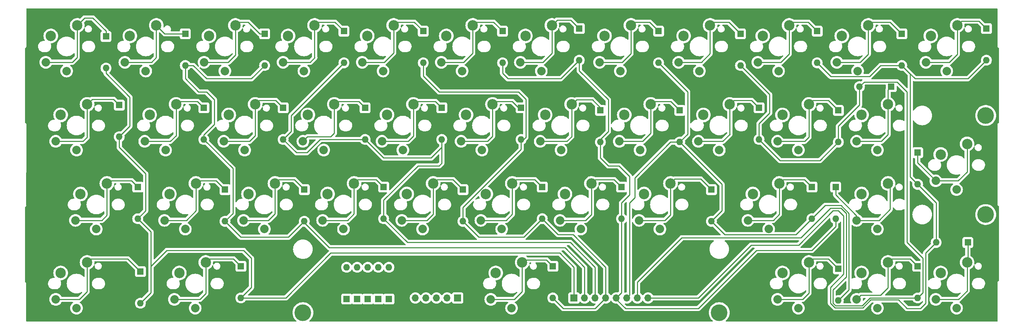
<source format=gbr>
%TF.GenerationSoftware,KiCad,Pcbnew,7.0.10*%
%TF.CreationDate,2024-04-25T18:19:18+01:00*%
%TF.ProjectId,keyboard,6b657962-6f61-4726-942e-6b696361645f,rev?*%
%TF.SameCoordinates,Original*%
%TF.FileFunction,Copper,L2,Bot*%
%TF.FilePolarity,Positive*%
%FSLAX46Y46*%
G04 Gerber Fmt 4.6, Leading zero omitted, Abs format (unit mm)*
G04 Created by KiCad (PCBNEW 7.0.10) date 2024-04-25 18:19:18*
%MOMM*%
%LPD*%
G01*
G04 APERTURE LIST*
%TA.AperFunction,ComponentPad*%
%ADD10C,2.500000*%
%TD*%
%TA.AperFunction,ComponentPad*%
%ADD11C,2.032000*%
%TD*%
%TA.AperFunction,ComponentPad*%
%ADD12C,4.000000*%
%TD*%
%TA.AperFunction,ComponentPad*%
%ADD13R,1.600000X1.600000*%
%TD*%
%TA.AperFunction,ComponentPad*%
%ADD14O,1.600000X1.600000*%
%TD*%
%TA.AperFunction,ComponentPad*%
%ADD15R,1.700000X1.700000*%
%TD*%
%TA.AperFunction,ComponentPad*%
%ADD16O,1.700000X1.700000*%
%TD*%
%TA.AperFunction,Conductor*%
%ADD17C,0.250000*%
%TD*%
G04 APERTURE END LIST*
D10*
%TO.P,SW19,1,1*%
%TO.N,Net-(D19-A)*%
X93565000Y-63960000D03*
D11*
X97375000Y-72400000D03*
%TO.P,SW19,2,2*%
%TO.N,Net-(D22-K)*%
X92375000Y-70300000D03*
D10*
X99915000Y-61420000D03*
%TD*%
%TO.P,SW28,1,1*%
%TO.N,Net-(D28-A)*%
X136315000Y-82960000D03*
D11*
X140125000Y-91400000D03*
%TO.P,SW28,2,2*%
%TO.N,Net-(D32-K)*%
X135125000Y-89300000D03*
D10*
X142665000Y-80420000D03*
%TD*%
%TO.P,SW17,1,1*%
%TO.N,Net-(D19-A)*%
X38940000Y-82960000D03*
D11*
X42750000Y-91400000D03*
%TO.P,SW17,2,2*%
%TO.N,Net-(D20-K)*%
X37750000Y-89300000D03*
D10*
X45290000Y-80420000D03*
%TD*%
%TO.P,SW9,1,1*%
%TO.N,Net-(D10-A)*%
X34190000Y-63960000D03*
D11*
X38000000Y-72400000D03*
%TO.P,SW9,2,2*%
%TO.N,Net-(D11-K)*%
X33000000Y-70300000D03*
D10*
X40540000Y-61420000D03*
%TD*%
%TO.P,SW15,1,1*%
%TO.N,Net-(D10-A)*%
X188565000Y-63960000D03*
D11*
X192375000Y-72400000D03*
%TO.P,SW15,2,2*%
%TO.N,Net-(D17-K)*%
X187375000Y-70300000D03*
D10*
X194915000Y-61420000D03*
%TD*%
%TO.P,SW37,1,1*%
%TO.N,Net-(D37-A)*%
X226565000Y-82960000D03*
D11*
X230375000Y-91400000D03*
%TO.P,SW37,2,2*%
%TO.N,Net-(D42-K)*%
X225375000Y-89300000D03*
D10*
X232915000Y-80420000D03*
%TD*%
%TO.P,SW20,1,1*%
%TO.N,Net-(D19-A)*%
X117315000Y-82960000D03*
D11*
X121125000Y-91400000D03*
%TO.P,SW20,2,2*%
%TO.N,Net-(D23-K)*%
X116125000Y-89300000D03*
D10*
X123665000Y-80420000D03*
%TD*%
%TO.P,SW27,1,1*%
%TO.N,Net-(D28-A)*%
X112565000Y-63960000D03*
D11*
X116375000Y-72400000D03*
%TO.P,SW27,2,2*%
%TO.N,Net-(D31-K)*%
X111375000Y-70300000D03*
D10*
X118915000Y-61420000D03*
%TD*%
D12*
%TO.P,S2,*%
%TO.N,*%
X192375000Y-111485000D03*
X92362500Y-111485000D03*
%TD*%
D10*
%TO.P,SW25,1,1*%
%TO.N,Net-(D28-A)*%
X62690000Y-101960000D03*
D11*
X66500000Y-110400000D03*
%TO.P,SW25,2,2*%
%TO.N,Net-(D29-K)*%
X61500000Y-108300000D03*
D10*
X69040000Y-99420000D03*
%TD*%
%TO.P,SW33,1,1*%
%TO.N,Net-(D37-A)*%
X34190000Y-101960000D03*
D11*
X38000000Y-110400000D03*
%TO.P,SW33,2,2*%
%TO.N,Net-(D38-K)*%
X33000000Y-108300000D03*
D10*
X40540000Y-99420000D03*
%TD*%
%TO.P,SW32,1,1*%
%TO.N,Net-(D28-A)*%
X245565000Y-73460000D03*
D11*
X249375000Y-81900000D03*
%TO.P,SW32,2,2*%
%TO.N,Net-(D36-K)*%
X244375000Y-79800000D03*
D10*
X251915000Y-70920000D03*
%TD*%
%TO.P,SW12,1,1*%
%TO.N,Net-(D10-A)*%
X131565000Y-63960000D03*
D11*
X135375000Y-72400000D03*
%TO.P,SW12,2,2*%
%TO.N,Net-(D14-K)*%
X130375000Y-70300000D03*
D10*
X137915000Y-61420000D03*
%TD*%
%TO.P,SW14,1,1*%
%TO.N,Net-(D10-A)*%
X169565000Y-63960000D03*
D11*
X173375000Y-72400000D03*
%TO.P,SW14,2,2*%
%TO.N,Net-(D16-K)*%
X168375000Y-70300000D03*
D10*
X175915000Y-61420000D03*
%TD*%
%TO.P,SW39,1,1*%
%TO.N,Net-(D37-A)*%
X226565000Y-101960000D03*
D11*
X230375000Y-110400000D03*
%TO.P,SW39,2,2*%
%TO.N,Net-(D44-K)*%
X225375000Y-108300000D03*
D10*
X232915000Y-99420000D03*
%TD*%
%TO.P,SW23,1,1*%
%TO.N,Net-(D19-A)*%
X207565000Y-63960000D03*
D11*
X211375000Y-72400000D03*
%TO.P,SW23,2,2*%
%TO.N,Net-(D26-K)*%
X206375000Y-70300000D03*
D10*
X213915000Y-61420000D03*
%TD*%
%TO.P,SW29,1,1*%
%TO.N,Net-(D28-A)*%
X155315000Y-82960000D03*
D11*
X159125000Y-91400000D03*
%TO.P,SW29,2,2*%
%TO.N,Net-(D33-K)*%
X154125000Y-89300000D03*
D10*
X161665000Y-80420000D03*
%TD*%
%TO.P,SW21,1,1*%
%TO.N,Net-(D19-A)*%
X150565000Y-63960000D03*
D11*
X154375000Y-72400000D03*
%TO.P,SW21,2,2*%
%TO.N,Net-(D24-K)*%
X149375000Y-70300000D03*
D10*
X156915000Y-61420000D03*
%TD*%
%TO.P,SW11,1,1*%
%TO.N,Net-(D10-A)*%
X74565000Y-63960000D03*
D11*
X78375000Y-72400000D03*
%TO.P,SW11,2,2*%
%TO.N,Net-(D13-K)*%
X73375000Y-70300000D03*
D10*
X80915000Y-61420000D03*
%TD*%
%TO.P,SW34,1,1*%
%TO.N,Net-(D37-A)*%
X79315000Y-82960000D03*
D11*
X83125000Y-91400000D03*
%TO.P,SW34,2,2*%
%TO.N,Net-(D39-K)*%
X78125000Y-89300000D03*
D10*
X85665000Y-80420000D03*
%TD*%
%TO.P,SW24,1,1*%
%TO.N,Net-(D19-A)*%
X243190000Y-44960000D03*
D11*
X247000000Y-53400000D03*
%TO.P,SW24,2,2*%
%TO.N,Net-(D27-K)*%
X242000000Y-51300000D03*
D10*
X249540000Y-42420000D03*
%TD*%
%TO.P,SW31,1,1*%
%TO.N,Net-(D28-A)*%
X226565000Y-63960000D03*
D11*
X230375000Y-72400000D03*
%TO.P,SW31,2,2*%
%TO.N,Net-(D35-K)*%
X225375000Y-70300000D03*
D10*
X232915000Y-61420000D03*
%TD*%
%TO.P,SW22,1,1*%
%TO.N,Net-(D19-A)*%
X174315000Y-82960000D03*
D11*
X178125000Y-91400000D03*
%TO.P,SW22,2,2*%
%TO.N,Net-(D25-K)*%
X173125000Y-89300000D03*
D10*
X180665000Y-80420000D03*
%TD*%
%TO.P,SW13,1,1*%
%TO.N,Net-(D10-A)*%
X145815000Y-44960000D03*
D11*
X149625000Y-53400000D03*
%TO.P,SW13,2,2*%
%TO.N,Net-(D15-K)*%
X144625000Y-51300000D03*
D10*
X152165000Y-42420000D03*
%TD*%
%TO.P,SW3,1,1*%
%TO.N,Net-(D1-A)*%
X88815000Y-44960000D03*
D11*
X92625000Y-53400000D03*
%TO.P,SW3,2,2*%
%TO.N,Net-(D4-K)*%
X87625000Y-51300000D03*
D10*
X95165000Y-42420000D03*
%TD*%
%TO.P,SW2,1,1*%
%TO.N,Net-(D1-A)*%
X69815000Y-44960000D03*
D11*
X73625000Y-53400000D03*
%TO.P,SW2,2,2*%
%TO.N,Net-(D3-K)*%
X68625000Y-51300000D03*
D10*
X76165000Y-42420000D03*
%TD*%
%TO.P,SW4,1,1*%
%TO.N,Net-(D1-A)*%
X107815000Y-44960000D03*
D11*
X111625000Y-53400000D03*
%TO.P,SW4,2,2*%
%TO.N,Net-(D5-K)*%
X106625000Y-51300000D03*
D10*
X114165000Y-42420000D03*
%TD*%
%TO.P,SW26,1,1*%
%TO.N,Net-(D28-A)*%
X60315000Y-82960000D03*
D11*
X64125000Y-91400000D03*
%TO.P,SW26,2,2*%
%TO.N,Net-(D30-K)*%
X59125000Y-89300000D03*
D10*
X66665000Y-80420000D03*
%TD*%
D12*
%TO.P,S1,*%
%TO.N,*%
X256360000Y-64093750D03*
X256360000Y-87906250D03*
%TD*%
D10*
%TO.P,SW5,1,1*%
%TO.N,Net-(D1-A)*%
X126815000Y-44960000D03*
D11*
X130625000Y-53400000D03*
%TO.P,SW5,2,2*%
%TO.N,Net-(D6-K)*%
X125625000Y-51300000D03*
D10*
X133165000Y-42420000D03*
%TD*%
%TO.P,SW10,1,1*%
%TO.N,Net-(D10-A)*%
X50815000Y-44960000D03*
D11*
X54625000Y-53400000D03*
%TO.P,SW10,2,2*%
%TO.N,Net-(D12-K)*%
X49625000Y-51300000D03*
D10*
X57165000Y-42420000D03*
%TD*%
%TO.P,SW8,1,1*%
%TO.N,Net-(D1-A)*%
X202815000Y-44960000D03*
D11*
X206625000Y-53400000D03*
%TO.P,SW8,2,2*%
%TO.N,Net-(D9-K)*%
X201625000Y-51300000D03*
D10*
X209165000Y-42420000D03*
%TD*%
%TO.P,SW18,1,1*%
%TO.N,Net-(D19-A)*%
X55565000Y-63960000D03*
D11*
X59375000Y-72400000D03*
%TO.P,SW18,2,2*%
%TO.N,Net-(D21-K)*%
X54375000Y-70300000D03*
D10*
X61915000Y-61420000D03*
%TD*%
%TO.P,SW16,1,1*%
%TO.N,Net-(D10-A)*%
X221815000Y-44960000D03*
D11*
X225625000Y-53400000D03*
%TO.P,SW16,2,2*%
%TO.N,Net-(D18-K)*%
X220625000Y-51300000D03*
D10*
X228165000Y-42420000D03*
%TD*%
%TO.P,SW38,1,1*%
%TO.N,Net-(D37-A)*%
X207565000Y-101960000D03*
D11*
X211375000Y-110400000D03*
%TO.P,SW38,2,2*%
%TO.N,Net-(D43-K)*%
X206375000Y-108300000D03*
D10*
X213915000Y-99420000D03*
%TD*%
%TO.P,SW30,1,1*%
%TO.N,Net-(D28-A)*%
X200440000Y-82960000D03*
D11*
X204250000Y-91400000D03*
%TO.P,SW30,2,2*%
%TO.N,Net-(D34-K)*%
X199250000Y-89300000D03*
D10*
X206790000Y-80420000D03*
%TD*%
%TO.P,SW40,1,1*%
%TO.N,Net-(D37-A)*%
X245565000Y-101960000D03*
D11*
X249375000Y-110400000D03*
%TO.P,SW40,2,2*%
%TO.N,Net-(D45-K)*%
X244375000Y-108300000D03*
D10*
X251915000Y-99420000D03*
%TD*%
%TO.P,SW36,1,1*%
%TO.N,Net-(D37-A)*%
X138690000Y-101960000D03*
D11*
X142500000Y-110400000D03*
%TO.P,SW36,2,2*%
%TO.N,Net-(D41-K)*%
X137500000Y-108300000D03*
D10*
X145040000Y-99420000D03*
%TD*%
%TO.P,SW6,1,1*%
%TO.N,Net-(D1-A)*%
X164815000Y-44960000D03*
D11*
X168625000Y-53400000D03*
%TO.P,SW6,2,2*%
%TO.N,Net-(D7-K)*%
X163625000Y-51300000D03*
D10*
X171165000Y-42420000D03*
%TD*%
%TO.P,SW1,1,1*%
%TO.N,Net-(D1-A)*%
X31815000Y-44960000D03*
D11*
X35625000Y-53400000D03*
%TO.P,SW1,2,2*%
%TO.N,Net-(D2-K)*%
X30625000Y-51300000D03*
D10*
X38165000Y-42420000D03*
%TD*%
%TO.P,SW7,1,1*%
%TO.N,Net-(D1-A)*%
X183815000Y-44960000D03*
D11*
X187625000Y-53400000D03*
%TO.P,SW7,2,2*%
%TO.N,Net-(D8-K)*%
X182625000Y-51300000D03*
D10*
X190165000Y-42420000D03*
%TD*%
%TO.P,SW35,1,1*%
%TO.N,Net-(D37-A)*%
X98315000Y-82960000D03*
D11*
X102125000Y-91400000D03*
%TO.P,SW35,2,2*%
%TO.N,Net-(D40-K)*%
X97125000Y-89300000D03*
D10*
X104665000Y-80420000D03*
%TD*%
D13*
%TO.P,D4,1,K*%
%TO.N,Net-(D4-K)*%
X102235000Y-43815000D03*
D14*
%TO.P,D4,2,A*%
%TO.N,/Col 2*%
X102235000Y-51435000D03*
%TD*%
D13*
%TO.P,D20,1,K*%
%TO.N,Net-(D20-K)*%
X52705000Y-81280000D03*
D14*
%TO.P,D20,2,A*%
%TO.N,/Col 0*%
X52705000Y-88900000D03*
%TD*%
D13*
%TO.P,D17,1,K*%
%TO.N,Net-(D17-K)*%
X201930000Y-62230000D03*
D14*
%TO.P,D17,2,A*%
%TO.N,/Col 6*%
X201930000Y-69850000D03*
%TD*%
D13*
%TO.P,D29,1,K*%
%TO.N,Net-(D29-K)*%
X77470000Y-100330000D03*
D14*
%TO.P,D29,2,A*%
%TO.N,/Col 0*%
X77470000Y-107950000D03*
%TD*%
D13*
%TO.P,D41,1,K*%
%TO.N,Net-(D41-K)*%
X152400000Y-100330000D03*
D14*
%TO.P,D41,2,A*%
%TO.N,/Col 3*%
X152400000Y-107950000D03*
%TD*%
D13*
%TO.P,D27,1,K*%
%TO.N,Net-(D27-K)*%
X256540000Y-43180000D03*
D14*
%TO.P,D27,2,A*%
%TO.N,/Col 7*%
X256540000Y-50800000D03*
%TD*%
D13*
%TO.P,D31,1,K*%
%TO.N,Net-(D31-K)*%
X125730000Y-62230000D03*
D14*
%TO.P,D31,2,A*%
%TO.N,/Col 2*%
X125730000Y-69850000D03*
%TD*%
D13*
%TO.P,D19,1,K*%
%TO.N,/Row 2*%
X107950000Y-108204000D03*
D14*
%TO.P,D19,2,A*%
%TO.N,Net-(D19-A)*%
X107950000Y-100584000D03*
%TD*%
D13*
%TO.P,D40,1,K*%
%TO.N,Net-(D40-K)*%
X111760000Y-81280000D03*
D14*
%TO.P,D40,2,A*%
%TO.N,/Col 2*%
X111760000Y-88900000D03*
%TD*%
D15*
%TO.P,J2,1,Pin_1*%
%TO.N,/Col 0*%
X157480000Y-107950000D03*
D16*
%TO.P,J2,2,Pin_2*%
%TO.N,/Col 1*%
X160020000Y-107950000D03*
%TO.P,J2,3,Pin_3*%
%TO.N,/Col 2*%
X162560000Y-107950000D03*
%TO.P,J2,4,Pin_4*%
%TO.N,/Col 3*%
X165100000Y-107950000D03*
%TO.P,J2,5,Pin_5*%
%TO.N,/Col 4*%
X167640000Y-107950000D03*
%TO.P,J2,6,Pin_6*%
%TO.N,/Col 5*%
X170180000Y-107950000D03*
%TO.P,J2,7,Pin_7*%
%TO.N,/Col 6*%
X172720000Y-107950000D03*
%TO.P,J2,8,Pin_8*%
%TO.N,/Col 7*%
X175260000Y-107950000D03*
%TD*%
D13*
%TO.P,D2,1,K*%
%TO.N,Net-(D2-K)*%
X45085000Y-45085000D03*
D14*
%TO.P,D2,2,A*%
%TO.N,/Col 0*%
X45085000Y-52705000D03*
%TD*%
D13*
%TO.P,D15,1,K*%
%TO.N,Net-(D15-K)*%
X158750000Y-43180000D03*
D14*
%TO.P,D15,2,A*%
%TO.N,/Col 4*%
X158750000Y-50800000D03*
%TD*%
D13*
%TO.P,D24,1,K*%
%TO.N,Net-(D24-K)*%
X163830000Y-62865000D03*
D14*
%TO.P,D24,2,A*%
%TO.N,/Col 4*%
X163830000Y-70485000D03*
%TD*%
D13*
%TO.P,D10,1,K*%
%TO.N,/Row 1*%
X110490000Y-108204000D03*
D14*
%TO.P,D10,2,A*%
%TO.N,Net-(D10-A)*%
X110490000Y-100584000D03*
%TD*%
D13*
%TO.P,D23,1,K*%
%TO.N,Net-(D23-K)*%
X130810000Y-81915000D03*
D14*
%TO.P,D23,2,A*%
%TO.N,/Col 3*%
X130810000Y-89535000D03*
%TD*%
D13*
%TO.P,D42,1,K*%
%TO.N,Net-(D42-K)*%
X220345000Y-81280000D03*
D14*
%TO.P,D42,2,A*%
%TO.N,/Col 4*%
X220345000Y-88900000D03*
%TD*%
D13*
%TO.P,D6,1,K*%
%TO.N,Net-(D6-K)*%
X140335000Y-43815000D03*
D14*
%TO.P,D6,2,A*%
%TO.N,/Col 4*%
X140335000Y-51435000D03*
%TD*%
D13*
%TO.P,D34,1,K*%
%TO.N,Net-(D34-K)*%
X214630000Y-81280000D03*
D14*
%TO.P,D34,2,A*%
%TO.N,/Col 5*%
X214630000Y-88900000D03*
%TD*%
D13*
%TO.P,D25,1,K*%
%TO.N,Net-(D25-K)*%
X190500000Y-81915000D03*
D14*
%TO.P,D25,2,A*%
%TO.N,/Col 5*%
X190500000Y-89535000D03*
%TD*%
D13*
%TO.P,D7,1,K*%
%TO.N,Net-(D7-K)*%
X177800000Y-43815000D03*
D14*
%TO.P,D7,2,A*%
%TO.N,/Col 5*%
X177800000Y-51435000D03*
%TD*%
D13*
%TO.P,D32,1,K*%
%TO.N,Net-(D32-K)*%
X149860000Y-81280000D03*
D14*
%TO.P,D32,2,A*%
%TO.N,/Col 3*%
X149860000Y-88900000D03*
%TD*%
D13*
%TO.P,D26,1,K*%
%TO.N,Net-(D26-K)*%
X220980000Y-62865000D03*
D14*
%TO.P,D26,2,A*%
%TO.N,/Col 6*%
X220980000Y-70485000D03*
%TD*%
D13*
%TO.P,D39,1,K*%
%TO.N,Net-(D39-K)*%
X92710000Y-81915000D03*
D14*
%TO.P,D39,2,A*%
%TO.N,/Col 1*%
X92710000Y-89535000D03*
%TD*%
D13*
%TO.P,D11,1,K*%
%TO.N,Net-(D11-K)*%
X48260000Y-61595000D03*
D14*
%TO.P,D11,2,A*%
%TO.N,/Col 0*%
X48260000Y-69215000D03*
%TD*%
D13*
%TO.P,D22,1,K*%
%TO.N,Net-(D22-K)*%
X107315000Y-62230000D03*
D14*
%TO.P,D22,2,A*%
%TO.N,/Col 2*%
X107315000Y-69850000D03*
%TD*%
D13*
%TO.P,D37,1,K*%
%TO.N,/Row 4*%
X102870000Y-108204000D03*
D14*
%TO.P,D37,2,A*%
%TO.N,Net-(D37-A)*%
X102870000Y-100584000D03*
%TD*%
D13*
%TO.P,D21,1,K*%
%TO.N,Net-(D21-K)*%
X68580000Y-62230000D03*
D14*
%TO.P,D21,2,A*%
%TO.N,/Col 1*%
X68580000Y-69850000D03*
%TD*%
D15*
%TO.P,J1,1,Pin_1*%
%TO.N,/Row 0*%
X129540000Y-107950000D03*
D16*
%TO.P,J1,2,Pin_2*%
%TO.N,/Row 1*%
X127000000Y-107950000D03*
%TO.P,J1,3,Pin_3*%
%TO.N,/Row 2*%
X124460000Y-107950000D03*
%TO.P,J1,4,Pin_4*%
%TO.N,/Row 3*%
X121920000Y-107950000D03*
%TO.P,J1,5,Pin_5*%
%TO.N,/Row 4*%
X119380000Y-107950000D03*
%TD*%
D13*
%TO.P,D30,1,K*%
%TO.N,Net-(D30-K)*%
X73660000Y-81915000D03*
D14*
%TO.P,D30,2,A*%
%TO.N,/Col 1*%
X73660000Y-89535000D03*
%TD*%
D13*
%TO.P,D28,1,K*%
%TO.N,/Row 3*%
X105410000Y-108204000D03*
D14*
%TO.P,D28,2,A*%
%TO.N,Net-(D28-A)*%
X105410000Y-100584000D03*
%TD*%
D13*
%TO.P,D3,1,K*%
%TO.N,Net-(D3-K)*%
X83185000Y-44450000D03*
D14*
%TO.P,D3,2,A*%
%TO.N,/Col 1*%
X83185000Y-52070000D03*
%TD*%
D13*
%TO.P,D38,1,K*%
%TO.N,Net-(D38-K)*%
X53340000Y-101600000D03*
D14*
%TO.P,D38,2,A*%
%TO.N,/Col 0*%
X53340000Y-109220000D03*
%TD*%
D13*
%TO.P,D12,1,K*%
%TO.N,Net-(D12-K)*%
X64135000Y-44450000D03*
D14*
%TO.P,D12,2,A*%
%TO.N,/Col 1*%
X64135000Y-52070000D03*
%TD*%
D13*
%TO.P,D9,1,K*%
%TO.N,Net-(D9-K)*%
X215900000Y-43815000D03*
D14*
%TO.P,D9,2,A*%
%TO.N,/Col 7*%
X215900000Y-51435000D03*
%TD*%
D13*
%TO.P,D35,1,K*%
%TO.N,Net-(D35-K)*%
X233680000Y-57150000D03*
D14*
%TO.P,D35,2,A*%
%TO.N,/Col 6*%
X226060000Y-57150000D03*
%TD*%
D13*
%TO.P,D18,1,K*%
%TO.N,Net-(D18-K)*%
X236220000Y-44450000D03*
D14*
%TO.P,D18,2,A*%
%TO.N,/Col 7*%
X236220000Y-52070000D03*
%TD*%
D13*
%TO.P,D36,1,K*%
%TO.N,Net-(D36-K)*%
X240030000Y-73025000D03*
D14*
%TO.P,D36,2,A*%
%TO.N,/Col 7*%
X240030000Y-80645000D03*
%TD*%
D13*
%TO.P,D45,1,K*%
%TO.N,Net-(D45-K)*%
X252095000Y-94615000D03*
D14*
%TO.P,D45,2,A*%
%TO.N,/Col 7*%
X244475000Y-94615000D03*
%TD*%
D13*
%TO.P,D33,1,K*%
%TO.N,Net-(D33-K)*%
X168910000Y-81280000D03*
D14*
%TO.P,D33,2,A*%
%TO.N,/Col 4*%
X168910000Y-88900000D03*
%TD*%
D13*
%TO.P,D16,1,K*%
%TO.N,Net-(D16-K)*%
X182880000Y-62865000D03*
D14*
%TO.P,D16,2,A*%
%TO.N,/Col 5*%
X182880000Y-70485000D03*
%TD*%
D13*
%TO.P,D5,1,K*%
%TO.N,Net-(D5-K)*%
X121285000Y-43815000D03*
D14*
%TO.P,D5,2,A*%
%TO.N,/Col 3*%
X121285000Y-51435000D03*
%TD*%
D13*
%TO.P,D8,1,K*%
%TO.N,Net-(D8-K)*%
X197485000Y-44450000D03*
D14*
%TO.P,D8,2,A*%
%TO.N,/Col 6*%
X197485000Y-52070000D03*
%TD*%
D13*
%TO.P,D13,1,K*%
%TO.N,Net-(D13-K)*%
X87630000Y-62230000D03*
D14*
%TO.P,D13,2,A*%
%TO.N,/Col 2*%
X87630000Y-69850000D03*
%TD*%
D13*
%TO.P,D44,1,K*%
%TO.N,Net-(D44-K)*%
X240030000Y-100330000D03*
D14*
%TO.P,D44,2,A*%
%TO.N,/Col 6*%
X240030000Y-107950000D03*
%TD*%
D13*
%TO.P,D1,1,K*%
%TO.N,/Row 0*%
X113030000Y-108204000D03*
D14*
%TO.P,D1,2,A*%
%TO.N,Net-(D1-A)*%
X113030000Y-100584000D03*
%TD*%
D13*
%TO.P,D14,1,K*%
%TO.N,Net-(D14-K)*%
X144780000Y-62230000D03*
D14*
%TO.P,D14,2,A*%
%TO.N,/Col 3*%
X144780000Y-69850000D03*
%TD*%
D13*
%TO.P,D43,1,K*%
%TO.N,Net-(D43-K)*%
X220980000Y-100965000D03*
D14*
%TO.P,D43,2,A*%
%TO.N,/Col 5*%
X220980000Y-108585000D03*
%TD*%
D17*
%TO.N,Net-(D2-K)*%
X36965000Y-51300000D02*
X30625000Y-51300000D01*
X38165000Y-42420000D02*
X38165000Y-50100000D01*
X39945000Y-40640000D02*
X41910000Y-40640000D01*
X38165000Y-50100000D02*
X36965000Y-51300000D01*
X38165000Y-42420000D02*
X39945000Y-40640000D01*
X45085000Y-43815000D02*
X45085000Y-45085000D01*
X41910000Y-40640000D02*
X45085000Y-43815000D01*
%TO.N,/Col 0*%
X54610000Y-86995000D02*
X54610000Y-78105000D01*
X45085000Y-53975000D02*
X45085000Y-52705000D01*
X48260000Y-71755000D02*
X48260000Y-69215000D01*
X50800000Y-66675000D02*
X50800000Y-59690000D01*
X55880000Y-106680000D02*
X53340000Y-109220000D01*
X59690000Y-96520000D02*
X55880000Y-100330000D01*
X154075000Y-97155000D02*
X99060000Y-97155000D01*
X80010000Y-98425000D02*
X78105000Y-96520000D01*
X55880000Y-100330000D02*
X55880000Y-106680000D01*
X80010000Y-105410000D02*
X80010000Y-98425000D01*
X50800000Y-59690000D02*
X45085000Y-53975000D01*
X48260000Y-69215000D02*
X50800000Y-66675000D01*
X157480000Y-107315000D02*
X157480000Y-100560000D01*
X77470000Y-107950000D02*
X80010000Y-105410000D01*
X99060000Y-97155000D02*
X88265000Y-107950000D01*
X55880000Y-92075000D02*
X55880000Y-100330000D01*
X157480000Y-100560000D02*
X154075000Y-97155000D01*
X88265000Y-107950000D02*
X77470000Y-107950000D01*
X54610000Y-78105000D02*
X48260000Y-71755000D01*
X52705000Y-88900000D02*
X55880000Y-92075000D01*
X78105000Y-96520000D02*
X59690000Y-96520000D01*
X52705000Y-88900000D02*
X54610000Y-86995000D01*
%TO.N,Net-(D3-K)*%
X82042000Y-44450000D02*
X83185000Y-44450000D01*
X68580000Y-51345000D02*
X68625000Y-51300000D01*
X76165000Y-49495000D02*
X76165000Y-42420000D01*
X74430000Y-51300000D02*
X76200000Y-49530000D01*
X75346243Y-42420000D02*
X76165000Y-42420000D01*
X68625000Y-51300000D02*
X74430000Y-51300000D01*
X76929000Y-41656000D02*
X79248000Y-41656000D01*
X76200000Y-49530000D02*
X76165000Y-49495000D01*
X79248000Y-41656000D02*
X82042000Y-44450000D01*
X76165000Y-42420000D02*
X76929000Y-41656000D01*
%TO.N,/Col 1*%
X67310000Y-58420000D02*
X64135000Y-55245000D01*
X68580000Y-69850000D02*
X75565000Y-76835000D01*
X155345000Y-95885000D02*
X98739009Y-95885000D01*
X77470000Y-93345000D02*
X88900000Y-93345000D01*
X64135000Y-55245000D02*
X64135000Y-52070000D01*
X66040000Y-52070000D02*
X64135000Y-52070000D01*
X83185000Y-52070000D02*
X80010000Y-55245000D01*
X160020000Y-107315000D02*
X160020000Y-100560000D01*
X68580000Y-69850000D02*
X68580000Y-68718630D01*
X69215000Y-58420000D02*
X67310000Y-58420000D01*
X75565000Y-87630000D02*
X73660000Y-89535000D01*
X88900000Y-93345000D02*
X92710000Y-89535000D01*
X71120000Y-66178630D02*
X71120000Y-60325000D01*
X68580000Y-68718630D02*
X71120000Y-66178630D01*
X92710000Y-89855991D02*
X92710000Y-89535000D01*
X71120000Y-60325000D02*
X69215000Y-58420000D01*
X98739009Y-95885000D02*
X92710000Y-89855991D01*
X160020000Y-100560000D02*
X155345000Y-95885000D01*
X75565000Y-76835000D02*
X75565000Y-87630000D01*
X69215000Y-55245000D02*
X66040000Y-52070000D01*
X73660000Y-89535000D02*
X77470000Y-93345000D01*
X80010000Y-55245000D02*
X69215000Y-55245000D01*
%TO.N,Net-(D4-K)*%
X87625000Y-51300000D02*
X94115000Y-51300000D01*
X94115000Y-51300000D02*
X95250000Y-50165000D01*
X102235000Y-43815000D02*
X100076000Y-41656000D01*
X95250000Y-50165000D02*
X95165000Y-50080000D01*
X95929000Y-41656000D02*
X95165000Y-42420000D01*
X95165000Y-50080000D02*
X95165000Y-42420000D01*
X100076000Y-41656000D02*
X95929000Y-41656000D01*
%TO.N,/Col 2*%
X125730000Y-69850000D02*
X125730000Y-71755000D01*
X125730000Y-75565000D02*
X125730000Y-69850000D01*
X89535000Y-67945000D02*
X89535000Y-64135000D01*
X111760000Y-84455000D02*
X120015000Y-76200000D01*
X107315000Y-69850000D02*
X96520000Y-69850000D01*
X111760000Y-88900000D02*
X117475000Y-94615000D01*
X125730000Y-71755000D02*
X123190000Y-74295000D01*
X93345000Y-73025000D02*
X90805000Y-73025000D01*
X120015000Y-76200000D02*
X125095000Y-76200000D01*
X156615000Y-94615000D02*
X162560000Y-100560000D01*
X89535000Y-64135000D02*
X102235000Y-51435000D01*
X111760000Y-88900000D02*
X111760000Y-84455000D01*
X87630000Y-69850000D02*
X89535000Y-67945000D01*
X117475000Y-94615000D02*
X156615000Y-94615000D01*
X96520000Y-69850000D02*
X93345000Y-73025000D01*
X125095000Y-76200000D02*
X125730000Y-75565000D01*
X162560000Y-100560000D02*
X162560000Y-107315000D01*
X123190000Y-74295000D02*
X111760000Y-74295000D01*
X90805000Y-73025000D02*
X87630000Y-69850000D01*
X111760000Y-74295000D02*
X107315000Y-69850000D01*
%TO.N,Net-(D5-K)*%
X111895000Y-51300000D02*
X114165000Y-49030000D01*
X114929000Y-41656000D02*
X114165000Y-42420000D01*
X106625000Y-51300000D02*
X111895000Y-51300000D01*
X121285000Y-43815000D02*
X119126000Y-41656000D01*
X119126000Y-41656000D02*
X114929000Y-41656000D01*
X114165000Y-49030000D02*
X114165000Y-42420000D01*
%TO.N,/Col 3*%
X144780000Y-72267613D02*
X144780000Y-70485000D01*
X149860000Y-88900000D02*
X145415000Y-93345000D01*
X145905000Y-69360000D02*
X145905000Y-60180000D01*
X165100000Y-107950000D02*
X165100000Y-100560000D01*
X162560000Y-110490000D02*
X165100000Y-107950000D01*
X157250000Y-92710000D02*
X153670000Y-92710000D01*
X165100000Y-100560000D02*
X157250000Y-92710000D01*
X152400000Y-107950000D02*
X154940000Y-110490000D01*
X153670000Y-92710000D02*
X149860000Y-88900000D01*
X134620000Y-93345000D02*
X130810000Y-89535000D01*
X125095000Y-58420000D02*
X121285000Y-54610000D01*
X130810000Y-86237613D02*
X144780000Y-72267613D01*
X145905000Y-60180000D02*
X144145000Y-58420000D01*
X154940000Y-110490000D02*
X162560000Y-110490000D01*
X130810000Y-89535000D02*
X130810000Y-86237613D01*
X121285000Y-54610000D02*
X121285000Y-51435000D01*
X144145000Y-58420000D02*
X125095000Y-58420000D01*
X145415000Y-93345000D02*
X134620000Y-93345000D01*
X144780000Y-70485000D02*
X145905000Y-69360000D01*
%TO.N,Net-(D6-K)*%
X133165000Y-49080000D02*
X133165000Y-42420000D01*
X130945000Y-51300000D02*
X133165000Y-49080000D01*
X138176000Y-41656000D02*
X133929000Y-41656000D01*
X140335000Y-43815000D02*
X138176000Y-41656000D01*
X133929000Y-41656000D02*
X133165000Y-42420000D01*
X125625000Y-51300000D02*
X130945000Y-51300000D01*
%TO.N,/Col 4*%
X168275000Y-76200000D02*
X165735000Y-76200000D01*
X165735000Y-60325000D02*
X158750000Y-53340000D01*
X158750000Y-50800000D02*
X154305000Y-55245000D01*
X170815000Y-78740000D02*
X168275000Y-76200000D01*
X167640000Y-108267500D02*
X169862500Y-110490000D01*
X165735000Y-67945000D02*
X165735000Y-60325000D01*
X168910000Y-88900000D02*
X168910000Y-106680000D01*
X165735000Y-76200000D02*
X163830000Y-74295000D01*
X168910000Y-85090000D02*
X170815000Y-83185000D01*
X140335000Y-53975000D02*
X140335000Y-51435000D01*
X163830000Y-69850000D02*
X165735000Y-67945000D01*
X220345000Y-90805000D02*
X220345000Y-88900000D01*
X167640000Y-107950000D02*
X167640000Y-108267500D01*
X169862500Y-110490000D02*
X187325000Y-110490000D01*
X168910000Y-88900000D02*
X168910000Y-85090000D01*
X158750000Y-53340000D02*
X158750000Y-50800000D01*
X154305000Y-55245000D02*
X141605000Y-55245000D01*
X187325000Y-110490000D02*
X201295000Y-96520000D01*
X214630000Y-96520000D02*
X220345000Y-90805000D01*
X170815000Y-83185000D02*
X170815000Y-78740000D01*
X163830000Y-74295000D02*
X163830000Y-70485000D01*
X141605000Y-55245000D02*
X140335000Y-53975000D01*
X201295000Y-96520000D02*
X214630000Y-96520000D01*
X168910000Y-106680000D02*
X167640000Y-107950000D01*
%TO.N,Net-(D7-K)*%
X171929000Y-41656000D02*
X171165000Y-42420000D01*
X163625000Y-51300000D02*
X169045000Y-51300000D01*
X169045000Y-51300000D02*
X171165000Y-49180000D01*
X175641000Y-41656000D02*
X171929000Y-41656000D01*
X177800000Y-43815000D02*
X175641000Y-41656000D01*
X171165000Y-49180000D02*
X171165000Y-42420000D01*
%TO.N,/Col 5*%
X193040000Y-80645000D02*
X193040000Y-86995000D01*
X223520000Y-106045000D02*
X220980000Y-108585000D01*
X177800000Y-51435000D02*
X184785000Y-58420000D01*
X172085000Y-83818604D02*
X172085000Y-79057500D01*
X184785000Y-58420000D02*
X184785000Y-68580000D01*
X210789000Y-92741000D02*
X193706000Y-92741000D01*
X170815000Y-107315000D02*
X170815000Y-85088604D01*
X221615000Y-85725000D02*
X223520000Y-87630000D01*
X172085000Y-79057500D02*
X180657500Y-70485000D01*
X214630000Y-88900000D02*
X217805000Y-85725000D01*
X180657500Y-70485000D02*
X182880000Y-70485000D01*
X170180000Y-107950000D02*
X170815000Y-107315000D01*
X182880000Y-70485000D02*
X193040000Y-80645000D01*
X170180000Y-107315000D02*
X170180000Y-107950000D01*
X193706000Y-92741000D02*
X190500000Y-89535000D01*
X184785000Y-68580000D02*
X182880000Y-70485000D01*
X217805000Y-85725000D02*
X221615000Y-85725000D01*
X170815000Y-85088604D02*
X172085000Y-83818604D01*
X223520000Y-87630000D02*
X223520000Y-106045000D01*
X193040000Y-86995000D02*
X190500000Y-89535000D01*
X214630000Y-88900000D02*
X210789000Y-92741000D01*
%TO.N,Net-(D8-K)*%
X194691000Y-41656000D02*
X190929000Y-41656000D01*
X188095000Y-51300000D02*
X190165000Y-49230000D01*
X182625000Y-51300000D02*
X188095000Y-51300000D01*
X190929000Y-41656000D02*
X190165000Y-42420000D01*
X190165000Y-49230000D02*
X190165000Y-42420000D01*
X197485000Y-44450000D02*
X194691000Y-41656000D01*
%TO.N,/Col 6*%
X226695000Y-109855000D02*
X228600000Y-107950000D01*
X172720000Y-107315000D02*
X172720000Y-104140000D01*
X216535000Y-74930000D02*
X207010000Y-74930000D01*
X207010000Y-74930000D02*
X201930000Y-69850000D01*
X228600000Y-107950000D02*
X240030000Y-107950000D01*
X201930000Y-66040000D02*
X204470000Y-63500000D01*
X172720000Y-104140000D02*
X183388000Y-93472000D01*
X240030000Y-107950000D02*
X241300000Y-106680000D01*
X220345000Y-109855000D02*
X226695000Y-109855000D01*
X204470000Y-59055000D02*
X204470000Y-63500000D01*
X220980000Y-70485000D02*
X220980000Y-66675000D01*
X241300000Y-106680000D02*
X241300000Y-98425000D01*
X227185000Y-56025000D02*
X226060000Y-57150000D01*
X235095000Y-56025000D02*
X227185000Y-56025000D01*
X222885000Y-87631396D02*
X222885000Y-102870000D01*
X183388000Y-93472000D02*
X211963000Y-93472000D01*
X226060000Y-61595000D02*
X226060000Y-57150000D01*
X220980000Y-66675000D02*
X226060000Y-61595000D01*
X201930000Y-69850000D02*
X201930000Y-66040000D01*
X222885000Y-102870000D02*
X219710000Y-106045000D01*
X237490000Y-94615000D02*
X237490000Y-58420000D01*
X219710000Y-109220000D02*
X220345000Y-109855000D01*
X219710000Y-106045000D02*
X219710000Y-109220000D01*
X220980000Y-70485000D02*
X216535000Y-74930000D01*
X219075000Y-86360000D02*
X221613604Y-86360000D01*
X197485000Y-52070000D02*
X204470000Y-59055000D01*
X211963000Y-93472000D02*
X219075000Y-86360000D01*
X237490000Y-58420000D02*
X235095000Y-56025000D01*
X241300000Y-98425000D02*
X237490000Y-94615000D01*
X221613604Y-86360000D02*
X222885000Y-87631396D01*
%TO.N,Net-(D9-K)*%
X209165000Y-42420000D02*
X209165000Y-49280000D01*
X209165000Y-49280000D02*
X207145000Y-51300000D01*
X207145000Y-51300000D02*
X201625000Y-51300000D01*
X209929000Y-41656000D02*
X209165000Y-42420000D01*
X213741000Y-41656000D02*
X209929000Y-41656000D01*
X215900000Y-43815000D02*
X213741000Y-41656000D01*
%TO.N,/Col 7*%
X219206000Y-54741000D02*
X215900000Y-51435000D01*
X231140000Y-52070000D02*
X228469000Y-54741000D01*
X236220000Y-52070000D02*
X231140000Y-52070000D01*
X244475000Y-85090000D02*
X244475000Y-94615000D01*
X222250000Y-88265000D02*
X222250000Y-102235000D01*
X239395000Y-55245000D02*
X236220000Y-52070000D01*
X219075000Y-109221396D02*
X220158604Y-110305000D01*
X175895000Y-107950000D02*
X187325000Y-107950000D01*
X252095000Y-55245000D02*
X239395000Y-55245000D01*
X211455000Y-95250000D02*
X219710000Y-86995000D01*
X241935000Y-97155000D02*
X244475000Y-94615000D01*
X228786396Y-108400000D02*
X235400000Y-108400000D01*
X237490000Y-110490000D02*
X240665000Y-110490000D01*
X200025000Y-95250000D02*
X211455000Y-95250000D01*
X220980000Y-86995000D02*
X222250000Y-88265000D01*
X228469000Y-54741000D02*
X219206000Y-54741000D01*
X256540000Y-50800000D02*
X252095000Y-55245000D01*
X226881396Y-110305000D02*
X228786396Y-108400000D01*
X240030000Y-80645000D02*
X244475000Y-85090000D01*
X238252000Y-54102000D02*
X236220000Y-52070000D01*
X238252000Y-78867000D02*
X238252000Y-54102000D01*
X241935000Y-109220000D02*
X241935000Y-97155000D01*
X240030000Y-80645000D02*
X238252000Y-78867000D01*
X219075000Y-105410000D02*
X219075000Y-109221396D01*
X240665000Y-110490000D02*
X241935000Y-109220000D01*
X220158604Y-110305000D02*
X226881396Y-110305000D01*
X222250000Y-102235000D02*
X219075000Y-105410000D01*
X219710000Y-86995000D02*
X220980000Y-86995000D01*
X187325000Y-107950000D02*
X200025000Y-95250000D01*
X235400000Y-108400000D02*
X237490000Y-110490000D01*
%TO.N,Net-(D11-K)*%
X33000000Y-70300000D02*
X39555000Y-70300000D01*
X48260000Y-61595000D02*
X46863000Y-60198000D01*
X46863000Y-60198000D02*
X41762000Y-60198000D01*
X39555000Y-70300000D02*
X40540000Y-69315000D01*
X40540000Y-69315000D02*
X40540000Y-61420000D01*
X41762000Y-60198000D02*
X40540000Y-61420000D01*
%TO.N,Net-(D12-K)*%
X49625000Y-51300000D02*
X56015000Y-51300000D01*
X57165000Y-50150000D02*
X57165000Y-42420000D01*
X57165000Y-42530000D02*
X57150000Y-42545000D01*
X57165000Y-42420000D02*
X57165000Y-42530000D01*
X56015000Y-51300000D02*
X57165000Y-50150000D01*
X64135000Y-44450000D02*
X59195000Y-44450000D01*
X59195000Y-44450000D02*
X57165000Y-42420000D01*
%TO.N,Net-(D13-K)*%
X73375000Y-70300000D02*
X79560000Y-70300000D01*
X87630000Y-62230000D02*
X85852000Y-60452000D01*
X79560000Y-70300000D02*
X80915000Y-68945000D01*
X85852000Y-60452000D02*
X81883000Y-60452000D01*
X81883000Y-60452000D02*
X80915000Y-61420000D01*
X80915000Y-68945000D02*
X80915000Y-61420000D01*
%TO.N,Net-(D14-K)*%
X138629000Y-60706000D02*
X137915000Y-61420000D01*
X142621000Y-60706000D02*
X138629000Y-60706000D01*
X137915000Y-69095000D02*
X137915000Y-61420000D01*
X130375000Y-70300000D02*
X136710000Y-70300000D01*
X144780000Y-62865000D02*
X142621000Y-60706000D01*
X136710000Y-70300000D02*
X137915000Y-69095000D01*
%TO.N,Net-(D15-K)*%
X152165000Y-49130000D02*
X152165000Y-42420000D01*
X149995000Y-51300000D02*
X152165000Y-49130000D01*
X144625000Y-51300000D02*
X149995000Y-51300000D01*
X156718000Y-41148000D02*
X153437000Y-41148000D01*
X158750000Y-43180000D02*
X156718000Y-41148000D01*
X153437000Y-41148000D02*
X152165000Y-42420000D01*
%TO.N,Net-(D16-K)*%
X176629000Y-60706000D02*
X175915000Y-61420000D01*
X180721000Y-60706000D02*
X176629000Y-60706000D01*
X175915000Y-61420000D02*
X175915000Y-68375000D01*
X175915000Y-68375000D02*
X173990000Y-70300000D01*
X182880000Y-62865000D02*
X180721000Y-60706000D01*
X173990000Y-70300000D02*
X168375000Y-70300000D01*
%TO.N,Net-(D17-K)*%
X194915000Y-68550000D02*
X194915000Y-61420000D01*
X200152000Y-60452000D02*
X195883000Y-60452000D01*
X193225000Y-70300000D02*
X194945000Y-68580000D01*
X187375000Y-70300000D02*
X193225000Y-70300000D01*
X194945000Y-68580000D02*
X194915000Y-68550000D01*
X201930000Y-62230000D02*
X200152000Y-60452000D01*
X195883000Y-60452000D02*
X194915000Y-61420000D01*
%TO.N,Net-(D18-K)*%
X228165000Y-49330000D02*
X226195000Y-51300000D01*
X233426000Y-41656000D02*
X228929000Y-41656000D01*
X228165000Y-42420000D02*
X228165000Y-49330000D01*
X226195000Y-51300000D02*
X220625000Y-51300000D01*
X228929000Y-41656000D02*
X228165000Y-42420000D01*
X236220000Y-44450000D02*
X233426000Y-41656000D01*
%TO.N,Net-(D20-K)*%
X45290000Y-88060000D02*
X44050000Y-89300000D01*
X51181000Y-79756000D02*
X45954000Y-79756000D01*
X45954000Y-79756000D02*
X45290000Y-80420000D01*
X44050000Y-89300000D02*
X37750000Y-89300000D01*
X45290000Y-80420000D02*
X45290000Y-88060000D01*
X52705000Y-81280000D02*
X51181000Y-79756000D01*
%TO.N,Net-(D21-K)*%
X68580000Y-62230000D02*
X67056000Y-60706000D01*
X61915000Y-68895000D02*
X61915000Y-61420000D01*
X54375000Y-70300000D02*
X60510000Y-70300000D01*
X62629000Y-60706000D02*
X61915000Y-61420000D01*
X67056000Y-60706000D02*
X62629000Y-60706000D01*
X60510000Y-70300000D02*
X61915000Y-68895000D01*
%TO.N,Net-(D22-K)*%
X105791000Y-60706000D02*
X100629000Y-60706000D01*
X99060000Y-69215000D02*
X93460000Y-69215000D01*
X100629000Y-60706000D02*
X99915000Y-61420000D01*
X107315000Y-62230000D02*
X105791000Y-60706000D01*
X99915000Y-61420000D02*
X99915000Y-68360000D01*
X99915000Y-68360000D02*
X99060000Y-69215000D01*
X93460000Y-69215000D02*
X92375000Y-70300000D01*
%TO.N,Net-(D23-K)*%
X122155000Y-89300000D02*
X123665000Y-87790000D01*
X130810000Y-81915000D02*
X128397000Y-79502000D01*
X116125000Y-89300000D02*
X122155000Y-89300000D01*
X124583000Y-79502000D02*
X123665000Y-80420000D01*
X123665000Y-87790000D02*
X123665000Y-80420000D01*
X128397000Y-79502000D02*
X124583000Y-79502000D01*
%TO.N,Net-(D24-K)*%
X158115000Y-60325000D02*
X161925000Y-60325000D01*
X149375000Y-70300000D02*
X155760000Y-70300000D01*
X155760000Y-70300000D02*
X156915000Y-69145000D01*
X163830000Y-62230000D02*
X161925000Y-60325000D01*
X156915000Y-61420000D02*
X157020000Y-61420000D01*
X156915000Y-69145000D02*
X156915000Y-61420000D01*
X157020000Y-61420000D02*
X158115000Y-60325000D01*
%TO.N,Net-(D25-K)*%
X173125000Y-89300000D02*
X179305000Y-89300000D01*
X180665000Y-87940000D02*
X180665000Y-80420000D01*
X190500000Y-81915000D02*
X187960000Y-79375000D01*
X179305000Y-89300000D02*
X180665000Y-87940000D01*
X187960000Y-79375000D02*
X181710000Y-79375000D01*
X181710000Y-79375000D02*
X180665000Y-80420000D01*
%TO.N,Net-(D26-K)*%
X213915000Y-69295000D02*
X212910000Y-70300000D01*
X212910000Y-70300000D02*
X206375000Y-70300000D01*
X218567000Y-60452000D02*
X214883000Y-60452000D01*
X214883000Y-60452000D02*
X213915000Y-61420000D01*
X220980000Y-62865000D02*
X218567000Y-60452000D01*
X213915000Y-61420000D02*
X213915000Y-69295000D01*
%TO.N,Net-(D27-K)*%
X250558000Y-41402000D02*
X249540000Y-42420000D01*
X242000000Y-51300000D02*
X247650000Y-51300000D01*
X256540000Y-43180000D02*
X254762000Y-41402000D01*
X254762000Y-41402000D02*
X250558000Y-41402000D01*
X249540000Y-42420000D02*
X249540000Y-49410000D01*
X249540000Y-49410000D02*
X247650000Y-51300000D01*
%TO.N,Net-(D29-K)*%
X75692000Y-98552000D02*
X77470000Y-100330000D01*
X69040000Y-99420000D02*
X69908000Y-98552000D01*
X69040000Y-106855000D02*
X67595000Y-108300000D01*
X67595000Y-108300000D02*
X61500000Y-108300000D01*
X69908000Y-98552000D02*
X75692000Y-98552000D01*
X69040000Y-99420000D02*
X69040000Y-106855000D01*
%TO.N,Net-(D30-K)*%
X71501000Y-79756000D02*
X67329000Y-79756000D01*
X73660000Y-81915000D02*
X71501000Y-79756000D01*
X66665000Y-86985000D02*
X66665000Y-80420000D01*
X64370000Y-89300000D02*
X66675000Y-86995000D01*
X59125000Y-89300000D02*
X64370000Y-89300000D01*
X66675000Y-86995000D02*
X66665000Y-86985000D01*
X67329000Y-79756000D02*
X66665000Y-80420000D01*
%TO.N,Net-(D31-K)*%
X117660000Y-70300000D02*
X118915000Y-69045000D01*
X118915000Y-69045000D02*
X118915000Y-61420000D01*
X119629000Y-60706000D02*
X118915000Y-61420000D01*
X124206000Y-60706000D02*
X119629000Y-60706000D01*
X125730000Y-62230000D02*
X124206000Y-60706000D01*
X111375000Y-70300000D02*
X117660000Y-70300000D01*
%TO.N,Net-(D32-K)*%
X148082000Y-79502000D02*
X143583000Y-79502000D01*
X149860000Y-81280000D02*
X148082000Y-79502000D01*
X142665000Y-87840000D02*
X142665000Y-80420000D01*
X143583000Y-79502000D02*
X142665000Y-80420000D01*
X141205000Y-89300000D02*
X142665000Y-87840000D01*
X135125000Y-89300000D02*
X141205000Y-89300000D01*
%TO.N,Net-(D33-K)*%
X161665000Y-87890000D02*
X161665000Y-80420000D01*
X160255000Y-89300000D02*
X161665000Y-87890000D01*
X167132000Y-79502000D02*
X162583000Y-79502000D01*
X162583000Y-79502000D02*
X161665000Y-80420000D01*
X154125000Y-89300000D02*
X160255000Y-89300000D01*
X168910000Y-81280000D02*
X167132000Y-79502000D01*
%TO.N,Net-(D34-K)*%
X214630000Y-81280000D02*
X212852000Y-79502000D01*
X205340000Y-89300000D02*
X206790000Y-87850000D01*
X206790000Y-87850000D02*
X206790000Y-80420000D01*
X212852000Y-79502000D02*
X207708000Y-79502000D01*
X207708000Y-79502000D02*
X206790000Y-80420000D01*
X199250000Y-89300000D02*
X205340000Y-89300000D01*
%TO.N,Net-(D35-K)*%
X225375000Y-70300000D02*
X231325000Y-70300000D01*
X232915000Y-68710000D02*
X232915000Y-61420000D01*
X232915000Y-61420000D02*
X232915000Y-57915000D01*
X231325000Y-70300000D02*
X232915000Y-68710000D01*
X232915000Y-57915000D02*
X233680000Y-57150000D01*
%TO.N,Net-(D36-K)*%
X251915000Y-77650000D02*
X249765000Y-79800000D01*
X240030000Y-73025000D02*
X240030000Y-75455000D01*
X249765000Y-79800000D02*
X244375000Y-79800000D01*
X251915000Y-70920000D02*
X251915000Y-77650000D01*
X240030000Y-75455000D02*
X244375000Y-79800000D01*
%TO.N,Net-(D38-K)*%
X40540000Y-106412500D02*
X38652500Y-108300000D01*
X50292000Y-98552000D02*
X41408000Y-98552000D01*
X38652500Y-108300000D02*
X33000000Y-108300000D01*
X40540000Y-99420000D02*
X40540000Y-106412500D01*
X53340000Y-101600000D02*
X50292000Y-98552000D01*
X41408000Y-98552000D02*
X40540000Y-99420000D01*
%TO.N,Net-(D39-K)*%
X85665000Y-87690000D02*
X85665000Y-80420000D01*
X86583000Y-79502000D02*
X85665000Y-80420000D01*
X92710000Y-81915000D02*
X90297000Y-79502000D01*
X78125000Y-89300000D02*
X84055000Y-89300000D01*
X90297000Y-79502000D02*
X86583000Y-79502000D01*
X84055000Y-89300000D02*
X85665000Y-87690000D01*
%TO.N,Net-(D40-K)*%
X97125000Y-89300000D02*
X103105000Y-89300000D01*
X105583000Y-79502000D02*
X104665000Y-80420000D01*
X104665000Y-87740000D02*
X104665000Y-80420000D01*
X111760000Y-81280000D02*
X109982000Y-79502000D01*
X103105000Y-89300000D02*
X104665000Y-87740000D01*
X109982000Y-79502000D02*
X105583000Y-79502000D01*
%TO.N,Net-(D41-K)*%
X145654000Y-98806000D02*
X145040000Y-99420000D01*
X137500000Y-108300000D02*
X143160000Y-108300000D01*
X145040000Y-106420000D02*
X145040000Y-99420000D01*
X143160000Y-108300000D02*
X145040000Y-106420000D01*
X150876000Y-98806000D02*
X145654000Y-98806000D01*
X152400000Y-100330000D02*
X150876000Y-98806000D01*
%TO.N,Net-(D42-K)*%
X233426000Y-80931000D02*
X232915000Y-80420000D01*
X230740000Y-89300000D02*
X233426000Y-86614000D01*
X225375000Y-89300000D02*
X225375000Y-88215000D01*
X225375000Y-89300000D02*
X230740000Y-89300000D01*
X233426000Y-86614000D02*
X233426000Y-80931000D01*
X220345000Y-83185000D02*
X220345000Y-81280000D01*
X225375000Y-88215000D02*
X220345000Y-83185000D01*
%TO.N,Net-(D43-K)*%
X214783000Y-98552000D02*
X213915000Y-99420000D01*
X206375000Y-108300000D02*
X212375000Y-108300000D01*
X218567000Y-98552000D02*
X214783000Y-98552000D01*
X212375000Y-108300000D02*
X213915000Y-106760000D01*
X220980000Y-100965000D02*
X218567000Y-98552000D01*
X213915000Y-106760000D02*
X213915000Y-99420000D01*
%TO.N,Net-(D44-K)*%
X238252000Y-98552000D02*
X240030000Y-100330000D01*
X233783000Y-98552000D02*
X238252000Y-98552000D01*
X232915000Y-105540000D02*
X231140000Y-107315000D01*
X226360000Y-107315000D02*
X225375000Y-108300000D01*
X232915000Y-99420000D02*
X232915000Y-105540000D01*
X232915000Y-99420000D02*
X233783000Y-98552000D01*
X231140000Y-107315000D02*
X226360000Y-107315000D01*
%TO.N,Net-(D45-K)*%
X251915000Y-106225000D02*
X249840000Y-108300000D01*
X249840000Y-108300000D02*
X244375000Y-108300000D01*
X251915000Y-99420000D02*
X251915000Y-106225000D01*
X252095000Y-94615000D02*
X252095000Y-99240000D01*
X252095000Y-99240000D02*
X251915000Y-99420000D01*
%TD*%
%TA.AperFunction,NonConductor*%
G36*
X259167539Y-38370185D02*
G01*
X259213294Y-38422989D01*
X259224500Y-38474500D01*
X259224500Y-47480374D01*
X259224077Y-47490612D01*
X259220868Y-47529344D01*
X259230408Y-47567020D01*
X259232510Y-47577046D01*
X259238907Y-47615378D01*
X259239551Y-47617254D01*
X259248798Y-47640952D01*
X259249582Y-47642737D01*
X259249583Y-47642739D01*
X259249584Y-47642741D01*
X259266606Y-47668796D01*
X259270836Y-47675270D01*
X259276081Y-47684072D01*
X259281647Y-47694356D01*
X259294582Y-47718258D01*
X259294583Y-47718259D01*
X259295806Y-47719829D01*
X259312232Y-47739222D01*
X259313563Y-47740669D01*
X259340987Y-47762014D01*
X259344233Y-47764540D01*
X259352044Y-47771156D01*
X259377948Y-47795002D01*
X259380645Y-47797485D01*
X259382297Y-47798563D01*
X259404120Y-47811568D01*
X259405872Y-47812515D01*
X259405874Y-47812517D01*
X259442636Y-47825137D01*
X259452165Y-47828856D01*
X259473341Y-47838144D01*
X259487768Y-47844473D01*
X259487770Y-47844473D01*
X259497730Y-47846995D01*
X259497317Y-47848624D01*
X259551409Y-47869487D01*
X259592656Y-47925882D01*
X259600000Y-47967922D01*
X259600000Y-65785485D01*
X259580315Y-65852524D01*
X259527511Y-65898279D01*
X259496568Y-65907767D01*
X259459200Y-65914052D01*
X259456446Y-65915001D01*
X259434924Y-65923414D01*
X259432260Y-65924583D01*
X259399474Y-65946003D01*
X259390807Y-65951174D01*
X259356395Y-65969852D01*
X259354120Y-65971627D01*
X259336467Y-65986596D01*
X259334332Y-65988562D01*
X259310274Y-66019469D01*
X259303767Y-66027161D01*
X259281036Y-66051917D01*
X259277272Y-66056017D01*
X259275677Y-66058465D01*
X259263866Y-66078317D01*
X259262483Y-66080872D01*
X259249769Y-66117906D01*
X259246108Y-66127305D01*
X259230419Y-66163196D01*
X259229706Y-66166024D01*
X259224979Y-66188640D01*
X259224500Y-66191512D01*
X259224500Y-66230679D01*
X259224089Y-66240764D01*
X259220904Y-66279787D01*
X259221152Y-66282727D01*
X259224500Y-66309443D01*
X259224500Y-85480374D01*
X259224077Y-85490612D01*
X259220868Y-85529344D01*
X259230408Y-85567020D01*
X259232510Y-85577046D01*
X259238907Y-85615378D01*
X259239551Y-85617254D01*
X259248798Y-85640952D01*
X259249582Y-85642737D01*
X259249583Y-85642739D01*
X259249584Y-85642741D01*
X259264807Y-85666042D01*
X259270836Y-85675270D01*
X259276081Y-85684072D01*
X259281647Y-85694356D01*
X259294582Y-85718258D01*
X259294583Y-85718259D01*
X259295806Y-85719829D01*
X259312232Y-85739222D01*
X259313563Y-85740669D01*
X259344233Y-85764540D01*
X259352044Y-85771156D01*
X259373428Y-85790841D01*
X259380645Y-85797485D01*
X259382297Y-85798563D01*
X259404120Y-85811568D01*
X259405872Y-85812515D01*
X259405874Y-85812517D01*
X259442636Y-85825137D01*
X259452165Y-85828856D01*
X259470269Y-85836797D01*
X259487768Y-85844473D01*
X259487770Y-85844473D01*
X259497730Y-85846995D01*
X259497317Y-85848624D01*
X259551409Y-85869487D01*
X259592656Y-85925882D01*
X259600000Y-85967922D01*
X259600000Y-103785485D01*
X259580315Y-103852524D01*
X259527511Y-103898279D01*
X259496568Y-103907767D01*
X259459200Y-103914052D01*
X259456446Y-103915001D01*
X259434924Y-103923414D01*
X259432260Y-103924583D01*
X259399474Y-103946003D01*
X259390807Y-103951174D01*
X259356395Y-103969852D01*
X259354120Y-103971627D01*
X259336467Y-103986596D01*
X259334332Y-103988562D01*
X259310274Y-104019469D01*
X259303762Y-104027168D01*
X259277272Y-104056017D01*
X259275677Y-104058465D01*
X259263866Y-104078317D01*
X259262483Y-104080872D01*
X259249769Y-104117906D01*
X259246108Y-104127305D01*
X259230419Y-104163196D01*
X259229706Y-104166024D01*
X259224979Y-104188640D01*
X259224500Y-104191512D01*
X259224500Y-104230679D01*
X259224089Y-104240764D01*
X259220904Y-104279787D01*
X259221152Y-104282727D01*
X259224500Y-104309443D01*
X259224500Y-113525500D01*
X259204815Y-113592539D01*
X259152011Y-113638294D01*
X259100500Y-113649500D01*
X194031560Y-113649500D01*
X193964521Y-113629815D01*
X193918766Y-113577011D01*
X193908822Y-113507853D01*
X193937847Y-113444297D01*
X193958674Y-113425183D01*
X193972018Y-113415487D01*
X193972020Y-113415485D01*
X193972030Y-113415478D01*
X194201390Y-113200094D01*
X194401947Y-112957663D01*
X194570537Y-112692007D01*
X194704503Y-112407315D01*
X194801731Y-112108079D01*
X194860688Y-111799015D01*
X194863433Y-111755389D01*
X194880444Y-111485005D01*
X194880444Y-111484994D01*
X194860689Y-111170995D01*
X194860688Y-111170988D01*
X194860688Y-111170985D01*
X194801731Y-110861921D01*
X194704503Y-110562685D01*
X194570537Y-110277993D01*
X194431650Y-110059141D01*
X194401948Y-110012338D01*
X194401945Y-110012334D01*
X194201393Y-109769909D01*
X194201391Y-109769907D01*
X194138791Y-109711121D01*
X193972030Y-109554522D01*
X193972027Y-109554520D01*
X193972021Y-109554515D01*
X193717495Y-109369591D01*
X193717488Y-109369586D01*
X193717484Y-109369584D01*
X193441766Y-109218006D01*
X193441763Y-109218004D01*
X193441758Y-109218002D01*
X193441757Y-109218001D01*
X193149228Y-109102181D01*
X193149225Y-109102180D01*
X192844476Y-109023934D01*
X192844463Y-109023932D01*
X192532329Y-108984500D01*
X192532318Y-108984500D01*
X192217682Y-108984500D01*
X192217670Y-108984500D01*
X191905536Y-109023932D01*
X191905523Y-109023934D01*
X191600774Y-109102180D01*
X191600771Y-109102181D01*
X191308242Y-109218001D01*
X191308241Y-109218002D01*
X191032516Y-109369584D01*
X191032504Y-109369591D01*
X190777978Y-109554515D01*
X190777968Y-109554523D01*
X190548608Y-109769907D01*
X190548606Y-109769909D01*
X190348054Y-110012334D01*
X190348051Y-110012338D01*
X190179464Y-110277990D01*
X190179461Y-110277996D01*
X190045499Y-110562678D01*
X190045497Y-110562683D01*
X189948270Y-110861916D01*
X189948269Y-110861920D01*
X189948269Y-110861921D01*
X189947023Y-110868453D01*
X189889311Y-111170988D01*
X189889310Y-111170995D01*
X189869556Y-111484994D01*
X189869556Y-111485005D01*
X189889310Y-111799004D01*
X189889311Y-111799011D01*
X189948270Y-112108083D01*
X190045497Y-112407316D01*
X190045499Y-112407321D01*
X190179461Y-112692003D01*
X190179464Y-112692009D01*
X190348051Y-112957661D01*
X190348054Y-112957665D01*
X190548606Y-113200090D01*
X190548608Y-113200092D01*
X190777968Y-113415476D01*
X190777981Y-113415487D01*
X190791326Y-113425183D01*
X190833992Y-113480513D01*
X190839970Y-113550126D01*
X190807364Y-113611921D01*
X190746524Y-113646278D01*
X190718440Y-113649500D01*
X94019060Y-113649500D01*
X93952021Y-113629815D01*
X93906266Y-113577011D01*
X93896322Y-113507853D01*
X93925347Y-113444297D01*
X93946174Y-113425183D01*
X93959518Y-113415487D01*
X93959520Y-113415485D01*
X93959530Y-113415478D01*
X94188890Y-113200094D01*
X94389447Y-112957663D01*
X94558037Y-112692007D01*
X94692003Y-112407315D01*
X94789231Y-112108079D01*
X94848188Y-111799015D01*
X94850933Y-111755389D01*
X94867944Y-111485005D01*
X94867944Y-111484994D01*
X94848189Y-111170995D01*
X94848188Y-111170988D01*
X94848188Y-111170985D01*
X94789231Y-110861921D01*
X94692003Y-110562685D01*
X94558037Y-110277993D01*
X94419150Y-110059141D01*
X94389448Y-110012338D01*
X94389445Y-110012334D01*
X94188893Y-109769909D01*
X94188891Y-109769907D01*
X94126291Y-109711121D01*
X93959530Y-109554522D01*
X93959527Y-109554520D01*
X93959521Y-109554515D01*
X93704995Y-109369591D01*
X93704988Y-109369586D01*
X93704984Y-109369584D01*
X93429266Y-109218006D01*
X93429263Y-109218004D01*
X93429258Y-109218002D01*
X93429257Y-109218001D01*
X93136728Y-109102181D01*
X93136725Y-109102180D01*
X92940780Y-109051870D01*
X101569500Y-109051870D01*
X101569501Y-109051876D01*
X101575908Y-109111483D01*
X101626202Y-109246328D01*
X101626206Y-109246335D01*
X101712452Y-109361544D01*
X101712455Y-109361547D01*
X101827664Y-109447793D01*
X101827671Y-109447797D01*
X101962517Y-109498091D01*
X101962516Y-109498091D01*
X101969444Y-109498835D01*
X102022127Y-109504500D01*
X103717872Y-109504499D01*
X103777483Y-109498091D01*
X103912331Y-109447796D01*
X104027546Y-109361546D01*
X104040733Y-109343929D01*
X104096666Y-109302058D01*
X104166358Y-109297074D01*
X104227681Y-109330558D01*
X104239264Y-109343927D01*
X104245885Y-109352771D01*
X104252454Y-109361546D01*
X104252455Y-109361547D01*
X104367664Y-109447793D01*
X104367671Y-109447797D01*
X104502517Y-109498091D01*
X104502516Y-109498091D01*
X104509444Y-109498835D01*
X104562127Y-109504500D01*
X106257872Y-109504499D01*
X106317483Y-109498091D01*
X106452331Y-109447796D01*
X106567546Y-109361546D01*
X106580733Y-109343929D01*
X106636666Y-109302058D01*
X106706358Y-109297074D01*
X106767681Y-109330558D01*
X106779264Y-109343927D01*
X106785885Y-109352771D01*
X106792454Y-109361546D01*
X106792455Y-109361547D01*
X106907664Y-109447793D01*
X106907671Y-109447797D01*
X107042517Y-109498091D01*
X107042516Y-109498091D01*
X107049444Y-109498835D01*
X107102127Y-109504500D01*
X108797872Y-109504499D01*
X108857483Y-109498091D01*
X108992331Y-109447796D01*
X109107546Y-109361546D01*
X109120733Y-109343929D01*
X109176666Y-109302058D01*
X109246358Y-109297074D01*
X109307681Y-109330558D01*
X109319264Y-109343927D01*
X109325885Y-109352771D01*
X109332454Y-109361546D01*
X109332455Y-109361547D01*
X109447664Y-109447793D01*
X109447671Y-109447797D01*
X109582517Y-109498091D01*
X109582516Y-109498091D01*
X109589444Y-109498835D01*
X109642127Y-109504500D01*
X111337872Y-109504499D01*
X111397483Y-109498091D01*
X111532331Y-109447796D01*
X111647546Y-109361546D01*
X111660733Y-109343929D01*
X111716666Y-109302058D01*
X111786358Y-109297074D01*
X111847681Y-109330558D01*
X111859264Y-109343927D01*
X111865885Y-109352771D01*
X111872454Y-109361546D01*
X111872455Y-109361547D01*
X111987664Y-109447793D01*
X111987671Y-109447797D01*
X112122517Y-109498091D01*
X112122516Y-109498091D01*
X112129444Y-109498835D01*
X112182127Y-109504500D01*
X113877872Y-109504499D01*
X113937483Y-109498091D01*
X114072331Y-109447796D01*
X114187546Y-109361546D01*
X114273796Y-109246331D01*
X114324091Y-109111483D01*
X114330500Y-109051873D01*
X114330499Y-107950000D01*
X118024341Y-107950000D01*
X118044936Y-108185403D01*
X118044938Y-108185413D01*
X118106094Y-108413655D01*
X118106096Y-108413659D01*
X118106097Y-108413663D01*
X118186004Y-108585023D01*
X118205965Y-108627830D01*
X118205967Y-108627834D01*
X118298227Y-108759594D01*
X118341505Y-108821401D01*
X118508599Y-108988495D01*
X118588741Y-109044611D01*
X118702165Y-109124032D01*
X118702167Y-109124033D01*
X118702170Y-109124035D01*
X118916337Y-109223903D01*
X118916343Y-109223904D01*
X118916344Y-109223905D01*
X118941715Y-109230703D01*
X119144592Y-109285063D01*
X119321034Y-109300500D01*
X119379999Y-109305659D01*
X119380000Y-109305659D01*
X119380001Y-109305659D01*
X119438966Y-109300500D01*
X119615408Y-109285063D01*
X119843663Y-109223903D01*
X120057830Y-109124035D01*
X120251401Y-108988495D01*
X120418495Y-108821401D01*
X120548425Y-108635842D01*
X120603002Y-108592217D01*
X120672500Y-108585023D01*
X120734855Y-108616546D01*
X120751575Y-108635842D01*
X120881500Y-108821395D01*
X120881505Y-108821401D01*
X121048599Y-108988495D01*
X121128741Y-109044611D01*
X121242165Y-109124032D01*
X121242167Y-109124033D01*
X121242170Y-109124035D01*
X121456337Y-109223903D01*
X121456343Y-109223904D01*
X121456344Y-109223905D01*
X121481715Y-109230703D01*
X121684592Y-109285063D01*
X121861034Y-109300500D01*
X121919999Y-109305659D01*
X121920000Y-109305659D01*
X121920001Y-109305659D01*
X121978966Y-109300500D01*
X122155408Y-109285063D01*
X122383663Y-109223903D01*
X122597830Y-109124035D01*
X122791401Y-108988495D01*
X122958495Y-108821401D01*
X123088425Y-108635842D01*
X123143002Y-108592217D01*
X123212500Y-108585023D01*
X123274855Y-108616546D01*
X123291575Y-108635842D01*
X123421500Y-108821395D01*
X123421505Y-108821401D01*
X123588599Y-108988495D01*
X123668741Y-109044611D01*
X123782165Y-109124032D01*
X123782167Y-109124033D01*
X123782170Y-109124035D01*
X123996337Y-109223903D01*
X123996343Y-109223904D01*
X123996344Y-109223905D01*
X124021715Y-109230703D01*
X124224592Y-109285063D01*
X124401034Y-109300500D01*
X124459999Y-109305659D01*
X124460000Y-109305659D01*
X124460001Y-109305659D01*
X124518966Y-109300500D01*
X124695408Y-109285063D01*
X124923663Y-109223903D01*
X125137830Y-109124035D01*
X125331401Y-108988495D01*
X125498495Y-108821401D01*
X125628425Y-108635842D01*
X125683002Y-108592217D01*
X125752500Y-108585023D01*
X125814855Y-108616546D01*
X125831575Y-108635842D01*
X125961500Y-108821395D01*
X125961505Y-108821401D01*
X126128599Y-108988495D01*
X126208741Y-109044611D01*
X126322165Y-109124032D01*
X126322167Y-109124033D01*
X126322170Y-109124035D01*
X126536337Y-109223903D01*
X126536343Y-109223904D01*
X126536344Y-109223905D01*
X126561715Y-109230703D01*
X126764592Y-109285063D01*
X126941034Y-109300500D01*
X126999999Y-109305659D01*
X127000000Y-109305659D01*
X127000001Y-109305659D01*
X127058966Y-109300500D01*
X127235408Y-109285063D01*
X127463663Y-109223903D01*
X127677830Y-109124035D01*
X127871401Y-108988495D01*
X127993329Y-108866566D01*
X128054648Y-108833084D01*
X128124340Y-108838068D01*
X128180274Y-108879939D01*
X128197189Y-108910917D01*
X128246202Y-109042328D01*
X128246206Y-109042335D01*
X128332452Y-109157544D01*
X128332455Y-109157547D01*
X128447664Y-109243793D01*
X128447671Y-109243797D01*
X128582517Y-109294091D01*
X128582516Y-109294091D01*
X128589444Y-109294835D01*
X128642127Y-109300500D01*
X130437872Y-109300499D01*
X130497483Y-109294091D01*
X130632331Y-109243796D01*
X130747546Y-109157546D01*
X130833796Y-109042331D01*
X130884091Y-108907483D01*
X130890500Y-108847873D01*
X130890499Y-107052128D01*
X130884091Y-106992517D01*
X130883932Y-106992092D01*
X130833797Y-106857671D01*
X130833793Y-106857664D01*
X130747547Y-106742455D01*
X130747544Y-106742452D01*
X130632335Y-106656206D01*
X130632328Y-106656202D01*
X130497482Y-106605908D01*
X130497483Y-106605908D01*
X130437883Y-106599501D01*
X130437881Y-106599500D01*
X130437873Y-106599500D01*
X130437864Y-106599500D01*
X128642129Y-106599500D01*
X128642123Y-106599501D01*
X128582516Y-106605908D01*
X128447671Y-106656202D01*
X128447664Y-106656206D01*
X128332455Y-106742452D01*
X128332452Y-106742455D01*
X128246206Y-106857664D01*
X128246203Y-106857669D01*
X128197189Y-106989083D01*
X128155317Y-107045016D01*
X128089853Y-107069433D01*
X128021580Y-107054581D01*
X127993326Y-107033430D01*
X127871402Y-106911506D01*
X127871395Y-106911501D01*
X127870852Y-106911121D01*
X127794518Y-106857671D01*
X127677834Y-106775967D01*
X127677830Y-106775965D01*
X127655452Y-106765530D01*
X127463663Y-106676097D01*
X127463659Y-106676096D01*
X127463655Y-106676094D01*
X127235413Y-106614938D01*
X127235403Y-106614936D01*
X127000001Y-106594341D01*
X126999999Y-106594341D01*
X126764596Y-106614936D01*
X126764586Y-106614938D01*
X126536344Y-106676094D01*
X126536337Y-106676096D01*
X126536337Y-106676097D01*
X126531898Y-106678167D01*
X126322171Y-106775964D01*
X126322169Y-106775965D01*
X126128597Y-106911505D01*
X125961505Y-107078597D01*
X125831575Y-107264158D01*
X125776998Y-107307783D01*
X125707500Y-107314977D01*
X125645145Y-107283454D01*
X125628425Y-107264158D01*
X125498494Y-107078597D01*
X125331402Y-106911506D01*
X125331395Y-106911501D01*
X125330852Y-106911121D01*
X125254518Y-106857671D01*
X125137834Y-106775967D01*
X125137830Y-106775965D01*
X125115452Y-106765530D01*
X124923663Y-106676097D01*
X124923659Y-106676096D01*
X124923655Y-106676094D01*
X124695413Y-106614938D01*
X124695403Y-106614936D01*
X124460001Y-106594341D01*
X124459999Y-106594341D01*
X124224596Y-106614936D01*
X124224586Y-106614938D01*
X123996344Y-106676094D01*
X123996337Y-106676096D01*
X123996337Y-106676097D01*
X123991898Y-106678167D01*
X123782171Y-106775964D01*
X123782169Y-106775965D01*
X123588597Y-106911505D01*
X123421505Y-107078597D01*
X123291575Y-107264158D01*
X123236998Y-107307783D01*
X123167500Y-107314977D01*
X123105145Y-107283454D01*
X123088425Y-107264158D01*
X122958494Y-107078597D01*
X122791402Y-106911506D01*
X122791395Y-106911501D01*
X122790852Y-106911121D01*
X122714518Y-106857671D01*
X122597834Y-106775967D01*
X122597830Y-106775965D01*
X122575452Y-106765530D01*
X122383663Y-106676097D01*
X122383659Y-106676096D01*
X122383655Y-106676094D01*
X122155413Y-106614938D01*
X122155403Y-106614936D01*
X121920001Y-106594341D01*
X121919999Y-106594341D01*
X121684596Y-106614936D01*
X121684586Y-106614938D01*
X121456344Y-106676094D01*
X121456337Y-106676096D01*
X121456337Y-106676097D01*
X121451898Y-106678167D01*
X121242171Y-106775964D01*
X121242169Y-106775965D01*
X121048597Y-106911505D01*
X120881505Y-107078597D01*
X120751575Y-107264158D01*
X120696998Y-107307783D01*
X120627500Y-107314977D01*
X120565145Y-107283454D01*
X120548425Y-107264158D01*
X120418494Y-107078597D01*
X120251402Y-106911506D01*
X120251395Y-106911501D01*
X120250852Y-106911121D01*
X120174518Y-106857671D01*
X120057834Y-106775967D01*
X120057830Y-106775965D01*
X120035452Y-106765530D01*
X119843663Y-106676097D01*
X119843659Y-106676096D01*
X119843655Y-106676094D01*
X119615413Y-106614938D01*
X119615403Y-106614936D01*
X119380001Y-106594341D01*
X119379999Y-106594341D01*
X119144596Y-106614936D01*
X119144586Y-106614938D01*
X118916344Y-106676094D01*
X118916337Y-106676096D01*
X118916337Y-106676097D01*
X118911898Y-106678167D01*
X118702171Y-106775964D01*
X118702169Y-106775965D01*
X118508597Y-106911505D01*
X118341505Y-107078597D01*
X118205965Y-107272169D01*
X118205964Y-107272171D01*
X118106098Y-107486335D01*
X118106094Y-107486344D01*
X118044938Y-107714586D01*
X118044936Y-107714596D01*
X118024341Y-107949999D01*
X118024341Y-107950000D01*
X114330499Y-107950000D01*
X114330499Y-107356128D01*
X114324172Y-107297266D01*
X114324091Y-107296516D01*
X114273797Y-107161671D01*
X114273793Y-107161664D01*
X114187547Y-107046455D01*
X114187544Y-107046452D01*
X114072335Y-106960206D01*
X114072328Y-106960202D01*
X113937482Y-106909908D01*
X113937483Y-106909908D01*
X113877883Y-106903501D01*
X113877881Y-106903500D01*
X113877873Y-106903500D01*
X113877864Y-106903500D01*
X112182129Y-106903500D01*
X112182123Y-106903501D01*
X112122516Y-106909908D01*
X111987671Y-106960202D01*
X111987664Y-106960206D01*
X111872455Y-107046452D01*
X111859266Y-107064071D01*
X111803332Y-107105941D01*
X111733640Y-107110925D01*
X111672317Y-107077439D01*
X111660734Y-107064071D01*
X111653630Y-107054581D01*
X111647546Y-107046454D01*
X111647544Y-107046453D01*
X111647544Y-107046452D01*
X111532335Y-106960206D01*
X111532328Y-106960202D01*
X111397482Y-106909908D01*
X111397483Y-106909908D01*
X111337883Y-106903501D01*
X111337881Y-106903500D01*
X111337873Y-106903500D01*
X111337864Y-106903500D01*
X109642129Y-106903500D01*
X109642123Y-106903501D01*
X109582516Y-106909908D01*
X109447671Y-106960202D01*
X109447664Y-106960206D01*
X109332455Y-107046452D01*
X109319266Y-107064071D01*
X109263332Y-107105941D01*
X109193640Y-107110925D01*
X109132317Y-107077439D01*
X109120734Y-107064071D01*
X109113630Y-107054581D01*
X109107546Y-107046454D01*
X109107544Y-107046453D01*
X109107544Y-107046452D01*
X108992335Y-106960206D01*
X108992328Y-106960202D01*
X108857482Y-106909908D01*
X108857483Y-106909908D01*
X108797883Y-106903501D01*
X108797881Y-106903500D01*
X108797873Y-106903500D01*
X108797864Y-106903500D01*
X107102129Y-106903500D01*
X107102123Y-106903501D01*
X107042516Y-106909908D01*
X106907671Y-106960202D01*
X106907664Y-106960206D01*
X106792455Y-107046452D01*
X106779266Y-107064071D01*
X106723332Y-107105941D01*
X106653640Y-107110925D01*
X106592317Y-107077439D01*
X106580734Y-107064071D01*
X106573630Y-107054581D01*
X106567546Y-107046454D01*
X106567544Y-107046453D01*
X106567544Y-107046452D01*
X106452335Y-106960206D01*
X106452328Y-106960202D01*
X106317482Y-106909908D01*
X106317483Y-106909908D01*
X106257883Y-106903501D01*
X106257881Y-106903500D01*
X106257873Y-106903500D01*
X106257864Y-106903500D01*
X104562129Y-106903500D01*
X104562123Y-106903501D01*
X104502516Y-106909908D01*
X104367671Y-106960202D01*
X104367664Y-106960206D01*
X104252455Y-107046452D01*
X104239266Y-107064071D01*
X104183332Y-107105941D01*
X104113640Y-107110925D01*
X104052317Y-107077439D01*
X104040734Y-107064071D01*
X104033630Y-107054581D01*
X104027546Y-107046454D01*
X104027544Y-107046453D01*
X104027544Y-107046452D01*
X103912335Y-106960206D01*
X103912328Y-106960202D01*
X103777482Y-106909908D01*
X103777483Y-106909908D01*
X103717883Y-106903501D01*
X103717881Y-106903500D01*
X103717873Y-106903500D01*
X103717864Y-106903500D01*
X102022129Y-106903500D01*
X102022123Y-106903501D01*
X101962516Y-106909908D01*
X101827671Y-106960202D01*
X101827664Y-106960206D01*
X101712455Y-107046452D01*
X101712452Y-107046455D01*
X101626206Y-107161664D01*
X101626202Y-107161671D01*
X101575908Y-107296517D01*
X101570126Y-107350302D01*
X101569501Y-107356123D01*
X101569500Y-107356135D01*
X101569500Y-109051870D01*
X92940780Y-109051870D01*
X92831976Y-109023934D01*
X92831963Y-109023932D01*
X92519829Y-108984500D01*
X92519818Y-108984500D01*
X92205182Y-108984500D01*
X92205170Y-108984500D01*
X91893036Y-109023932D01*
X91893023Y-109023934D01*
X91588274Y-109102180D01*
X91588271Y-109102181D01*
X91295742Y-109218001D01*
X91295741Y-109218002D01*
X91020016Y-109369584D01*
X91020004Y-109369591D01*
X90765478Y-109554515D01*
X90765468Y-109554523D01*
X90536108Y-109769907D01*
X90536106Y-109769909D01*
X90335554Y-110012334D01*
X90335551Y-110012338D01*
X90166964Y-110277990D01*
X90166961Y-110277996D01*
X90032999Y-110562678D01*
X90032997Y-110562683D01*
X89935770Y-110861916D01*
X89935769Y-110861920D01*
X89935769Y-110861921D01*
X89934523Y-110868453D01*
X89876811Y-111170988D01*
X89876810Y-111170995D01*
X89857056Y-111484994D01*
X89857056Y-111485005D01*
X89876810Y-111799004D01*
X89876811Y-111799011D01*
X89935770Y-112108083D01*
X90032997Y-112407316D01*
X90032999Y-112407321D01*
X90166961Y-112692003D01*
X90166964Y-112692009D01*
X90335551Y-112957661D01*
X90335554Y-112957665D01*
X90536106Y-113200090D01*
X90536108Y-113200092D01*
X90765468Y-113415476D01*
X90765481Y-113415487D01*
X90778826Y-113425183D01*
X90821492Y-113480513D01*
X90827470Y-113550126D01*
X90794864Y-113611921D01*
X90734024Y-113646278D01*
X90705940Y-113649500D01*
X26049500Y-113649500D01*
X25982461Y-113629815D01*
X25936706Y-113577011D01*
X25925500Y-113525500D01*
X25925500Y-108300000D01*
X31478811Y-108300000D01*
X31497538Y-108537963D01*
X31553261Y-108770068D01*
X31644608Y-108990600D01*
X31644610Y-108990604D01*
X31644611Y-108990605D01*
X31769332Y-109194132D01*
X31924357Y-109375643D01*
X32105868Y-109530668D01*
X32309395Y-109655389D01*
X32309397Y-109655389D01*
X32309399Y-109655391D01*
X32385071Y-109686735D01*
X32529927Y-109746737D01*
X32762034Y-109802461D01*
X33000000Y-109821189D01*
X33237966Y-109802461D01*
X33470073Y-109746737D01*
X33690605Y-109655389D01*
X33894132Y-109530668D01*
X34075643Y-109375643D01*
X34230668Y-109194132D01*
X34355389Y-108990605D01*
X34355391Y-108990600D01*
X34357934Y-108986451D01*
X34359524Y-108987425D01*
X34402034Y-108942412D01*
X34464549Y-108925500D01*
X37064094Y-108925500D01*
X37131133Y-108945185D01*
X37176888Y-108997989D01*
X37186832Y-109067147D01*
X37157807Y-109130703D01*
X37128884Y-109155227D01*
X37105873Y-109169328D01*
X37105870Y-109169329D01*
X36924357Y-109324357D01*
X36769332Y-109505867D01*
X36644608Y-109709399D01*
X36553261Y-109929931D01*
X36497538Y-110162036D01*
X36478811Y-110400000D01*
X36497538Y-110637963D01*
X36553261Y-110870068D01*
X36644608Y-111090600D01*
X36644610Y-111090604D01*
X36644611Y-111090605D01*
X36769332Y-111294132D01*
X36924357Y-111475643D01*
X37105868Y-111630668D01*
X37309395Y-111755389D01*
X37309397Y-111755389D01*
X37309399Y-111755391D01*
X37385071Y-111786735D01*
X37529927Y-111846737D01*
X37762034Y-111902461D01*
X38000000Y-111921189D01*
X38237966Y-111902461D01*
X38470073Y-111846737D01*
X38690605Y-111755389D01*
X38894132Y-111630668D01*
X39075643Y-111475643D01*
X39230668Y-111294132D01*
X39355389Y-111090605D01*
X39446737Y-110870073D01*
X39502461Y-110637966D01*
X39521189Y-110400000D01*
X39502461Y-110162034D01*
X39446737Y-109929927D01*
X39355389Y-109709395D01*
X39230668Y-109505868D01*
X39075643Y-109324357D01*
X38918925Y-109190507D01*
X38894129Y-109169329D01*
X38894126Y-109169328D01*
X38815995Y-109121449D01*
X38769120Y-109069637D01*
X38757697Y-109000708D01*
X38785354Y-108936545D01*
X38835139Y-108900430D01*
X38849906Y-108894583D01*
X38860944Y-108890803D01*
X38902890Y-108878618D01*
X38920129Y-108868422D01*
X38937603Y-108859862D01*
X38956227Y-108852488D01*
X38956227Y-108852487D01*
X38956232Y-108852486D01*
X38991583Y-108826800D01*
X39001314Y-108820408D01*
X39038920Y-108798170D01*
X39053089Y-108783999D01*
X39067879Y-108771368D01*
X39084087Y-108759594D01*
X39111938Y-108725926D01*
X39119779Y-108717309D01*
X40923787Y-106913301D01*
X40936042Y-106903486D01*
X40935859Y-106903264D01*
X40941868Y-106898291D01*
X40941877Y-106898286D01*
X40987949Y-106849222D01*
X40990566Y-106846523D01*
X41010120Y-106826971D01*
X41012576Y-106823803D01*
X41020156Y-106814927D01*
X41050062Y-106783082D01*
X41059713Y-106765524D01*
X41070396Y-106749261D01*
X41082673Y-106733436D01*
X41100021Y-106693344D01*
X41105151Y-106682871D01*
X41126197Y-106644592D01*
X41131180Y-106625180D01*
X41137481Y-106606780D01*
X41145437Y-106588396D01*
X41152270Y-106545248D01*
X41154633Y-106533838D01*
X41165500Y-106491519D01*
X41165500Y-106471483D01*
X41167027Y-106452082D01*
X41167091Y-106451680D01*
X41170160Y-106432304D01*
X41166050Y-106388824D01*
X41165500Y-106377155D01*
X41165500Y-104441411D01*
X41695771Y-104441411D01*
X41705707Y-104675341D01*
X41705707Y-104675342D01*
X41755038Y-104904236D01*
X41837581Y-105109651D01*
X41842340Y-105121494D01*
X41860452Y-105150909D01*
X41965103Y-105320875D01*
X42119793Y-105496637D01*
X42119797Y-105496641D01*
X42271360Y-105619019D01*
X42301969Y-105643734D01*
X42301969Y-105643735D01*
X42504177Y-105756695D01*
X42506381Y-105757926D01*
X42727151Y-105835929D01*
X42855929Y-105858010D01*
X42957919Y-105875499D01*
X42957928Y-105875500D01*
X43533427Y-105875500D01*
X43533428Y-105875500D01*
X43533429Y-105875499D01*
X43533446Y-105875499D01*
X43708296Y-105860617D01*
X43708299Y-105860616D01*
X43708301Y-105860616D01*
X43934890Y-105801617D01*
X44083856Y-105734280D01*
X44148244Y-105705175D01*
X44148245Y-105705173D01*
X44148250Y-105705172D01*
X44324725Y-105585896D01*
X44342231Y-105574064D01*
X44342232Y-105574062D01*
X44342241Y-105574057D01*
X44511283Y-105412044D01*
X44650513Y-105223792D01*
X44755926Y-105014718D01*
X44824489Y-104790837D01*
X44854229Y-104558589D01*
X44844292Y-104324655D01*
X44794962Y-104095766D01*
X44787950Y-104078317D01*
X44727270Y-103927307D01*
X44707660Y-103878506D01*
X44606390Y-103714033D01*
X44584896Y-103679124D01*
X44430206Y-103503362D01*
X44430205Y-103503361D01*
X44430203Y-103503359D01*
X44248030Y-103356265D01*
X44248030Y-103356264D01*
X44043622Y-103242075D01*
X43822852Y-103164072D01*
X43822851Y-103164071D01*
X43822849Y-103164071D01*
X43822845Y-103164070D01*
X43822844Y-103164070D01*
X43592080Y-103124500D01*
X43592072Y-103124500D01*
X43016572Y-103124500D01*
X43016553Y-103124500D01*
X42841703Y-103139382D01*
X42615110Y-103198382D01*
X42401755Y-103294824D01*
X42401747Y-103294829D01*
X42207768Y-103425935D01*
X42207759Y-103425943D01*
X42038721Y-103587951D01*
X42038719Y-103587954D01*
X42038717Y-103587956D01*
X41993554Y-103649020D01*
X41899485Y-103776210D01*
X41794074Y-103985280D01*
X41725510Y-104209166D01*
X41695771Y-104441411D01*
X41165500Y-104441411D01*
X41165500Y-101139597D01*
X41185185Y-101072558D01*
X41235699Y-101027877D01*
X41417696Y-100940232D01*
X41417696Y-100940231D01*
X41417704Y-100940228D01*
X41634479Y-100792433D01*
X41812641Y-100627123D01*
X41826801Y-100613985D01*
X41826801Y-100613983D01*
X41826805Y-100613981D01*
X41990386Y-100408857D01*
X42121568Y-100181643D01*
X42142581Y-100128102D01*
X42185395Y-100072891D01*
X42251265Y-100049589D01*
X42319275Y-100065599D01*
X42367834Y-100115837D01*
X42381524Y-100184352D01*
X42380375Y-100193463D01*
X42371336Y-100248606D01*
X42370461Y-100253941D01*
X42380421Y-100437645D01*
X42429636Y-100614904D01*
X42429640Y-100614912D01*
X42437138Y-100629054D01*
X42509752Y-100766019D01*
X42515814Y-100777452D01*
X42515815Y-100777455D01*
X42634913Y-100917667D01*
X42634914Y-100917668D01*
X42705259Y-100971143D01*
X42781373Y-101029003D01*
X42781375Y-101029004D01*
X42948337Y-101106249D01*
X42948345Y-101106252D01*
X43002853Y-101118249D01*
X43128014Y-101145800D01*
X43128015Y-101145800D01*
X43265849Y-101145800D01*
X43265855Y-101145800D01*
X43402894Y-101130896D01*
X43577236Y-101072153D01*
X43734874Y-100977306D01*
X43868438Y-100850788D01*
X43971681Y-100698516D01*
X44039776Y-100527610D01*
X44069539Y-100346061D01*
X44059579Y-100162358D01*
X44052680Y-100137511D01*
X44010363Y-99985095D01*
X44010359Y-99985087D01*
X43974206Y-99916895D01*
X43924187Y-99822549D01*
X43924184Y-99822546D01*
X43924184Y-99822544D01*
X43805086Y-99682332D01*
X43658626Y-99570996D01*
X43658624Y-99570995D01*
X43491662Y-99493750D01*
X43491654Y-99493747D01*
X43311986Y-99454200D01*
X43174145Y-99454200D01*
X43174143Y-99454200D01*
X43037107Y-99469103D01*
X43037104Y-99469104D01*
X42862761Y-99527848D01*
X42705128Y-99622692D01*
X42571562Y-99749212D01*
X42472852Y-99894798D01*
X42418938Y-99939238D01*
X42349555Y-99947476D01*
X42286734Y-99916895D01*
X42250418Y-99857205D01*
X42249328Y-99797617D01*
X42275802Y-99681630D01*
X42277086Y-99664500D01*
X42295408Y-99420004D01*
X42295408Y-99419996D01*
X42287223Y-99310766D01*
X42301843Y-99242443D01*
X42351080Y-99192870D01*
X42410876Y-99177500D01*
X49981548Y-99177500D01*
X50048587Y-99197185D01*
X50069229Y-99213819D01*
X52003181Y-101147771D01*
X52036666Y-101209094D01*
X52039500Y-101235452D01*
X52039500Y-102447870D01*
X52039501Y-102447876D01*
X52045908Y-102507483D01*
X52096202Y-102642328D01*
X52096206Y-102642335D01*
X52182452Y-102757544D01*
X52182455Y-102757547D01*
X52297664Y-102843793D01*
X52297671Y-102843797D01*
X52432517Y-102894091D01*
X52432516Y-102894091D01*
X52439444Y-102894835D01*
X52492127Y-102900500D01*
X54187872Y-102900499D01*
X54247483Y-102894091D01*
X54382331Y-102843796D01*
X54497546Y-102757546D01*
X54583796Y-102642331D01*
X54634091Y-102507483D01*
X54640500Y-102447873D01*
X54640499Y-100752128D01*
X54634091Y-100692517D01*
X54615524Y-100642737D01*
X54583797Y-100557671D01*
X54583793Y-100557664D01*
X54497547Y-100442455D01*
X54497544Y-100442452D01*
X54382335Y-100356206D01*
X54382328Y-100356202D01*
X54247482Y-100305908D01*
X54247483Y-100305908D01*
X54187883Y-100299501D01*
X54187881Y-100299500D01*
X54187873Y-100299500D01*
X54187865Y-100299500D01*
X52975453Y-100299500D01*
X52908414Y-100279815D01*
X52887772Y-100263181D01*
X50792803Y-98168212D01*
X50782980Y-98155950D01*
X50782759Y-98156134D01*
X50777786Y-98150122D01*
X50728776Y-98104099D01*
X50725977Y-98101386D01*
X50706477Y-98081885D01*
X50705598Y-98081203D01*
X50703286Y-98079409D01*
X50694434Y-98071848D01*
X50662582Y-98041938D01*
X50662580Y-98041936D01*
X50662577Y-98041935D01*
X50645029Y-98032288D01*
X50628763Y-98021604D01*
X50612932Y-98009324D01*
X50572849Y-97991978D01*
X50562363Y-97986841D01*
X50524094Y-97965803D01*
X50524092Y-97965802D01*
X50504693Y-97960822D01*
X50486281Y-97954518D01*
X50467898Y-97946562D01*
X50467892Y-97946560D01*
X50424760Y-97939729D01*
X50413322Y-97937361D01*
X50371020Y-97926500D01*
X50371019Y-97926500D01*
X50350984Y-97926500D01*
X50331586Y-97924973D01*
X50324162Y-97923797D01*
X50311805Y-97921840D01*
X50311804Y-97921840D01*
X50268325Y-97925950D01*
X50256656Y-97926500D01*
X41495156Y-97926500D01*
X41428117Y-97906815D01*
X41425302Y-97904952D01*
X41417709Y-97899775D01*
X41417706Y-97899773D01*
X41417704Y-97899772D01*
X41417689Y-97899765D01*
X41181325Y-97785938D01*
X41181327Y-97785938D01*
X40930623Y-97708606D01*
X40930619Y-97708605D01*
X40930615Y-97708604D01*
X40805823Y-97689794D01*
X40671187Y-97669500D01*
X40671182Y-97669500D01*
X40408818Y-97669500D01*
X40408812Y-97669500D01*
X40247247Y-97693853D01*
X40149385Y-97708604D01*
X40149382Y-97708605D01*
X40149376Y-97708606D01*
X39898673Y-97785938D01*
X39662303Y-97899767D01*
X39662302Y-97899768D01*
X39445520Y-98047567D01*
X39253198Y-98226014D01*
X39089614Y-98431143D01*
X38958432Y-98658356D01*
X38862582Y-98902578D01*
X38862576Y-98902597D01*
X38804197Y-99158374D01*
X38804196Y-99158379D01*
X38784592Y-99419995D01*
X38784592Y-99420004D01*
X38804196Y-99681620D01*
X38804197Y-99681625D01*
X38862576Y-99937402D01*
X38862578Y-99937411D01*
X38862580Y-99937416D01*
X38958432Y-100181643D01*
X39089614Y-100408857D01*
X39200776Y-100548250D01*
X39253198Y-100613985D01*
X39434753Y-100782441D01*
X39445521Y-100792433D01*
X39662296Y-100940228D01*
X39662301Y-100940230D01*
X39662302Y-100940231D01*
X39662303Y-100940232D01*
X39844301Y-101027877D01*
X39896161Y-101074699D01*
X39914500Y-101139597D01*
X39914500Y-102788712D01*
X39894815Y-102855751D01*
X39842011Y-102901506D01*
X39772853Y-102911450D01*
X39709297Y-102882425D01*
X39697272Y-102870472D01*
X39684362Y-102855751D01*
X39665620Y-102834380D01*
X39665617Y-102834378D01*
X39665616Y-102834376D01*
X39433965Y-102631223D01*
X39177776Y-102460043D01*
X39177761Y-102460034D01*
X38901443Y-102323769D01*
X38901422Y-102323760D01*
X38609666Y-102224722D01*
X38609660Y-102224720D01*
X38609659Y-102224720D01*
X38609657Y-102224719D01*
X38609651Y-102224718D01*
X38307470Y-102164611D01*
X38307460Y-102164609D01*
X38076941Y-102149500D01*
X37923059Y-102149500D01*
X37692540Y-102164609D01*
X37692534Y-102164610D01*
X37692529Y-102164611D01*
X37390348Y-102224718D01*
X37390333Y-102224722D01*
X37098577Y-102323760D01*
X37098556Y-102323769D01*
X36822238Y-102460034D01*
X36822223Y-102460043D01*
X36566034Y-102631223D01*
X36334379Y-102834379D01*
X36131222Y-103066036D01*
X36131212Y-103066048D01*
X35960041Y-103322225D01*
X35960037Y-103322232D01*
X35823762Y-103598570D01*
X35823758Y-103598580D01*
X35724723Y-103890328D01*
X35724718Y-103890348D01*
X35665615Y-104187483D01*
X35664609Y-104192540D01*
X35644457Y-104500000D01*
X35663519Y-104790837D01*
X35664609Y-104807458D01*
X35664611Y-104807470D01*
X35724718Y-105109651D01*
X35724722Y-105109666D01*
X35823760Y-105401422D01*
X35823769Y-105401443D01*
X35960034Y-105677761D01*
X35960043Y-105677776D01*
X36032295Y-105785909D01*
X36131222Y-105933964D01*
X36142374Y-105946680D01*
X36334379Y-106165620D01*
X36492192Y-106304018D01*
X36566036Y-106368778D01*
X36822229Y-106539960D01*
X36822232Y-106539961D01*
X36822238Y-106539965D01*
X37098556Y-106676230D01*
X37098561Y-106676232D01*
X37098573Y-106676238D01*
X37390341Y-106775280D01*
X37692540Y-106835391D01*
X37923059Y-106850500D01*
X37923070Y-106850500D01*
X38076930Y-106850500D01*
X38076941Y-106850500D01*
X38307460Y-106835391D01*
X38609659Y-106775280D01*
X38901427Y-106676238D01*
X39163520Y-106546988D01*
X39177761Y-106539965D01*
X39177761Y-106539964D01*
X39177771Y-106539960D01*
X39186273Y-106534278D01*
X39252950Y-106513398D01*
X39320331Y-106531880D01*
X39367023Y-106583857D01*
X39378202Y-106652826D01*
X39350319Y-106716891D01*
X39342849Y-106725059D01*
X38429728Y-107638181D01*
X38368405Y-107671666D01*
X38342047Y-107674500D01*
X34464549Y-107674500D01*
X34397510Y-107654815D01*
X34359376Y-107612665D01*
X34357934Y-107613549D01*
X34355390Y-107609397D01*
X34355389Y-107609395D01*
X34230668Y-107405868D01*
X34075643Y-107224357D01*
X33894132Y-107069332D01*
X33690605Y-106944611D01*
X33690604Y-106944610D01*
X33690600Y-106944608D01*
X33480698Y-106857664D01*
X33470073Y-106853263D01*
X33470072Y-106853262D01*
X33470068Y-106853261D01*
X33237962Y-106797538D01*
X33237963Y-106797538D01*
X33000000Y-106778811D01*
X32762036Y-106797538D01*
X32529931Y-106853261D01*
X32309399Y-106944608D01*
X32105867Y-107069332D01*
X31924357Y-107224357D01*
X31769332Y-107405867D01*
X31644608Y-107609399D01*
X31553261Y-107829931D01*
X31497538Y-108062036D01*
X31478811Y-108300000D01*
X25925500Y-108300000D01*
X25925500Y-104519624D01*
X25925923Y-104509386D01*
X25925975Y-104508755D01*
X25929132Y-104470656D01*
X25921726Y-104441411D01*
X31145771Y-104441411D01*
X31155707Y-104675341D01*
X31155707Y-104675342D01*
X31205038Y-104904236D01*
X31287581Y-105109651D01*
X31292340Y-105121494D01*
X31310452Y-105150909D01*
X31415103Y-105320875D01*
X31569793Y-105496637D01*
X31569797Y-105496641D01*
X31721360Y-105619019D01*
X31751969Y-105643734D01*
X31751969Y-105643735D01*
X31954177Y-105756695D01*
X31956381Y-105757926D01*
X32177151Y-105835929D01*
X32305929Y-105858010D01*
X32407919Y-105875499D01*
X32407928Y-105875500D01*
X32983427Y-105875500D01*
X32983428Y-105875500D01*
X32983429Y-105875499D01*
X32983446Y-105875499D01*
X33158296Y-105860617D01*
X33158299Y-105860616D01*
X33158301Y-105860616D01*
X33384890Y-105801617D01*
X33533856Y-105734280D01*
X33598244Y-105705175D01*
X33598245Y-105705173D01*
X33598250Y-105705172D01*
X33774725Y-105585896D01*
X33792231Y-105574064D01*
X33792232Y-105574062D01*
X33792241Y-105574057D01*
X33961283Y-105412044D01*
X34100513Y-105223792D01*
X34205926Y-105014718D01*
X34274489Y-104790837D01*
X34304229Y-104558589D01*
X34294292Y-104324655D01*
X34244962Y-104095766D01*
X34237950Y-104078317D01*
X34181068Y-103936759D01*
X34158554Y-103880733D01*
X34151824Y-103811190D01*
X34183760Y-103749046D01*
X34244224Y-103714033D01*
X34273613Y-103710500D01*
X34321182Y-103710500D01*
X34580615Y-103671396D01*
X34831323Y-103594063D01*
X35067704Y-103480228D01*
X35284479Y-103332433D01*
X35455340Y-103173898D01*
X35476801Y-103153985D01*
X35476801Y-103153983D01*
X35476805Y-103153981D01*
X35640386Y-102948857D01*
X35771568Y-102721643D01*
X35867420Y-102477416D01*
X35925802Y-102221630D01*
X35930075Y-102164609D01*
X35945408Y-101960004D01*
X35945408Y-101959995D01*
X35925803Y-101698379D01*
X35925802Y-101698374D01*
X35925802Y-101698370D01*
X35867420Y-101442584D01*
X35771568Y-101198357D01*
X35640386Y-100971143D01*
X35476805Y-100766019D01*
X35476804Y-100766018D01*
X35476801Y-100766014D01*
X35284479Y-100587567D01*
X35263719Y-100573413D01*
X35067704Y-100439772D01*
X35067700Y-100439770D01*
X35067697Y-100439768D01*
X35067696Y-100439767D01*
X34831325Y-100325938D01*
X34831327Y-100325938D01*
X34580623Y-100248606D01*
X34580619Y-100248605D01*
X34580615Y-100248604D01*
X34455823Y-100229794D01*
X34321187Y-100209500D01*
X34321182Y-100209500D01*
X34058818Y-100209500D01*
X34058812Y-100209500D01*
X33897247Y-100233853D01*
X33799385Y-100248604D01*
X33799382Y-100248605D01*
X33799376Y-100248606D01*
X33548673Y-100325938D01*
X33312303Y-100439767D01*
X33312302Y-100439768D01*
X33095520Y-100587567D01*
X32903198Y-100766014D01*
X32739614Y-100971143D01*
X32608432Y-101198356D01*
X32512582Y-101442578D01*
X32512576Y-101442597D01*
X32454197Y-101698374D01*
X32454196Y-101698379D01*
X32434592Y-101959995D01*
X32434592Y-101960004D01*
X32454196Y-102221620D01*
X32454197Y-102221625D01*
X32512576Y-102477402D01*
X32512582Y-102477421D01*
X32608432Y-102721643D01*
X32608431Y-102721643D01*
X32647154Y-102788712D01*
X32733635Y-102938501D01*
X32750108Y-103006400D01*
X32727256Y-103072427D01*
X32672334Y-103115618D01*
X32626248Y-103124500D01*
X32466553Y-103124500D01*
X32291703Y-103139382D01*
X32065110Y-103198382D01*
X31851755Y-103294824D01*
X31851747Y-103294829D01*
X31657768Y-103425935D01*
X31657759Y-103425943D01*
X31488721Y-103587951D01*
X31488719Y-103587954D01*
X31488717Y-103587956D01*
X31443554Y-103649020D01*
X31349485Y-103776210D01*
X31244074Y-103985280D01*
X31175510Y-104209166D01*
X31145771Y-104441411D01*
X25921726Y-104441411D01*
X25919590Y-104432977D01*
X25917488Y-104422950D01*
X25911092Y-104384619D01*
X25910455Y-104382763D01*
X25901215Y-104359079D01*
X25900417Y-104357260D01*
X25879157Y-104324719D01*
X25873911Y-104315914D01*
X25855418Y-104281741D01*
X25854203Y-104280180D01*
X25837787Y-104260798D01*
X25836436Y-104259330D01*
X25805770Y-104235462D01*
X25797950Y-104228839D01*
X25787894Y-104219582D01*
X25769356Y-104202516D01*
X25767717Y-104201445D01*
X25745860Y-104188421D01*
X25744127Y-104187483D01*
X25707370Y-104174864D01*
X25697826Y-104171139D01*
X25674191Y-104160772D01*
X25620705Y-104115817D01*
X25600014Y-104049081D01*
X25600000Y-104047216D01*
X25600000Y-89300000D01*
X36228811Y-89300000D01*
X36247538Y-89537963D01*
X36303261Y-89770068D01*
X36303262Y-89770072D01*
X36303263Y-89770073D01*
X36303798Y-89771365D01*
X36394608Y-89990600D01*
X36394610Y-89990604D01*
X36394611Y-89990605D01*
X36519332Y-90194132D01*
X36674357Y-90375643D01*
X36855868Y-90530668D01*
X37059395Y-90655389D01*
X37059397Y-90655389D01*
X37059399Y-90655391D01*
X37083969Y-90665568D01*
X37279927Y-90746737D01*
X37512034Y-90802461D01*
X37750000Y-90821189D01*
X37987966Y-90802461D01*
X38220073Y-90746737D01*
X38440605Y-90655389D01*
X38644132Y-90530668D01*
X38825643Y-90375643D01*
X38980668Y-90194132D01*
X39105389Y-89990605D01*
X39105391Y-89990600D01*
X39107934Y-89986451D01*
X39109524Y-89987425D01*
X39152034Y-89942412D01*
X39214549Y-89925500D01*
X41814094Y-89925500D01*
X41881133Y-89945185D01*
X41926888Y-89997989D01*
X41936832Y-90067147D01*
X41907807Y-90130703D01*
X41878884Y-90155227D01*
X41855873Y-90169328D01*
X41855870Y-90169329D01*
X41674357Y-90324357D01*
X41519332Y-90505867D01*
X41394608Y-90709399D01*
X41303261Y-90929931D01*
X41247538Y-91162036D01*
X41228811Y-91400000D01*
X41247538Y-91637963D01*
X41303261Y-91870068D01*
X41303262Y-91870070D01*
X41303263Y-91870073D01*
X41309754Y-91885744D01*
X41394608Y-92090600D01*
X41394610Y-92090604D01*
X41394611Y-92090605D01*
X41519332Y-92294132D01*
X41674357Y-92475643D01*
X41855868Y-92630668D01*
X42059395Y-92755389D01*
X42059397Y-92755389D01*
X42059399Y-92755391D01*
X42084611Y-92765834D01*
X42279927Y-92846737D01*
X42512034Y-92902461D01*
X42750000Y-92921189D01*
X42987966Y-92902461D01*
X43220073Y-92846737D01*
X43440605Y-92755389D01*
X43644132Y-92630668D01*
X43825643Y-92475643D01*
X43980668Y-92294132D01*
X44105389Y-92090605D01*
X44196737Y-91870073D01*
X44252461Y-91637966D01*
X44271189Y-91400000D01*
X44252461Y-91162034D01*
X44196737Y-90929927D01*
X44105389Y-90709395D01*
X43980668Y-90505868D01*
X43825643Y-90324357D01*
X43686442Y-90205468D01*
X43644129Y-90169329D01*
X43644126Y-90169328D01*
X43621116Y-90155227D01*
X43574241Y-90103415D01*
X43562818Y-90034485D01*
X43590476Y-89970323D01*
X43648432Y-89931298D01*
X43685906Y-89925500D01*
X43967257Y-89925500D01*
X43982877Y-89927224D01*
X43982904Y-89926939D01*
X43990660Y-89927671D01*
X43990667Y-89927673D01*
X44057873Y-89925561D01*
X44061768Y-89925500D01*
X44089346Y-89925500D01*
X44089350Y-89925500D01*
X44093324Y-89924997D01*
X44104963Y-89924080D01*
X44148627Y-89922709D01*
X44167869Y-89917117D01*
X44186912Y-89913174D01*
X44206792Y-89910664D01*
X44247401Y-89894585D01*
X44258444Y-89890803D01*
X44300390Y-89878618D01*
X44317629Y-89868422D01*
X44335103Y-89859862D01*
X44353727Y-89852488D01*
X44353727Y-89852487D01*
X44353732Y-89852486D01*
X44389083Y-89826800D01*
X44398814Y-89820408D01*
X44436420Y-89798170D01*
X44450589Y-89783999D01*
X44465379Y-89771368D01*
X44481587Y-89759594D01*
X44509438Y-89725926D01*
X44517279Y-89717309D01*
X45673787Y-88560802D01*
X45686042Y-88550986D01*
X45685859Y-88550764D01*
X45691868Y-88545791D01*
X45691877Y-88545786D01*
X45737949Y-88496722D01*
X45740566Y-88494023D01*
X45760120Y-88474471D01*
X45762576Y-88471303D01*
X45770156Y-88462427D01*
X45800062Y-88430582D01*
X45809715Y-88413020D01*
X45820389Y-88396770D01*
X45832673Y-88380936D01*
X45850019Y-88340850D01*
X45855157Y-88330362D01*
X45857676Y-88325781D01*
X45876197Y-88292092D01*
X45881177Y-88272691D01*
X45887478Y-88254288D01*
X45895438Y-88235896D01*
X45902272Y-88192741D01*
X45904635Y-88181331D01*
X45915500Y-88139019D01*
X45915500Y-88118983D01*
X45917027Y-88099582D01*
X45917487Y-88096680D01*
X45920160Y-88079804D01*
X45916050Y-88036324D01*
X45915500Y-88024655D01*
X45915500Y-85441411D01*
X46445771Y-85441411D01*
X46455707Y-85675341D01*
X46455707Y-85675342D01*
X46505038Y-85904236D01*
X46592338Y-86121490D01*
X46592340Y-86121494D01*
X46631184Y-86184580D01*
X46715103Y-86320875D01*
X46856053Y-86481025D01*
X46869797Y-86496641D01*
X47039671Y-86633804D01*
X47051969Y-86643734D01*
X47051969Y-86643735D01*
X47245030Y-86751585D01*
X47256381Y-86757926D01*
X47477151Y-86835929D01*
X47605929Y-86858010D01*
X47707919Y-86875499D01*
X47707928Y-86875500D01*
X48283427Y-86875500D01*
X48283428Y-86875500D01*
X48283429Y-86875499D01*
X48283446Y-86875499D01*
X48458296Y-86860617D01*
X48458299Y-86860616D01*
X48458301Y-86860616D01*
X48684890Y-86801617D01*
X48815242Y-86742693D01*
X48898244Y-86705175D01*
X48898245Y-86705173D01*
X48898250Y-86705172D01*
X49092241Y-86574057D01*
X49261283Y-86412044D01*
X49400513Y-86223792D01*
X49505926Y-86014718D01*
X49574489Y-85790837D01*
X49604229Y-85558589D01*
X49601341Y-85490612D01*
X49594292Y-85324658D01*
X49594292Y-85324657D01*
X49594232Y-85324380D01*
X49544962Y-85095766D01*
X49534686Y-85070194D01*
X49471964Y-84914104D01*
X49457660Y-84878506D01*
X49373096Y-84741166D01*
X49334896Y-84679124D01*
X49180206Y-84503362D01*
X49180205Y-84503361D01*
X49180203Y-84503359D01*
X48998030Y-84356265D01*
X48998030Y-84356264D01*
X48793622Y-84242075D01*
X48572852Y-84164072D01*
X48572851Y-84164071D01*
X48572849Y-84164071D01*
X48572845Y-84164070D01*
X48572844Y-84164070D01*
X48342080Y-84124500D01*
X48342072Y-84124500D01*
X47766572Y-84124500D01*
X47766553Y-84124500D01*
X47591703Y-84139382D01*
X47365110Y-84198382D01*
X47151755Y-84294824D01*
X47151747Y-84294829D01*
X46957768Y-84425935D01*
X46957759Y-84425943D01*
X46788721Y-84587951D01*
X46788719Y-84587954D01*
X46788717Y-84587956D01*
X46780867Y-84598570D01*
X46649485Y-84776210D01*
X46544074Y-84985280D01*
X46475510Y-85209166D01*
X46445771Y-85441411D01*
X45915500Y-85441411D01*
X45915500Y-82139597D01*
X45935185Y-82072558D01*
X45985699Y-82027877D01*
X46167696Y-81940232D01*
X46167696Y-81940231D01*
X46167704Y-81940228D01*
X46384479Y-81792433D01*
X46575805Y-81614909D01*
X46576801Y-81613985D01*
X46576801Y-81613983D01*
X46576805Y-81613981D01*
X46740386Y-81408857D01*
X46871568Y-81181643D01*
X46892581Y-81128102D01*
X46935395Y-81072891D01*
X47001265Y-81049589D01*
X47069275Y-81065599D01*
X47117834Y-81115837D01*
X47131524Y-81184352D01*
X47130375Y-81193463D01*
X47121336Y-81248606D01*
X47120461Y-81253941D01*
X47130421Y-81437645D01*
X47179636Y-81614904D01*
X47179640Y-81614912D01*
X47195616Y-81645045D01*
X47264814Y-81775567D01*
X47265814Y-81777452D01*
X47265815Y-81777455D01*
X47381783Y-81913982D01*
X47384914Y-81917668D01*
X47420097Y-81944413D01*
X47531373Y-82029003D01*
X47531375Y-82029004D01*
X47698337Y-82106249D01*
X47698345Y-82106252D01*
X47752853Y-82118249D01*
X47878014Y-82145800D01*
X47878015Y-82145800D01*
X48015849Y-82145800D01*
X48015855Y-82145800D01*
X48152894Y-82130896D01*
X48327236Y-82072153D01*
X48484874Y-81977306D01*
X48618438Y-81850788D01*
X48721681Y-81698516D01*
X48789776Y-81527610D01*
X48819539Y-81346061D01*
X48809579Y-81162358D01*
X48800069Y-81128105D01*
X48760363Y-80985095D01*
X48760359Y-80985087D01*
X48717417Y-80904090D01*
X48674187Y-80822549D01*
X48674184Y-80822546D01*
X48674184Y-80822544D01*
X48555086Y-80682332D01*
X48452326Y-80604216D01*
X48410868Y-80547974D01*
X48406399Y-80478248D01*
X48440336Y-80417174D01*
X48501904Y-80384142D01*
X48527367Y-80381500D01*
X50870548Y-80381500D01*
X50937587Y-80401185D01*
X50958229Y-80417819D01*
X51368181Y-80827771D01*
X51401666Y-80889094D01*
X51404500Y-80915452D01*
X51404500Y-82127870D01*
X51404501Y-82127876D01*
X51410908Y-82187483D01*
X51461202Y-82322328D01*
X51461206Y-82322335D01*
X51547452Y-82437544D01*
X51547455Y-82437547D01*
X51662664Y-82523793D01*
X51662671Y-82523797D01*
X51797517Y-82574091D01*
X51797516Y-82574091D01*
X51804444Y-82574835D01*
X51857127Y-82580500D01*
X53552872Y-82580499D01*
X53612483Y-82574091D01*
X53747331Y-82523796D01*
X53786189Y-82494706D01*
X53851652Y-82470289D01*
X53919925Y-82485140D01*
X53969331Y-82534544D01*
X53984500Y-82593973D01*
X53984500Y-86684546D01*
X53964815Y-86751585D01*
X53948181Y-86772227D01*
X53119821Y-87600586D01*
X53058498Y-87634071D01*
X53000048Y-87632680D01*
X52931697Y-87614366D01*
X52931693Y-87614365D01*
X52931692Y-87614365D01*
X52818346Y-87604448D01*
X52705001Y-87594532D01*
X52704998Y-87594532D01*
X52478313Y-87614364D01*
X52478302Y-87614366D01*
X52258511Y-87673258D01*
X52258502Y-87673261D01*
X52052267Y-87769431D01*
X52052265Y-87769432D01*
X51865858Y-87899954D01*
X51704954Y-88060858D01*
X51574432Y-88247265D01*
X51574431Y-88247267D01*
X51478261Y-88453502D01*
X51478258Y-88453511D01*
X51419366Y-88673302D01*
X51419364Y-88673313D01*
X51399532Y-88899998D01*
X51399532Y-88900001D01*
X51419364Y-89126686D01*
X51419366Y-89126697D01*
X51478258Y-89346488D01*
X51478261Y-89346497D01*
X51574431Y-89552732D01*
X51574432Y-89552734D01*
X51704954Y-89739141D01*
X51865858Y-89900045D01*
X51865861Y-89900047D01*
X52052266Y-90030568D01*
X52258504Y-90126739D01*
X52258509Y-90126740D01*
X52258511Y-90126741D01*
X52273298Y-90130703D01*
X52478308Y-90185635D01*
X52635780Y-90199412D01*
X52704998Y-90205468D01*
X52705000Y-90205468D01*
X52705002Y-90205468D01*
X52761673Y-90200509D01*
X52931692Y-90185635D01*
X53000048Y-90167319D01*
X53069897Y-90168982D01*
X53119822Y-90199413D01*
X55218181Y-92297771D01*
X55251666Y-92359094D01*
X55254500Y-92385452D01*
X55254500Y-100271016D01*
X55252973Y-100290415D01*
X55249840Y-100310194D01*
X55249840Y-100310195D01*
X55253950Y-100353674D01*
X55254500Y-100365343D01*
X55254500Y-106369546D01*
X55234815Y-106436585D01*
X55218181Y-106457227D01*
X53754821Y-107920586D01*
X53693498Y-107954071D01*
X53635048Y-107952680D01*
X53566697Y-107934366D01*
X53566693Y-107934365D01*
X53566692Y-107934365D01*
X53453346Y-107924448D01*
X53340001Y-107914532D01*
X53339998Y-107914532D01*
X53113313Y-107934364D01*
X53113302Y-107934366D01*
X52893511Y-107993258D01*
X52893502Y-107993261D01*
X52687267Y-108089431D01*
X52687265Y-108089432D01*
X52500858Y-108219954D01*
X52339954Y-108380858D01*
X52209432Y-108567265D01*
X52209431Y-108567267D01*
X52113261Y-108773502D01*
X52113258Y-108773511D01*
X52054366Y-108993302D01*
X52054364Y-108993313D01*
X52034532Y-109219998D01*
X52034532Y-109220001D01*
X52054364Y-109446686D01*
X52054366Y-109446697D01*
X52113258Y-109666488D01*
X52113261Y-109666497D01*
X52209431Y-109872732D01*
X52209432Y-109872734D01*
X52339954Y-110059141D01*
X52500858Y-110220045D01*
X52500861Y-110220047D01*
X52687266Y-110350568D01*
X52893504Y-110446739D01*
X53113308Y-110505635D01*
X53275230Y-110519801D01*
X53339998Y-110525468D01*
X53340000Y-110525468D01*
X53340002Y-110525468D01*
X53396673Y-110520509D01*
X53566692Y-110505635D01*
X53786496Y-110446739D01*
X53992734Y-110350568D01*
X54179139Y-110220047D01*
X54340047Y-110059139D01*
X54470568Y-109872734D01*
X54566739Y-109666496D01*
X54625635Y-109446692D01*
X54645468Y-109220000D01*
X54645233Y-109217319D01*
X54638351Y-109138651D01*
X54625635Y-108993308D01*
X54607318Y-108924948D01*
X54608981Y-108855103D01*
X54639410Y-108805179D01*
X55144589Y-108300000D01*
X59978811Y-108300000D01*
X59997538Y-108537963D01*
X60053261Y-108770068D01*
X60144608Y-108990600D01*
X60144610Y-108990604D01*
X60144611Y-108990605D01*
X60269332Y-109194132D01*
X60424357Y-109375643D01*
X60605868Y-109530668D01*
X60809395Y-109655389D01*
X60809397Y-109655389D01*
X60809399Y-109655391D01*
X60885071Y-109686735D01*
X61029927Y-109746737D01*
X61262034Y-109802461D01*
X61500000Y-109821189D01*
X61737966Y-109802461D01*
X61970073Y-109746737D01*
X62190605Y-109655389D01*
X62394132Y-109530668D01*
X62575643Y-109375643D01*
X62730668Y-109194132D01*
X62855389Y-108990605D01*
X62855391Y-108990600D01*
X62857934Y-108986451D01*
X62859524Y-108987425D01*
X62902034Y-108942412D01*
X62964549Y-108925500D01*
X65564094Y-108925500D01*
X65631133Y-108945185D01*
X65676888Y-108997989D01*
X65686832Y-109067147D01*
X65657807Y-109130703D01*
X65628884Y-109155227D01*
X65605873Y-109169328D01*
X65605870Y-109169329D01*
X65424357Y-109324357D01*
X65269332Y-109505867D01*
X65144608Y-109709399D01*
X65053261Y-109929931D01*
X64997538Y-110162036D01*
X64978811Y-110400000D01*
X64997538Y-110637963D01*
X65053261Y-110870068D01*
X65144608Y-111090600D01*
X65144610Y-111090604D01*
X65144611Y-111090605D01*
X65269332Y-111294132D01*
X65424357Y-111475643D01*
X65605868Y-111630668D01*
X65809395Y-111755389D01*
X65809397Y-111755389D01*
X65809399Y-111755391D01*
X65885071Y-111786735D01*
X66029927Y-111846737D01*
X66262034Y-111902461D01*
X66500000Y-111921189D01*
X66737966Y-111902461D01*
X66970073Y-111846737D01*
X67190605Y-111755389D01*
X67394132Y-111630668D01*
X67575643Y-111475643D01*
X67730668Y-111294132D01*
X67855389Y-111090605D01*
X67946737Y-110870073D01*
X68002461Y-110637966D01*
X68021189Y-110400000D01*
X68002461Y-110162034D01*
X67946737Y-109929927D01*
X67855389Y-109709395D01*
X67730668Y-109505868D01*
X67575643Y-109324357D01*
X67418925Y-109190507D01*
X67394129Y-109169329D01*
X67394126Y-109169328D01*
X67371116Y-109155227D01*
X67324241Y-109103415D01*
X67312818Y-109034485D01*
X67340476Y-108970323D01*
X67398432Y-108931298D01*
X67435906Y-108925500D01*
X67512257Y-108925500D01*
X67527877Y-108927224D01*
X67527904Y-108926939D01*
X67535660Y-108927671D01*
X67535667Y-108927673D01*
X67602873Y-108925561D01*
X67606768Y-108925500D01*
X67634346Y-108925500D01*
X67634350Y-108925500D01*
X67638324Y-108924997D01*
X67649963Y-108924080D01*
X67693627Y-108922709D01*
X67712869Y-108917117D01*
X67731912Y-108913174D01*
X67751792Y-108910664D01*
X67792401Y-108894585D01*
X67803444Y-108890803D01*
X67845390Y-108878618D01*
X67862629Y-108868422D01*
X67880103Y-108859862D01*
X67898727Y-108852488D01*
X67898727Y-108852487D01*
X67898732Y-108852486D01*
X67934083Y-108826800D01*
X67943814Y-108820408D01*
X67981420Y-108798170D01*
X67995589Y-108783999D01*
X68010379Y-108771368D01*
X68026587Y-108759594D01*
X68054438Y-108725926D01*
X68062279Y-108717309D01*
X69423786Y-107355802D01*
X69436048Y-107345980D01*
X69435865Y-107345759D01*
X69441868Y-107340791D01*
X69441877Y-107340786D01*
X69487934Y-107291739D01*
X69490582Y-107289006D01*
X69510120Y-107269470D01*
X69512570Y-107266310D01*
X69520154Y-107257429D01*
X69550062Y-107225582D01*
X69559714Y-107208023D01*
X69570389Y-107191772D01*
X69582674Y-107175936D01*
X69600030Y-107135825D01*
X69605161Y-107125354D01*
X69610654Y-107115364D01*
X69618751Y-107100636D01*
X69626194Y-107087098D01*
X69626194Y-107087097D01*
X69626197Y-107087092D01*
X69631180Y-107067680D01*
X69637477Y-107049291D01*
X69645438Y-107030895D01*
X69652270Y-106987748D01*
X69654639Y-106976316D01*
X69657997Y-106963240D01*
X69665500Y-106934019D01*
X69665500Y-106913983D01*
X69667027Y-106894582D01*
X69668231Y-106886981D01*
X69670160Y-106874804D01*
X69666050Y-106831324D01*
X69665500Y-106819655D01*
X69665500Y-104441411D01*
X70195771Y-104441411D01*
X70205707Y-104675341D01*
X70205707Y-104675342D01*
X70255038Y-104904236D01*
X70337581Y-105109651D01*
X70342340Y-105121494D01*
X70360452Y-105150909D01*
X70465103Y-105320875D01*
X70619793Y-105496637D01*
X70619797Y-105496641D01*
X70771360Y-105619019D01*
X70801969Y-105643734D01*
X70801969Y-105643735D01*
X71004177Y-105756695D01*
X71006381Y-105757926D01*
X71227151Y-105835929D01*
X71355929Y-105858010D01*
X71457919Y-105875499D01*
X71457928Y-105875500D01*
X72033427Y-105875500D01*
X72033428Y-105875500D01*
X72033429Y-105875499D01*
X72033446Y-105875499D01*
X72208296Y-105860617D01*
X72208299Y-105860616D01*
X72208301Y-105860616D01*
X72434890Y-105801617D01*
X72583856Y-105734280D01*
X72648244Y-105705175D01*
X72648245Y-105705173D01*
X72648250Y-105705172D01*
X72824725Y-105585896D01*
X72842231Y-105574064D01*
X72842232Y-105574062D01*
X72842241Y-105574057D01*
X73011283Y-105412044D01*
X73150513Y-105223792D01*
X73255926Y-105014718D01*
X73324489Y-104790837D01*
X73354229Y-104558589D01*
X73344292Y-104324655D01*
X73294962Y-104095766D01*
X73287950Y-104078317D01*
X73227270Y-103927307D01*
X73207660Y-103878506D01*
X73106390Y-103714033D01*
X73084896Y-103679124D01*
X72930206Y-103503362D01*
X72930205Y-103503361D01*
X72930203Y-103503359D01*
X72748030Y-103356265D01*
X72748030Y-103356264D01*
X72543622Y-103242075D01*
X72322852Y-103164072D01*
X72322851Y-103164071D01*
X72322849Y-103164071D01*
X72322845Y-103164070D01*
X72322844Y-103164070D01*
X72092080Y-103124500D01*
X72092072Y-103124500D01*
X71516572Y-103124500D01*
X71516553Y-103124500D01*
X71341703Y-103139382D01*
X71115110Y-103198382D01*
X70901755Y-103294824D01*
X70901747Y-103294829D01*
X70707768Y-103425935D01*
X70707759Y-103425943D01*
X70538721Y-103587951D01*
X70538719Y-103587954D01*
X70538717Y-103587956D01*
X70493554Y-103649020D01*
X70399485Y-103776210D01*
X70294074Y-103985280D01*
X70225510Y-104209166D01*
X70195771Y-104441411D01*
X69665500Y-104441411D01*
X69665500Y-101139597D01*
X69685185Y-101072558D01*
X69735699Y-101027877D01*
X69917696Y-100940232D01*
X69917696Y-100940231D01*
X69917704Y-100940228D01*
X70134479Y-100792433D01*
X70312641Y-100627123D01*
X70326801Y-100613985D01*
X70326801Y-100613983D01*
X70326805Y-100613981D01*
X70490386Y-100408857D01*
X70621568Y-100181643D01*
X70642581Y-100128102D01*
X70685395Y-100072891D01*
X70751265Y-100049589D01*
X70819275Y-100065599D01*
X70867834Y-100115837D01*
X70881524Y-100184352D01*
X70880375Y-100193463D01*
X70871336Y-100248606D01*
X70870461Y-100253941D01*
X70880421Y-100437645D01*
X70929636Y-100614904D01*
X70929640Y-100614912D01*
X70937138Y-100629054D01*
X71009752Y-100766019D01*
X71015814Y-100777452D01*
X71015815Y-100777455D01*
X71134913Y-100917667D01*
X71134914Y-100917668D01*
X71205259Y-100971143D01*
X71281373Y-101029003D01*
X71281375Y-101029004D01*
X71448337Y-101106249D01*
X71448345Y-101106252D01*
X71502853Y-101118249D01*
X71628014Y-101145800D01*
X71628015Y-101145800D01*
X71765849Y-101145800D01*
X71765855Y-101145800D01*
X71902894Y-101130896D01*
X72077236Y-101072153D01*
X72234874Y-100977306D01*
X72368438Y-100850788D01*
X72471681Y-100698516D01*
X72539776Y-100527610D01*
X72569539Y-100346061D01*
X72559579Y-100162358D01*
X72552680Y-100137511D01*
X72510363Y-99985095D01*
X72510359Y-99985087D01*
X72474206Y-99916895D01*
X72424187Y-99822549D01*
X72424184Y-99822546D01*
X72424184Y-99822544D01*
X72305086Y-99682332D01*
X72158626Y-99570996D01*
X72158624Y-99570995D01*
X71991662Y-99493750D01*
X71991654Y-99493747D01*
X71811986Y-99454200D01*
X71674145Y-99454200D01*
X71674143Y-99454200D01*
X71537107Y-99469103D01*
X71537104Y-99469104D01*
X71362761Y-99527848D01*
X71205128Y-99622692D01*
X71071562Y-99749212D01*
X70972852Y-99894798D01*
X70918938Y-99939238D01*
X70849555Y-99947476D01*
X70786734Y-99916895D01*
X70750418Y-99857205D01*
X70749328Y-99797617D01*
X70775802Y-99681630D01*
X70777086Y-99664500D01*
X70795408Y-99420004D01*
X70795408Y-99419996D01*
X70787223Y-99310766D01*
X70801843Y-99242443D01*
X70851080Y-99192870D01*
X70910876Y-99177500D01*
X75381548Y-99177500D01*
X75448587Y-99197185D01*
X75469229Y-99213819D01*
X76133181Y-99877771D01*
X76166666Y-99939094D01*
X76169500Y-99965452D01*
X76169500Y-101177870D01*
X76169501Y-101177876D01*
X76175908Y-101237483D01*
X76226202Y-101372328D01*
X76226206Y-101372335D01*
X76312452Y-101487544D01*
X76312455Y-101487547D01*
X76427664Y-101573793D01*
X76427671Y-101573797D01*
X76562517Y-101624091D01*
X76562516Y-101624091D01*
X76569444Y-101624835D01*
X76622127Y-101630500D01*
X78317872Y-101630499D01*
X78377483Y-101624091D01*
X78512331Y-101573796D01*
X78627546Y-101487546D01*
X78713796Y-101372331D01*
X78764091Y-101237483D01*
X78770500Y-101177873D01*
X78770499Y-99482128D01*
X78764091Y-99422517D01*
X78763152Y-99420000D01*
X78713797Y-99287671D01*
X78713793Y-99287664D01*
X78627547Y-99172455D01*
X78627544Y-99172452D01*
X78512335Y-99086206D01*
X78512328Y-99086202D01*
X78377482Y-99035908D01*
X78377483Y-99035908D01*
X78317883Y-99029501D01*
X78317881Y-99029500D01*
X78317873Y-99029500D01*
X78317865Y-99029500D01*
X77105453Y-99029500D01*
X77038414Y-99009815D01*
X77017772Y-98993181D01*
X76192803Y-98168212D01*
X76182980Y-98155950D01*
X76182759Y-98156134D01*
X76177786Y-98150122D01*
X76128776Y-98104099D01*
X76125977Y-98101386D01*
X76106477Y-98081885D01*
X76105598Y-98081203D01*
X76103286Y-98079409D01*
X76094434Y-98071848D01*
X76062582Y-98041938D01*
X76062580Y-98041936D01*
X76062577Y-98041935D01*
X76045029Y-98032288D01*
X76028763Y-98021604D01*
X76012932Y-98009324D01*
X75972849Y-97991978D01*
X75962363Y-97986841D01*
X75924094Y-97965803D01*
X75924092Y-97965802D01*
X75904693Y-97960822D01*
X75886281Y-97954518D01*
X75867898Y-97946562D01*
X75867892Y-97946560D01*
X75824760Y-97939729D01*
X75813322Y-97937361D01*
X75771020Y-97926500D01*
X75771019Y-97926500D01*
X75750984Y-97926500D01*
X75731586Y-97924973D01*
X75724162Y-97923797D01*
X75711805Y-97921840D01*
X75711804Y-97921840D01*
X75668325Y-97925950D01*
X75656656Y-97926500D01*
X69995156Y-97926500D01*
X69928117Y-97906815D01*
X69925302Y-97904952D01*
X69917709Y-97899775D01*
X69917706Y-97899773D01*
X69917704Y-97899772D01*
X69917689Y-97899765D01*
X69681325Y-97785938D01*
X69681327Y-97785938D01*
X69430623Y-97708606D01*
X69430619Y-97708605D01*
X69430615Y-97708604D01*
X69305823Y-97689794D01*
X69171187Y-97669500D01*
X69171182Y-97669500D01*
X68908818Y-97669500D01*
X68908812Y-97669500D01*
X68747247Y-97693853D01*
X68649385Y-97708604D01*
X68649382Y-97708605D01*
X68649376Y-97708606D01*
X68398673Y-97785938D01*
X68162303Y-97899767D01*
X68162302Y-97899768D01*
X67945520Y-98047567D01*
X67753198Y-98226014D01*
X67589614Y-98431143D01*
X67458432Y-98658356D01*
X67362582Y-98902578D01*
X67362576Y-98902597D01*
X67304197Y-99158374D01*
X67304196Y-99158379D01*
X67284592Y-99419995D01*
X67284592Y-99420004D01*
X67304196Y-99681620D01*
X67304197Y-99681625D01*
X67362576Y-99937402D01*
X67362578Y-99937411D01*
X67362580Y-99937416D01*
X67458432Y-100181643D01*
X67589614Y-100408857D01*
X67700776Y-100548250D01*
X67753198Y-100613985D01*
X67934753Y-100782441D01*
X67945521Y-100792433D01*
X68162296Y-100940228D01*
X68162301Y-100940230D01*
X68162302Y-100940231D01*
X68162303Y-100940232D01*
X68344301Y-101027877D01*
X68396161Y-101074699D01*
X68414500Y-101139597D01*
X68414500Y-102788712D01*
X68394815Y-102855751D01*
X68342011Y-102901506D01*
X68272853Y-102911450D01*
X68209297Y-102882425D01*
X68197272Y-102870472D01*
X68184362Y-102855751D01*
X68165620Y-102834380D01*
X68165617Y-102834378D01*
X68165616Y-102834376D01*
X67933965Y-102631223D01*
X67677776Y-102460043D01*
X67677761Y-102460034D01*
X67401443Y-102323769D01*
X67401422Y-102323760D01*
X67109666Y-102224722D01*
X67109660Y-102224720D01*
X67109659Y-102224720D01*
X67109657Y-102224719D01*
X67109651Y-102224718D01*
X66807470Y-102164611D01*
X66807460Y-102164609D01*
X66576941Y-102149500D01*
X66423059Y-102149500D01*
X66192540Y-102164609D01*
X66192534Y-102164610D01*
X66192529Y-102164611D01*
X65890348Y-102224718D01*
X65890333Y-102224722D01*
X65598577Y-102323760D01*
X65598556Y-102323769D01*
X65322238Y-102460034D01*
X65322223Y-102460043D01*
X65066034Y-102631223D01*
X64834379Y-102834379D01*
X64631222Y-103066036D01*
X64631212Y-103066048D01*
X64460041Y-103322225D01*
X64460037Y-103322232D01*
X64323762Y-103598570D01*
X64323758Y-103598580D01*
X64224723Y-103890328D01*
X64224718Y-103890348D01*
X64165615Y-104187483D01*
X64164609Y-104192540D01*
X64144457Y-104500000D01*
X64163519Y-104790837D01*
X64164609Y-104807458D01*
X64164611Y-104807470D01*
X64224718Y-105109651D01*
X64224722Y-105109666D01*
X64323760Y-105401422D01*
X64323769Y-105401443D01*
X64460034Y-105677761D01*
X64460043Y-105677776D01*
X64532295Y-105785909D01*
X64631222Y-105933964D01*
X64642374Y-105946680D01*
X64834379Y-106165620D01*
X64992192Y-106304018D01*
X65066036Y-106368778D01*
X65322229Y-106539960D01*
X65322232Y-106539961D01*
X65322238Y-106539965D01*
X65598556Y-106676230D01*
X65598561Y-106676232D01*
X65598573Y-106676238D01*
X65890341Y-106775280D01*
X66192540Y-106835391D01*
X66423059Y-106850500D01*
X66423070Y-106850500D01*
X66576930Y-106850500D01*
X66576941Y-106850500D01*
X66807460Y-106835391D01*
X67109659Y-106775280D01*
X67401427Y-106676238D01*
X67663520Y-106546988D01*
X67677761Y-106539965D01*
X67677761Y-106539964D01*
X67677771Y-106539960D01*
X67933964Y-106368778D01*
X68165620Y-106165620D01*
X68197271Y-106129528D01*
X68256273Y-106092104D01*
X68326141Y-106092520D01*
X68384694Y-106130643D01*
X68413341Y-106194370D01*
X68414500Y-106211287D01*
X68414500Y-106544547D01*
X68394815Y-106611586D01*
X68378181Y-106632228D01*
X67372228Y-107638181D01*
X67310905Y-107671666D01*
X67284547Y-107674500D01*
X62964549Y-107674500D01*
X62897510Y-107654815D01*
X62859376Y-107612665D01*
X62857934Y-107613549D01*
X62855390Y-107609397D01*
X62855389Y-107609395D01*
X62730668Y-107405868D01*
X62575643Y-107224357D01*
X62394132Y-107069332D01*
X62190605Y-106944611D01*
X62190604Y-106944610D01*
X62190600Y-106944608D01*
X61980698Y-106857664D01*
X61970073Y-106853263D01*
X61970072Y-106853262D01*
X61970068Y-106853261D01*
X61737962Y-106797538D01*
X61737963Y-106797538D01*
X61500000Y-106778811D01*
X61262036Y-106797538D01*
X61029931Y-106853261D01*
X60809399Y-106944608D01*
X60605867Y-107069332D01*
X60424357Y-107224357D01*
X60269332Y-107405867D01*
X60144608Y-107609399D01*
X60053261Y-107829931D01*
X59997538Y-108062036D01*
X59978811Y-108300000D01*
X55144589Y-108300000D01*
X56263788Y-107180801D01*
X56276042Y-107170986D01*
X56275859Y-107170764D01*
X56281868Y-107165791D01*
X56281877Y-107165786D01*
X56327949Y-107116722D01*
X56330566Y-107114023D01*
X56350120Y-107094471D01*
X56352576Y-107091303D01*
X56360156Y-107082427D01*
X56390062Y-107050582D01*
X56399713Y-107033024D01*
X56410396Y-107016761D01*
X56422673Y-107000936D01*
X56440021Y-106960844D01*
X56445151Y-106950371D01*
X56466197Y-106912092D01*
X56471180Y-106892680D01*
X56477481Y-106874280D01*
X56485437Y-106855896D01*
X56492270Y-106812748D01*
X56494633Y-106801338D01*
X56505500Y-106759019D01*
X56505500Y-106738983D01*
X56507027Y-106719582D01*
X56510160Y-106699804D01*
X56506050Y-106656324D01*
X56505500Y-106644655D01*
X56505500Y-104441411D01*
X59645771Y-104441411D01*
X59655707Y-104675341D01*
X59655707Y-104675342D01*
X59705038Y-104904236D01*
X59787581Y-105109651D01*
X59792340Y-105121494D01*
X59810452Y-105150909D01*
X59915103Y-105320875D01*
X60069793Y-105496637D01*
X60069797Y-105496641D01*
X60221360Y-105619019D01*
X60251969Y-105643734D01*
X60251969Y-105643735D01*
X60454177Y-105756695D01*
X60456381Y-105757926D01*
X60677151Y-105835929D01*
X60805929Y-105858010D01*
X60907919Y-105875499D01*
X60907928Y-105875500D01*
X61483427Y-105875500D01*
X61483428Y-105875500D01*
X61483429Y-105875499D01*
X61483446Y-105875499D01*
X61658296Y-105860617D01*
X61658299Y-105860616D01*
X61658301Y-105860616D01*
X61884890Y-105801617D01*
X62033856Y-105734280D01*
X62098244Y-105705175D01*
X62098245Y-105705173D01*
X62098250Y-105705172D01*
X62274725Y-105585896D01*
X62292231Y-105574064D01*
X62292232Y-105574062D01*
X62292241Y-105574057D01*
X62461283Y-105412044D01*
X62600513Y-105223792D01*
X62705926Y-105014718D01*
X62774489Y-104790837D01*
X62804229Y-104558589D01*
X62794292Y-104324655D01*
X62744962Y-104095766D01*
X62737950Y-104078317D01*
X62681068Y-103936759D01*
X62658554Y-103880733D01*
X62651824Y-103811190D01*
X62683760Y-103749046D01*
X62744224Y-103714033D01*
X62773613Y-103710500D01*
X62821182Y-103710500D01*
X63080615Y-103671396D01*
X63331323Y-103594063D01*
X63567704Y-103480228D01*
X63784479Y-103332433D01*
X63955340Y-103173898D01*
X63976801Y-103153985D01*
X63976801Y-103153983D01*
X63976805Y-103153981D01*
X64140386Y-102948857D01*
X64271568Y-102721643D01*
X64367420Y-102477416D01*
X64425802Y-102221630D01*
X64430075Y-102164609D01*
X64445408Y-101960004D01*
X64445408Y-101959995D01*
X64425803Y-101698379D01*
X64425802Y-101698374D01*
X64425802Y-101698370D01*
X64367420Y-101442584D01*
X64271568Y-101198357D01*
X64140386Y-100971143D01*
X63976805Y-100766019D01*
X63976804Y-100766018D01*
X63976801Y-100766014D01*
X63784479Y-100587567D01*
X63763719Y-100573413D01*
X63567704Y-100439772D01*
X63567700Y-100439770D01*
X63567697Y-100439768D01*
X63567696Y-100439767D01*
X63331325Y-100325938D01*
X63331327Y-100325938D01*
X63080623Y-100248606D01*
X63080619Y-100248605D01*
X63080615Y-100248604D01*
X62955823Y-100229794D01*
X62821187Y-100209500D01*
X62821182Y-100209500D01*
X62558818Y-100209500D01*
X62558812Y-100209500D01*
X62397247Y-100233853D01*
X62299385Y-100248604D01*
X62299382Y-100248605D01*
X62299376Y-100248606D01*
X62048673Y-100325938D01*
X61812303Y-100439767D01*
X61812302Y-100439768D01*
X61595520Y-100587567D01*
X61403198Y-100766014D01*
X61239614Y-100971143D01*
X61108432Y-101198356D01*
X61012582Y-101442578D01*
X61012576Y-101442597D01*
X60954197Y-101698374D01*
X60954196Y-101698379D01*
X60934592Y-101959995D01*
X60934592Y-101960004D01*
X60954196Y-102221620D01*
X60954197Y-102221625D01*
X61012576Y-102477402D01*
X61012582Y-102477421D01*
X61108432Y-102721643D01*
X61108431Y-102721643D01*
X61147154Y-102788712D01*
X61233635Y-102938501D01*
X61250108Y-103006400D01*
X61227256Y-103072427D01*
X61172334Y-103115618D01*
X61126248Y-103124500D01*
X60966553Y-103124500D01*
X60791703Y-103139382D01*
X60565110Y-103198382D01*
X60351755Y-103294824D01*
X60351747Y-103294829D01*
X60157768Y-103425935D01*
X60157759Y-103425943D01*
X59988721Y-103587951D01*
X59988719Y-103587954D01*
X59988717Y-103587956D01*
X59943554Y-103649020D01*
X59849485Y-103776210D01*
X59744074Y-103985280D01*
X59675510Y-104209166D01*
X59645771Y-104441411D01*
X56505500Y-104441411D01*
X56505500Y-100640452D01*
X56525185Y-100573413D01*
X56541819Y-100552771D01*
X59912771Y-97181819D01*
X59974094Y-97148334D01*
X60000452Y-97145500D01*
X77794548Y-97145500D01*
X77861587Y-97165185D01*
X77882229Y-97181819D01*
X79348181Y-98647771D01*
X79381666Y-98709094D01*
X79384500Y-98735452D01*
X79384500Y-105099546D01*
X79364815Y-105166585D01*
X79348181Y-105187227D01*
X77884821Y-106650586D01*
X77823498Y-106684071D01*
X77765048Y-106682680D01*
X77696697Y-106664366D01*
X77696693Y-106664365D01*
X77696692Y-106664365D01*
X77564801Y-106652826D01*
X77470001Y-106644532D01*
X77469998Y-106644532D01*
X77243313Y-106664364D01*
X77243302Y-106664366D01*
X77023511Y-106723258D01*
X77023502Y-106723261D01*
X76817267Y-106819431D01*
X76817265Y-106819432D01*
X76630858Y-106949954D01*
X76469954Y-107110858D01*
X76339432Y-107297265D01*
X76339431Y-107297267D01*
X76243261Y-107503502D01*
X76243258Y-107503511D01*
X76184366Y-107723302D01*
X76184364Y-107723313D01*
X76164532Y-107949998D01*
X76164532Y-107950001D01*
X76184364Y-108176686D01*
X76184366Y-108176697D01*
X76243258Y-108396488D01*
X76243261Y-108396497D01*
X76339431Y-108602732D01*
X76339432Y-108602734D01*
X76469954Y-108789141D01*
X76630858Y-108950045D01*
X76630861Y-108950047D01*
X76817266Y-109080568D01*
X77023504Y-109176739D01*
X77243308Y-109235635D01*
X77400791Y-109249413D01*
X77469998Y-109255468D01*
X77470000Y-109255468D01*
X77470002Y-109255468D01*
X77526673Y-109250509D01*
X77696692Y-109235635D01*
X77916496Y-109176739D01*
X78122734Y-109080568D01*
X78309139Y-108950047D01*
X78470047Y-108789139D01*
X78582613Y-108628377D01*
X78637189Y-108584752D01*
X78684188Y-108575500D01*
X88182257Y-108575500D01*
X88197877Y-108577224D01*
X88197904Y-108576939D01*
X88205660Y-108577671D01*
X88205667Y-108577673D01*
X88272873Y-108575561D01*
X88276768Y-108575500D01*
X88304346Y-108575500D01*
X88304350Y-108575500D01*
X88308324Y-108574997D01*
X88319963Y-108574080D01*
X88363627Y-108572709D01*
X88382869Y-108567117D01*
X88401912Y-108563174D01*
X88421792Y-108560664D01*
X88462401Y-108544585D01*
X88473444Y-108540803D01*
X88515390Y-108528618D01*
X88532629Y-108518422D01*
X88550103Y-108509862D01*
X88568727Y-108502488D01*
X88568727Y-108502487D01*
X88568732Y-108502486D01*
X88604083Y-108476800D01*
X88613814Y-108470408D01*
X88651420Y-108448170D01*
X88665589Y-108433999D01*
X88680379Y-108421368D01*
X88696587Y-108409594D01*
X88724438Y-108375926D01*
X88732279Y-108367309D01*
X92658178Y-104441411D01*
X135645771Y-104441411D01*
X135655707Y-104675341D01*
X135655707Y-104675342D01*
X135705038Y-104904236D01*
X135787581Y-105109651D01*
X135792340Y-105121494D01*
X135810452Y-105150909D01*
X135915103Y-105320875D01*
X136069793Y-105496637D01*
X136069797Y-105496641D01*
X136221360Y-105619019D01*
X136251969Y-105643734D01*
X136251969Y-105643735D01*
X136454177Y-105756695D01*
X136456381Y-105757926D01*
X136677151Y-105835929D01*
X136805929Y-105858010D01*
X136907919Y-105875499D01*
X136907928Y-105875500D01*
X137483427Y-105875500D01*
X137483428Y-105875500D01*
X137483429Y-105875499D01*
X137483446Y-105875499D01*
X137658296Y-105860617D01*
X137658299Y-105860616D01*
X137658301Y-105860616D01*
X137884890Y-105801617D01*
X138033856Y-105734280D01*
X138098244Y-105705175D01*
X138098245Y-105705173D01*
X138098250Y-105705172D01*
X138274725Y-105585896D01*
X138292231Y-105574064D01*
X138292232Y-105574062D01*
X138292241Y-105574057D01*
X138461283Y-105412044D01*
X138600513Y-105223792D01*
X138705926Y-105014718D01*
X138774489Y-104790837D01*
X138804229Y-104558589D01*
X138794292Y-104324655D01*
X138744962Y-104095766D01*
X138737950Y-104078317D01*
X138681068Y-103936759D01*
X138658554Y-103880733D01*
X138651824Y-103811190D01*
X138683760Y-103749046D01*
X138744224Y-103714033D01*
X138773613Y-103710500D01*
X138821182Y-103710500D01*
X139080615Y-103671396D01*
X139331323Y-103594063D01*
X139567704Y-103480228D01*
X139784479Y-103332433D01*
X139955340Y-103173898D01*
X139976801Y-103153985D01*
X139976801Y-103153983D01*
X139976805Y-103153981D01*
X140140386Y-102948857D01*
X140271568Y-102721643D01*
X140367420Y-102477416D01*
X140425802Y-102221630D01*
X140430075Y-102164609D01*
X140445408Y-101960004D01*
X140445408Y-101959995D01*
X140425803Y-101698379D01*
X140425802Y-101698374D01*
X140425802Y-101698370D01*
X140367420Y-101442584D01*
X140271568Y-101198357D01*
X140140386Y-100971143D01*
X139976805Y-100766019D01*
X139976804Y-100766018D01*
X139976801Y-100766014D01*
X139784479Y-100587567D01*
X139763719Y-100573413D01*
X139567704Y-100439772D01*
X139567700Y-100439770D01*
X139567697Y-100439768D01*
X139567696Y-100439767D01*
X139331325Y-100325938D01*
X139331327Y-100325938D01*
X139080623Y-100248606D01*
X139080619Y-100248605D01*
X139080615Y-100248604D01*
X138955823Y-100229794D01*
X138821187Y-100209500D01*
X138821182Y-100209500D01*
X138558818Y-100209500D01*
X138558812Y-100209500D01*
X138397247Y-100233853D01*
X138299385Y-100248604D01*
X138299382Y-100248605D01*
X138299376Y-100248606D01*
X138048673Y-100325938D01*
X137812303Y-100439767D01*
X137812302Y-100439768D01*
X137595520Y-100587567D01*
X137403198Y-100766014D01*
X137239614Y-100971143D01*
X137108432Y-101198356D01*
X137012582Y-101442578D01*
X137012576Y-101442597D01*
X136954197Y-101698374D01*
X136954196Y-101698379D01*
X136934592Y-101959995D01*
X136934592Y-101960004D01*
X136954196Y-102221620D01*
X136954197Y-102221625D01*
X137012576Y-102477402D01*
X137012582Y-102477421D01*
X137108432Y-102721643D01*
X137108431Y-102721643D01*
X137147154Y-102788712D01*
X137233635Y-102938501D01*
X137250108Y-103006400D01*
X137227256Y-103072427D01*
X137172334Y-103115618D01*
X137126248Y-103124500D01*
X136966553Y-103124500D01*
X136791703Y-103139382D01*
X136565110Y-103198382D01*
X136351755Y-103294824D01*
X136351747Y-103294829D01*
X136157768Y-103425935D01*
X136157759Y-103425943D01*
X135988721Y-103587951D01*
X135988719Y-103587954D01*
X135988717Y-103587956D01*
X135943554Y-103649020D01*
X135849485Y-103776210D01*
X135744074Y-103985280D01*
X135675510Y-104209166D01*
X135645771Y-104441411D01*
X92658178Y-104441411D01*
X96515589Y-100584001D01*
X101564532Y-100584001D01*
X101584364Y-100810686D01*
X101584366Y-100810697D01*
X101643258Y-101030488D01*
X101643261Y-101030497D01*
X101739431Y-101236732D01*
X101739432Y-101236734D01*
X101869954Y-101423141D01*
X102030858Y-101584045D01*
X102030861Y-101584047D01*
X102217266Y-101714568D01*
X102423504Y-101810739D01*
X102423509Y-101810740D01*
X102423511Y-101810741D01*
X102431479Y-101812876D01*
X102643308Y-101869635D01*
X102805230Y-101883801D01*
X102869998Y-101889468D01*
X102870000Y-101889468D01*
X102870002Y-101889468D01*
X102926673Y-101884509D01*
X103096692Y-101869635D01*
X103316496Y-101810739D01*
X103522734Y-101714568D01*
X103709139Y-101584047D01*
X103870047Y-101423139D01*
X104000568Y-101236734D01*
X104027618Y-101178724D01*
X104073790Y-101126285D01*
X104140983Y-101107133D01*
X104207865Y-101127348D01*
X104252382Y-101178725D01*
X104279429Y-101236728D01*
X104279432Y-101236734D01*
X104409954Y-101423141D01*
X104570858Y-101584045D01*
X104570861Y-101584047D01*
X104757266Y-101714568D01*
X104963504Y-101810739D01*
X104963509Y-101810740D01*
X104963511Y-101810741D01*
X104971479Y-101812876D01*
X105183308Y-101869635D01*
X105345230Y-101883801D01*
X105409998Y-101889468D01*
X105410000Y-101889468D01*
X105410002Y-101889468D01*
X105466673Y-101884509D01*
X105636692Y-101869635D01*
X105856496Y-101810739D01*
X106062734Y-101714568D01*
X106249139Y-101584047D01*
X106410047Y-101423139D01*
X106540568Y-101236734D01*
X106567618Y-101178724D01*
X106613790Y-101126285D01*
X106680983Y-101107133D01*
X106747865Y-101127348D01*
X106792382Y-101178725D01*
X106819429Y-101236728D01*
X106819432Y-101236734D01*
X106949954Y-101423141D01*
X107110858Y-101584045D01*
X107110861Y-101584047D01*
X107297266Y-101714568D01*
X107503504Y-101810739D01*
X107503509Y-101810740D01*
X107503511Y-101810741D01*
X107511479Y-101812876D01*
X107723308Y-101869635D01*
X107885230Y-101883801D01*
X107949998Y-101889468D01*
X107950000Y-101889468D01*
X107950002Y-101889468D01*
X108006673Y-101884509D01*
X108176692Y-101869635D01*
X108396496Y-101810739D01*
X108602734Y-101714568D01*
X108789139Y-101584047D01*
X108950047Y-101423139D01*
X109080568Y-101236734D01*
X109107618Y-101178724D01*
X109153790Y-101126285D01*
X109220983Y-101107133D01*
X109287865Y-101127348D01*
X109332382Y-101178725D01*
X109359429Y-101236728D01*
X109359432Y-101236734D01*
X109489954Y-101423141D01*
X109650858Y-101584045D01*
X109650861Y-101584047D01*
X109837266Y-101714568D01*
X110043504Y-101810739D01*
X110043509Y-101810740D01*
X110043511Y-101810741D01*
X110051479Y-101812876D01*
X110263308Y-101869635D01*
X110425230Y-101883801D01*
X110489998Y-101889468D01*
X110490000Y-101889468D01*
X110490002Y-101889468D01*
X110546673Y-101884509D01*
X110716692Y-101869635D01*
X110936496Y-101810739D01*
X111142734Y-101714568D01*
X111329139Y-101584047D01*
X111490047Y-101423139D01*
X111620568Y-101236734D01*
X111647618Y-101178724D01*
X111693790Y-101126285D01*
X111760983Y-101107133D01*
X111827865Y-101127348D01*
X111872382Y-101178725D01*
X111899429Y-101236728D01*
X111899432Y-101236734D01*
X112029954Y-101423141D01*
X112190858Y-101584045D01*
X112190861Y-101584047D01*
X112377266Y-101714568D01*
X112583504Y-101810739D01*
X112583509Y-101810740D01*
X112583511Y-101810741D01*
X112591479Y-101812876D01*
X112803308Y-101869635D01*
X112965230Y-101883801D01*
X113029998Y-101889468D01*
X113030000Y-101889468D01*
X113030002Y-101889468D01*
X113086673Y-101884509D01*
X113256692Y-101869635D01*
X113476496Y-101810739D01*
X113682734Y-101714568D01*
X113869139Y-101584047D01*
X114030047Y-101423139D01*
X114160568Y-101236734D01*
X114256739Y-101030496D01*
X114315635Y-100810692D01*
X114335468Y-100584000D01*
X114332337Y-100548218D01*
X114328558Y-100505021D01*
X114315635Y-100357308D01*
X114266406Y-100173583D01*
X114256741Y-100137511D01*
X114256738Y-100137502D01*
X114235852Y-100092713D01*
X114160568Y-99931266D01*
X114030047Y-99744861D01*
X114030045Y-99744858D01*
X113869141Y-99583954D01*
X113682734Y-99453432D01*
X113682732Y-99453431D01*
X113476497Y-99357261D01*
X113476488Y-99357258D01*
X113256697Y-99298366D01*
X113256693Y-99298365D01*
X113256692Y-99298365D01*
X113256691Y-99298364D01*
X113256686Y-99298364D01*
X113030002Y-99278532D01*
X113029998Y-99278532D01*
X112803313Y-99298364D01*
X112803302Y-99298366D01*
X112583511Y-99357258D01*
X112583502Y-99357261D01*
X112377267Y-99453431D01*
X112377265Y-99453432D01*
X112190858Y-99583954D01*
X112029954Y-99744858D01*
X111899432Y-99931265D01*
X111899431Y-99931267D01*
X111872382Y-99989275D01*
X111826209Y-100041714D01*
X111759016Y-100060866D01*
X111692135Y-100040650D01*
X111647618Y-99989275D01*
X111636509Y-99965452D01*
X111620568Y-99931266D01*
X111490047Y-99744861D01*
X111490045Y-99744858D01*
X111329141Y-99583954D01*
X111142734Y-99453432D01*
X111142732Y-99453431D01*
X110936497Y-99357261D01*
X110936488Y-99357258D01*
X110716697Y-99298366D01*
X110716693Y-99298365D01*
X110716692Y-99298365D01*
X110716691Y-99298364D01*
X110716686Y-99298364D01*
X110490002Y-99278532D01*
X110489998Y-99278532D01*
X110263313Y-99298364D01*
X110263302Y-99298366D01*
X110043511Y-99357258D01*
X110043502Y-99357261D01*
X109837267Y-99453431D01*
X109837265Y-99453432D01*
X109650858Y-99583954D01*
X109489954Y-99744858D01*
X109359432Y-99931265D01*
X109359431Y-99931267D01*
X109332382Y-99989275D01*
X109286209Y-100041714D01*
X109219016Y-100060866D01*
X109152135Y-100040650D01*
X109107618Y-99989275D01*
X109096509Y-99965452D01*
X109080568Y-99931266D01*
X108950047Y-99744861D01*
X108950045Y-99744858D01*
X108789141Y-99583954D01*
X108602734Y-99453432D01*
X108602732Y-99453431D01*
X108396497Y-99357261D01*
X108396488Y-99357258D01*
X108176697Y-99298366D01*
X108176693Y-99298365D01*
X108176692Y-99298365D01*
X108176691Y-99298364D01*
X108176686Y-99298364D01*
X107950002Y-99278532D01*
X107949998Y-99278532D01*
X107723313Y-99298364D01*
X107723302Y-99298366D01*
X107503511Y-99357258D01*
X107503502Y-99357261D01*
X107297267Y-99453431D01*
X107297265Y-99453432D01*
X107110858Y-99583954D01*
X106949954Y-99744858D01*
X106819432Y-99931265D01*
X106819431Y-99931267D01*
X106792382Y-99989275D01*
X106746209Y-100041714D01*
X106679016Y-100060866D01*
X106612135Y-100040650D01*
X106567618Y-99989275D01*
X106556509Y-99965452D01*
X106540568Y-99931266D01*
X106410047Y-99744861D01*
X106410045Y-99744858D01*
X106249141Y-99583954D01*
X106062734Y-99453432D01*
X106062732Y-99453431D01*
X105856497Y-99357261D01*
X105856488Y-99357258D01*
X105636697Y-99298366D01*
X105636693Y-99298365D01*
X105636692Y-99298365D01*
X105636691Y-99298364D01*
X105636686Y-99298364D01*
X105410002Y-99278532D01*
X105409998Y-99278532D01*
X105183313Y-99298364D01*
X105183302Y-99298366D01*
X104963511Y-99357258D01*
X104963502Y-99357261D01*
X104757267Y-99453431D01*
X104757265Y-99453432D01*
X104570858Y-99583954D01*
X104409954Y-99744858D01*
X104279432Y-99931265D01*
X104279431Y-99931267D01*
X104252382Y-99989275D01*
X104206209Y-100041714D01*
X104139016Y-100060866D01*
X104072135Y-100040650D01*
X104027618Y-99989275D01*
X104016509Y-99965452D01*
X104000568Y-99931266D01*
X103870047Y-99744861D01*
X103870045Y-99744858D01*
X103709141Y-99583954D01*
X103522734Y-99453432D01*
X103522732Y-99453431D01*
X103316497Y-99357261D01*
X103316488Y-99357258D01*
X103096697Y-99298366D01*
X103096693Y-99298365D01*
X103096692Y-99298365D01*
X103096691Y-99298364D01*
X103096686Y-99298364D01*
X102870002Y-99278532D01*
X102869998Y-99278532D01*
X102643313Y-99298364D01*
X102643302Y-99298366D01*
X102423511Y-99357258D01*
X102423502Y-99357261D01*
X102217267Y-99453431D01*
X102217265Y-99453432D01*
X102030858Y-99583954D01*
X101869954Y-99744858D01*
X101739432Y-99931265D01*
X101739431Y-99931267D01*
X101643261Y-100137502D01*
X101643258Y-100137511D01*
X101584366Y-100357302D01*
X101584364Y-100357313D01*
X101564532Y-100583998D01*
X101564532Y-100584001D01*
X96515589Y-100584001D01*
X99282772Y-97816819D01*
X99344095Y-97783334D01*
X99370453Y-97780500D01*
X143935238Y-97780500D01*
X144002277Y-97800185D01*
X144048032Y-97852989D01*
X144057976Y-97922147D01*
X144028951Y-97985703D01*
X144005090Y-98006953D01*
X143945524Y-98047564D01*
X143753198Y-98226014D01*
X143589614Y-98431143D01*
X143458432Y-98658356D01*
X143362582Y-98902578D01*
X143362576Y-98902597D01*
X143304197Y-99158374D01*
X143304196Y-99158379D01*
X143284592Y-99419995D01*
X143284592Y-99420004D01*
X143304196Y-99681620D01*
X143304197Y-99681625D01*
X143362576Y-99937402D01*
X143362578Y-99937411D01*
X143362580Y-99937416D01*
X143458432Y-100181643D01*
X143589614Y-100408857D01*
X143700776Y-100548250D01*
X143753198Y-100613985D01*
X143934753Y-100782441D01*
X143945521Y-100792433D01*
X144162296Y-100940228D01*
X144162301Y-100940230D01*
X144162302Y-100940231D01*
X144162303Y-100940232D01*
X144344301Y-101027877D01*
X144396161Y-101074699D01*
X144414500Y-101139597D01*
X144414500Y-102788712D01*
X144394815Y-102855751D01*
X144342011Y-102901506D01*
X144272853Y-102911450D01*
X144209297Y-102882425D01*
X144197272Y-102870472D01*
X144184362Y-102855751D01*
X144165620Y-102834380D01*
X144165617Y-102834378D01*
X144165616Y-102834376D01*
X143933965Y-102631223D01*
X143677776Y-102460043D01*
X143677761Y-102460034D01*
X143401443Y-102323769D01*
X143401422Y-102323760D01*
X143109666Y-102224722D01*
X143109660Y-102224720D01*
X143109659Y-102224720D01*
X143109657Y-102224719D01*
X143109651Y-102224718D01*
X142807470Y-102164611D01*
X142807460Y-102164609D01*
X142576941Y-102149500D01*
X142423059Y-102149500D01*
X142192540Y-102164609D01*
X142192534Y-102164610D01*
X142192529Y-102164611D01*
X141890348Y-102224718D01*
X141890333Y-102224722D01*
X141598577Y-102323760D01*
X141598556Y-102323769D01*
X141322238Y-102460034D01*
X141322223Y-102460043D01*
X141066034Y-102631223D01*
X140834379Y-102834379D01*
X140631222Y-103066036D01*
X140631212Y-103066048D01*
X140460041Y-103322225D01*
X140460037Y-103322232D01*
X140323762Y-103598570D01*
X140323758Y-103598580D01*
X140224723Y-103890328D01*
X140224718Y-103890348D01*
X140165615Y-104187483D01*
X140164609Y-104192540D01*
X140144457Y-104500000D01*
X140163519Y-104790837D01*
X140164609Y-104807458D01*
X140164611Y-104807470D01*
X140224718Y-105109651D01*
X140224722Y-105109666D01*
X140323760Y-105401422D01*
X140323769Y-105401443D01*
X140460034Y-105677761D01*
X140460043Y-105677776D01*
X140532295Y-105785909D01*
X140631222Y-105933964D01*
X140642374Y-105946680D01*
X140834379Y-106165620D01*
X140992192Y-106304018D01*
X141066036Y-106368778D01*
X141322229Y-106539960D01*
X141322232Y-106539961D01*
X141322238Y-106539965D01*
X141598556Y-106676230D01*
X141598561Y-106676232D01*
X141598573Y-106676238D01*
X141890341Y-106775280D01*
X142192540Y-106835391D01*
X142423059Y-106850500D01*
X142423070Y-106850500D01*
X142576930Y-106850500D01*
X142576941Y-106850500D01*
X142807460Y-106835391D01*
X143109659Y-106775280D01*
X143401427Y-106676238D01*
X143663520Y-106546988D01*
X143677761Y-106539965D01*
X143677761Y-106539964D01*
X143677771Y-106539960D01*
X143708880Y-106519173D01*
X143775556Y-106498295D01*
X143842936Y-106516778D01*
X143889627Y-106568757D01*
X143900805Y-106637726D01*
X143872920Y-106701790D01*
X143865452Y-106709956D01*
X142937228Y-107638181D01*
X142875905Y-107671666D01*
X142849547Y-107674500D01*
X138964549Y-107674500D01*
X138897510Y-107654815D01*
X138859376Y-107612665D01*
X138857934Y-107613549D01*
X138855390Y-107609397D01*
X138855389Y-107609395D01*
X138730668Y-107405868D01*
X138575643Y-107224357D01*
X138394132Y-107069332D01*
X138190605Y-106944611D01*
X138190604Y-106944610D01*
X138190600Y-106944608D01*
X137980698Y-106857664D01*
X137970073Y-106853263D01*
X137970072Y-106853262D01*
X137970068Y-106853261D01*
X137737962Y-106797538D01*
X137737963Y-106797538D01*
X137500000Y-106778811D01*
X137262036Y-106797538D01*
X137029931Y-106853261D01*
X136809399Y-106944608D01*
X136605867Y-107069332D01*
X136424357Y-107224357D01*
X136269332Y-107405867D01*
X136144608Y-107609399D01*
X136053261Y-107829931D01*
X135997538Y-108062036D01*
X135978811Y-108300000D01*
X135997538Y-108537963D01*
X136053261Y-108770068D01*
X136144608Y-108990600D01*
X136144610Y-108990604D01*
X136144611Y-108990605D01*
X136269332Y-109194132D01*
X136424357Y-109375643D01*
X136605868Y-109530668D01*
X136809395Y-109655389D01*
X136809397Y-109655389D01*
X136809399Y-109655391D01*
X136885071Y-109686735D01*
X137029927Y-109746737D01*
X137262034Y-109802461D01*
X137500000Y-109821189D01*
X137737966Y-109802461D01*
X137970073Y-109746737D01*
X138190605Y-109655389D01*
X138394132Y-109530668D01*
X138575643Y-109375643D01*
X138730668Y-109194132D01*
X138855389Y-108990605D01*
X138855391Y-108990600D01*
X138857934Y-108986451D01*
X138859524Y-108987425D01*
X138902034Y-108942412D01*
X138964549Y-108925500D01*
X141564094Y-108925500D01*
X141631133Y-108945185D01*
X141676888Y-108997989D01*
X141686832Y-109067147D01*
X141657807Y-109130703D01*
X141628884Y-109155227D01*
X141605873Y-109169328D01*
X141605870Y-109169329D01*
X141424357Y-109324357D01*
X141269332Y-109505867D01*
X141144608Y-109709399D01*
X141053261Y-109929931D01*
X140997538Y-110162036D01*
X140978811Y-110400000D01*
X140997538Y-110637963D01*
X141053261Y-110870068D01*
X141144608Y-111090600D01*
X141144610Y-111090604D01*
X141144611Y-111090605D01*
X141269332Y-111294132D01*
X141424357Y-111475643D01*
X141605868Y-111630668D01*
X141809395Y-111755389D01*
X141809397Y-111755389D01*
X141809399Y-111755391D01*
X141885071Y-111786735D01*
X142029927Y-111846737D01*
X142262034Y-111902461D01*
X142500000Y-111921189D01*
X142737966Y-111902461D01*
X142970073Y-111846737D01*
X143190605Y-111755389D01*
X143394132Y-111630668D01*
X143575643Y-111475643D01*
X143730668Y-111294132D01*
X143855389Y-111090605D01*
X143946737Y-110870073D01*
X144002461Y-110637966D01*
X144021189Y-110400000D01*
X144002461Y-110162034D01*
X143946737Y-109929927D01*
X143855389Y-109709395D01*
X143730668Y-109505868D01*
X143575643Y-109324357D01*
X143418925Y-109190507D01*
X143394129Y-109169329D01*
X143394126Y-109169328D01*
X143318939Y-109123253D01*
X143272064Y-109071441D01*
X143260641Y-109002512D01*
X143288298Y-108938349D01*
X143338081Y-108902234D01*
X143357402Y-108894585D01*
X143368444Y-108890803D01*
X143410390Y-108878618D01*
X143427629Y-108868422D01*
X143445103Y-108859862D01*
X143463727Y-108852488D01*
X143463727Y-108852487D01*
X143463732Y-108852486D01*
X143499083Y-108826800D01*
X143508814Y-108820408D01*
X143546420Y-108798170D01*
X143560589Y-108783999D01*
X143575379Y-108771368D01*
X143591587Y-108759594D01*
X143619438Y-108725926D01*
X143627279Y-108717309D01*
X145423787Y-106920801D01*
X145436042Y-106910986D01*
X145435859Y-106910764D01*
X145441868Y-106905791D01*
X145441877Y-106905786D01*
X145487949Y-106856722D01*
X145490566Y-106854023D01*
X145510120Y-106834471D01*
X145512576Y-106831303D01*
X145520156Y-106822427D01*
X145550062Y-106790582D01*
X145559713Y-106773024D01*
X145570396Y-106756761D01*
X145582673Y-106740936D01*
X145600021Y-106700844D01*
X145605151Y-106690371D01*
X145626197Y-106652092D01*
X145631180Y-106632680D01*
X145637481Y-106614280D01*
X145645437Y-106595896D01*
X145652270Y-106552748D01*
X145654633Y-106541338D01*
X145665500Y-106499019D01*
X145665500Y-106478983D01*
X145667027Y-106459582D01*
X145667421Y-106457095D01*
X145670160Y-106439804D01*
X145666049Y-106396327D01*
X145665500Y-106384658D01*
X145665500Y-104441411D01*
X146195771Y-104441411D01*
X146205707Y-104675341D01*
X146205707Y-104675342D01*
X146255038Y-104904236D01*
X146337581Y-105109651D01*
X146342340Y-105121494D01*
X146360452Y-105150909D01*
X146465103Y-105320875D01*
X146619793Y-105496637D01*
X146619797Y-105496641D01*
X146771360Y-105619019D01*
X146801969Y-105643734D01*
X146801969Y-105643735D01*
X147004177Y-105756695D01*
X147006381Y-105757926D01*
X147227151Y-105835929D01*
X147355929Y-105858010D01*
X147457919Y-105875499D01*
X147457928Y-105875500D01*
X148033427Y-105875500D01*
X148033428Y-105875500D01*
X148033429Y-105875499D01*
X148033446Y-105875499D01*
X148208296Y-105860617D01*
X148208299Y-105860616D01*
X148208301Y-105860616D01*
X148434890Y-105801617D01*
X148583856Y-105734280D01*
X148648244Y-105705175D01*
X148648245Y-105705173D01*
X148648250Y-105705172D01*
X148824725Y-105585896D01*
X148842231Y-105574064D01*
X148842232Y-105574062D01*
X148842241Y-105574057D01*
X149011283Y-105412044D01*
X149150513Y-105223792D01*
X149255926Y-105014718D01*
X149324489Y-104790837D01*
X149354229Y-104558589D01*
X149344292Y-104324655D01*
X149294962Y-104095766D01*
X149287950Y-104078317D01*
X149227270Y-103927307D01*
X149207660Y-103878506D01*
X149106390Y-103714033D01*
X149084896Y-103679124D01*
X148930206Y-103503362D01*
X148930205Y-103503361D01*
X148930203Y-103503359D01*
X148748030Y-103356265D01*
X148748030Y-103356264D01*
X148543622Y-103242075D01*
X148322852Y-103164072D01*
X148322851Y-103164071D01*
X148322849Y-103164071D01*
X148322845Y-103164070D01*
X148322844Y-103164070D01*
X148092080Y-103124500D01*
X148092072Y-103124500D01*
X147516572Y-103124500D01*
X147516553Y-103124500D01*
X147341703Y-103139382D01*
X147115110Y-103198382D01*
X146901755Y-103294824D01*
X146901747Y-103294829D01*
X146707768Y-103425935D01*
X146707759Y-103425943D01*
X146538721Y-103587951D01*
X146538719Y-103587954D01*
X146538717Y-103587956D01*
X146493554Y-103649020D01*
X146399485Y-103776210D01*
X146294074Y-103985280D01*
X146225510Y-104209166D01*
X146195771Y-104441411D01*
X145665500Y-104441411D01*
X145665500Y-101139597D01*
X145685185Y-101072558D01*
X145735699Y-101027877D01*
X145917696Y-100940232D01*
X145917696Y-100940231D01*
X145917704Y-100940228D01*
X146134479Y-100792433D01*
X146312641Y-100627123D01*
X146326801Y-100613985D01*
X146326801Y-100613983D01*
X146326805Y-100613981D01*
X146490386Y-100408857D01*
X146621568Y-100181643D01*
X146642581Y-100128102D01*
X146685395Y-100072891D01*
X146751265Y-100049589D01*
X146819275Y-100065599D01*
X146867834Y-100115837D01*
X146881524Y-100184352D01*
X146880375Y-100193463D01*
X146871336Y-100248606D01*
X146870461Y-100253941D01*
X146880421Y-100437645D01*
X146929636Y-100614904D01*
X146929640Y-100614912D01*
X146937138Y-100629054D01*
X147009752Y-100766019D01*
X147015814Y-100777452D01*
X147015815Y-100777455D01*
X147134913Y-100917667D01*
X147134914Y-100917668D01*
X147205259Y-100971143D01*
X147281373Y-101029003D01*
X147281375Y-101029004D01*
X147448337Y-101106249D01*
X147448345Y-101106252D01*
X147502853Y-101118249D01*
X147628014Y-101145800D01*
X147628015Y-101145800D01*
X147765849Y-101145800D01*
X147765855Y-101145800D01*
X147902894Y-101130896D01*
X148077236Y-101072153D01*
X148234874Y-100977306D01*
X148368438Y-100850788D01*
X148471681Y-100698516D01*
X148539776Y-100527610D01*
X148569539Y-100346061D01*
X148559579Y-100162358D01*
X148552680Y-100137511D01*
X148510363Y-99985095D01*
X148510359Y-99985087D01*
X148474206Y-99916895D01*
X148424187Y-99822549D01*
X148424184Y-99822546D01*
X148424184Y-99822544D01*
X148305086Y-99682332D01*
X148268100Y-99654216D01*
X148226643Y-99597975D01*
X148222173Y-99528248D01*
X148256109Y-99467174D01*
X148317678Y-99434143D01*
X148343141Y-99431500D01*
X150565548Y-99431500D01*
X150632587Y-99451185D01*
X150653229Y-99467819D01*
X151063181Y-99877771D01*
X151096666Y-99939094D01*
X151099500Y-99965452D01*
X151099500Y-101177870D01*
X151099501Y-101177876D01*
X151105908Y-101237483D01*
X151156202Y-101372328D01*
X151156206Y-101372335D01*
X151242452Y-101487544D01*
X151242455Y-101487547D01*
X151357664Y-101573793D01*
X151357671Y-101573797D01*
X151492517Y-101624091D01*
X151492516Y-101624091D01*
X151499444Y-101624835D01*
X151552127Y-101630500D01*
X153247872Y-101630499D01*
X153307483Y-101624091D01*
X153442331Y-101573796D01*
X153557546Y-101487546D01*
X153643796Y-101372331D01*
X153694091Y-101237483D01*
X153700500Y-101177873D01*
X153700499Y-99482128D01*
X153694091Y-99422517D01*
X153693152Y-99420000D01*
X153643797Y-99287671D01*
X153643793Y-99287664D01*
X153557547Y-99172455D01*
X153557544Y-99172452D01*
X153442335Y-99086206D01*
X153442328Y-99086202D01*
X153307482Y-99035908D01*
X153307483Y-99035908D01*
X153247883Y-99029501D01*
X153247881Y-99029500D01*
X153247873Y-99029500D01*
X153247865Y-99029500D01*
X152035453Y-99029500D01*
X151968414Y-99009815D01*
X151947772Y-98993181D01*
X151376803Y-98422212D01*
X151366980Y-98409950D01*
X151366759Y-98410134D01*
X151361786Y-98404122D01*
X151312776Y-98358099D01*
X151309977Y-98355386D01*
X151290477Y-98335885D01*
X151290471Y-98335880D01*
X151287286Y-98333409D01*
X151278434Y-98325848D01*
X151246582Y-98295938D01*
X151246580Y-98295936D01*
X151246577Y-98295935D01*
X151229029Y-98286288D01*
X151212763Y-98275604D01*
X151203228Y-98268208D01*
X151196936Y-98263327D01*
X151196935Y-98263326D01*
X151196932Y-98263324D01*
X151156849Y-98245978D01*
X151146363Y-98240841D01*
X151108094Y-98219803D01*
X151108092Y-98219802D01*
X151088693Y-98214822D01*
X151070281Y-98208518D01*
X151051898Y-98200562D01*
X151051892Y-98200560D01*
X151008760Y-98193729D01*
X150997322Y-98191361D01*
X150955020Y-98180500D01*
X150955019Y-98180500D01*
X150934984Y-98180500D01*
X150915586Y-98178973D01*
X150908162Y-98177797D01*
X150895805Y-98175840D01*
X150895804Y-98175840D01*
X150852325Y-98179950D01*
X150840656Y-98180500D01*
X146326413Y-98180500D01*
X146259374Y-98160815D01*
X146242075Y-98147401D01*
X146134479Y-98047567D01*
X146126220Y-98041936D01*
X146074910Y-98006953D01*
X146030608Y-97952924D01*
X146022550Y-97883521D01*
X146053292Y-97820778D01*
X146113076Y-97784617D01*
X146144762Y-97780500D01*
X153764548Y-97780500D01*
X153831587Y-97800185D01*
X153852229Y-97816819D01*
X156818181Y-100782771D01*
X156851666Y-100844094D01*
X156854500Y-100870452D01*
X156854500Y-106475500D01*
X156834815Y-106542539D01*
X156782011Y-106588294D01*
X156730501Y-106599500D01*
X156582130Y-106599500D01*
X156582123Y-106599501D01*
X156522516Y-106605908D01*
X156387671Y-106656202D01*
X156387664Y-106656206D01*
X156272455Y-106742452D01*
X156272452Y-106742455D01*
X156186206Y-106857664D01*
X156186202Y-106857671D01*
X156135908Y-106992517D01*
X156130110Y-107046452D01*
X156129501Y-107052123D01*
X156129500Y-107052135D01*
X156129500Y-108847870D01*
X156129501Y-108847876D01*
X156135908Y-108907483D01*
X156186202Y-109042328D01*
X156186206Y-109042335D01*
X156272452Y-109157544D01*
X156272455Y-109157547D01*
X156387664Y-109243793D01*
X156387671Y-109243797D01*
X156522517Y-109294091D01*
X156522516Y-109294091D01*
X156529444Y-109294835D01*
X156582127Y-109300500D01*
X158377872Y-109300499D01*
X158437483Y-109294091D01*
X158572331Y-109243796D01*
X158687546Y-109157546D01*
X158773796Y-109042331D01*
X158822810Y-108910916D01*
X158864681Y-108854984D01*
X158930145Y-108830566D01*
X158998418Y-108845417D01*
X159026673Y-108866569D01*
X159148599Y-108988495D01*
X159228741Y-109044611D01*
X159342165Y-109124032D01*
X159342167Y-109124033D01*
X159342170Y-109124035D01*
X159556337Y-109223903D01*
X159556343Y-109223904D01*
X159556344Y-109223905D01*
X159581715Y-109230703D01*
X159784592Y-109285063D01*
X159961034Y-109300500D01*
X160019999Y-109305659D01*
X160020000Y-109305659D01*
X160020001Y-109305659D01*
X160078966Y-109300500D01*
X160255408Y-109285063D01*
X160483663Y-109223903D01*
X160697830Y-109124035D01*
X160891401Y-108988495D01*
X161058495Y-108821401D01*
X161188425Y-108635842D01*
X161243002Y-108592217D01*
X161312500Y-108585023D01*
X161374855Y-108616546D01*
X161391575Y-108635842D01*
X161521500Y-108821395D01*
X161521505Y-108821401D01*
X161688599Y-108988495D01*
X161768741Y-109044611D01*
X161882165Y-109124032D01*
X161882167Y-109124033D01*
X161882170Y-109124035D01*
X162096337Y-109223903D01*
X162096343Y-109223904D01*
X162096344Y-109223905D01*
X162121715Y-109230703D01*
X162324592Y-109285063D01*
X162501034Y-109300500D01*
X162559999Y-109305659D01*
X162560387Y-109305659D01*
X162560551Y-109305707D01*
X162565394Y-109306131D01*
X162565308Y-109307104D01*
X162627426Y-109325344D01*
X162673181Y-109378148D01*
X162683125Y-109447306D01*
X162654100Y-109510862D01*
X162648068Y-109517340D01*
X162337228Y-109828181D01*
X162275905Y-109861666D01*
X162249547Y-109864500D01*
X155250453Y-109864500D01*
X155183414Y-109844815D01*
X155162772Y-109828181D01*
X153699413Y-108364822D01*
X153665928Y-108303499D01*
X153667319Y-108245048D01*
X153674043Y-108219953D01*
X153685635Y-108176692D01*
X153705468Y-107950000D01*
X153685635Y-107723308D01*
X153626739Y-107503504D01*
X153530568Y-107297266D01*
X153410195Y-107125354D01*
X153400045Y-107110858D01*
X153239141Y-106949954D01*
X153052734Y-106819432D01*
X153052732Y-106819431D01*
X152846497Y-106723261D01*
X152846488Y-106723258D01*
X152626697Y-106664366D01*
X152626693Y-106664365D01*
X152626692Y-106664365D01*
X152626691Y-106664364D01*
X152626686Y-106664364D01*
X152400002Y-106644532D01*
X152399998Y-106644532D01*
X152173313Y-106664364D01*
X152173302Y-106664366D01*
X151953511Y-106723258D01*
X151953502Y-106723261D01*
X151747267Y-106819431D01*
X151747265Y-106819432D01*
X151560858Y-106949954D01*
X151399954Y-107110858D01*
X151269432Y-107297265D01*
X151269431Y-107297267D01*
X151173261Y-107503502D01*
X151173258Y-107503511D01*
X151114366Y-107723302D01*
X151114364Y-107723313D01*
X151094532Y-107949998D01*
X151094532Y-107950001D01*
X151114364Y-108176686D01*
X151114366Y-108176697D01*
X151173258Y-108396488D01*
X151173261Y-108396497D01*
X151269431Y-108602732D01*
X151269432Y-108602734D01*
X151399954Y-108789141D01*
X151560858Y-108950045D01*
X151560861Y-108950047D01*
X151747266Y-109080568D01*
X151953504Y-109176739D01*
X152173308Y-109235635D01*
X152330791Y-109249413D01*
X152399998Y-109255468D01*
X152400000Y-109255468D01*
X152400002Y-109255468D01*
X152456673Y-109250509D01*
X152626692Y-109235635D01*
X152695048Y-109217319D01*
X152764897Y-109218982D01*
X152814822Y-109249413D01*
X154439197Y-110873788D01*
X154449022Y-110886051D01*
X154449243Y-110885869D01*
X154454211Y-110891874D01*
X154454213Y-110891876D01*
X154454214Y-110891877D01*
X154483775Y-110919637D01*
X154503222Y-110937899D01*
X154506021Y-110940612D01*
X154525522Y-110960114D01*
X154525526Y-110960117D01*
X154525529Y-110960120D01*
X154528702Y-110962581D01*
X154537574Y-110970159D01*
X154569418Y-111000062D01*
X154586974Y-111009713D01*
X154603235Y-111020395D01*
X154619064Y-111032673D01*
X154659155Y-111050021D01*
X154669626Y-111055151D01*
X154692180Y-111067550D01*
X154707902Y-111076194D01*
X154707904Y-111076195D01*
X154707908Y-111076197D01*
X154727316Y-111081180D01*
X154745719Y-111087481D01*
X154764101Y-111095436D01*
X154764102Y-111095436D01*
X154764104Y-111095437D01*
X154807250Y-111102270D01*
X154818672Y-111104636D01*
X154860981Y-111115500D01*
X154881016Y-111115500D01*
X154900414Y-111117026D01*
X154920194Y-111120159D01*
X154920195Y-111120160D01*
X154920195Y-111120159D01*
X154920196Y-111120160D01*
X154963675Y-111116050D01*
X154975344Y-111115500D01*
X162477257Y-111115500D01*
X162492877Y-111117224D01*
X162492904Y-111116939D01*
X162500660Y-111117671D01*
X162500667Y-111117673D01*
X162567873Y-111115561D01*
X162571768Y-111115500D01*
X162599346Y-111115500D01*
X162599350Y-111115500D01*
X162603324Y-111114997D01*
X162614963Y-111114080D01*
X162658627Y-111112709D01*
X162677869Y-111107117D01*
X162696912Y-111103174D01*
X162716792Y-111100664D01*
X162757401Y-111084585D01*
X162768444Y-111080803D01*
X162810390Y-111068618D01*
X162827629Y-111058422D01*
X162845103Y-111049862D01*
X162863727Y-111042488D01*
X162863727Y-111042487D01*
X162863732Y-111042486D01*
X162899083Y-111016800D01*
X162908814Y-111010408D01*
X162946420Y-110988170D01*
X162960589Y-110973999D01*
X162975379Y-110961368D01*
X162991587Y-110949594D01*
X163019438Y-110915926D01*
X163027279Y-110907309D01*
X164644353Y-109290235D01*
X164705674Y-109256752D01*
X164764125Y-109258143D01*
X164769496Y-109259582D01*
X164864592Y-109285063D01*
X165041034Y-109300500D01*
X165099999Y-109305659D01*
X165100000Y-109305659D01*
X165100001Y-109305659D01*
X165158966Y-109300500D01*
X165335408Y-109285063D01*
X165563663Y-109223903D01*
X165777830Y-109124035D01*
X165971401Y-108988495D01*
X166138495Y-108821401D01*
X166268425Y-108635842D01*
X166323002Y-108592217D01*
X166392500Y-108585023D01*
X166454855Y-108616546D01*
X166471575Y-108635842D01*
X166601500Y-108821395D01*
X166601505Y-108821401D01*
X166768599Y-108988495D01*
X166848741Y-109044611D01*
X166962165Y-109124032D01*
X166962167Y-109124033D01*
X166962170Y-109124035D01*
X167176337Y-109223903D01*
X167176343Y-109223904D01*
X167176344Y-109223905D01*
X167201715Y-109230703D01*
X167404592Y-109285063D01*
X167581034Y-109300500D01*
X167639999Y-109305659D01*
X167639999Y-109305658D01*
X167640000Y-109305659D01*
X167723612Y-109298343D01*
X167792110Y-109312109D01*
X167822100Y-109334190D01*
X169361694Y-110873784D01*
X169371519Y-110886048D01*
X169371740Y-110885866D01*
X169376710Y-110891874D01*
X169425739Y-110937915D01*
X169428522Y-110940612D01*
X169448030Y-110960120D01*
X169451191Y-110962572D01*
X169460071Y-110970156D01*
X169491918Y-111000062D01*
X169491922Y-111000064D01*
X169509473Y-111009713D01*
X169525731Y-111020392D01*
X169541564Y-111032674D01*
X169576910Y-111047968D01*
X169581655Y-111050022D01*
X169592135Y-111055155D01*
X169630408Y-111076197D01*
X169649812Y-111081179D01*
X169668210Y-111087478D01*
X169686605Y-111095438D01*
X169729754Y-111102271D01*
X169741180Y-111104638D01*
X169783481Y-111115500D01*
X169803516Y-111115500D01*
X169822913Y-111117026D01*
X169842696Y-111120160D01*
X169886175Y-111116050D01*
X169897844Y-111115500D01*
X187242257Y-111115500D01*
X187257877Y-111117224D01*
X187257904Y-111116939D01*
X187265660Y-111117671D01*
X187265667Y-111117673D01*
X187332873Y-111115561D01*
X187336768Y-111115500D01*
X187364346Y-111115500D01*
X187364350Y-111115500D01*
X187368324Y-111114997D01*
X187379963Y-111114080D01*
X187423627Y-111112709D01*
X187442869Y-111107117D01*
X187461912Y-111103174D01*
X187481792Y-111100664D01*
X187522401Y-111084585D01*
X187533444Y-111080803D01*
X187575390Y-111068618D01*
X187592629Y-111058422D01*
X187610103Y-111049862D01*
X187628727Y-111042488D01*
X187628727Y-111042487D01*
X187628732Y-111042486D01*
X187664083Y-111016800D01*
X187673814Y-111010408D01*
X187711420Y-110988170D01*
X187725589Y-110973999D01*
X187740379Y-110961368D01*
X187756587Y-110949594D01*
X187784438Y-110915926D01*
X187792279Y-110907309D01*
X194258178Y-104441411D01*
X204520771Y-104441411D01*
X204530707Y-104675341D01*
X204530707Y-104675342D01*
X204580038Y-104904236D01*
X204662581Y-105109651D01*
X204667340Y-105121494D01*
X204685452Y-105150909D01*
X204790103Y-105320875D01*
X204944793Y-105496637D01*
X204944797Y-105496641D01*
X205096360Y-105619019D01*
X205126969Y-105643734D01*
X205126969Y-105643735D01*
X205329177Y-105756695D01*
X205331381Y-105757926D01*
X205552151Y-105835929D01*
X205680929Y-105858010D01*
X205782919Y-105875499D01*
X205782928Y-105875500D01*
X206358427Y-105875500D01*
X206358428Y-105875500D01*
X206358429Y-105875499D01*
X206358446Y-105875499D01*
X206533296Y-105860617D01*
X206533299Y-105860616D01*
X206533301Y-105860616D01*
X206759890Y-105801617D01*
X206908856Y-105734280D01*
X206973244Y-105705175D01*
X206973245Y-105705173D01*
X206973250Y-105705172D01*
X207149725Y-105585896D01*
X207167231Y-105574064D01*
X207167232Y-105574062D01*
X207167241Y-105574057D01*
X207336283Y-105412044D01*
X207475513Y-105223792D01*
X207580926Y-105014718D01*
X207649489Y-104790837D01*
X207679229Y-104558589D01*
X207669292Y-104324655D01*
X207619962Y-104095766D01*
X207612950Y-104078317D01*
X207556068Y-103936759D01*
X207533554Y-103880733D01*
X207526824Y-103811190D01*
X207558760Y-103749046D01*
X207619224Y-103714033D01*
X207648613Y-103710500D01*
X207696182Y-103710500D01*
X207955615Y-103671396D01*
X208206323Y-103594063D01*
X208442704Y-103480228D01*
X208659479Y-103332433D01*
X208830340Y-103173898D01*
X208851801Y-103153985D01*
X208851801Y-103153983D01*
X208851805Y-103153981D01*
X209015386Y-102948857D01*
X209146568Y-102721643D01*
X209242420Y-102477416D01*
X209300802Y-102221630D01*
X209305075Y-102164609D01*
X209320408Y-101960004D01*
X209320408Y-101959995D01*
X209300803Y-101698379D01*
X209300802Y-101698374D01*
X209300802Y-101698370D01*
X209242420Y-101442584D01*
X209146568Y-101198357D01*
X209015386Y-100971143D01*
X208851805Y-100766019D01*
X208851804Y-100766018D01*
X208851801Y-100766014D01*
X208659479Y-100587567D01*
X208638719Y-100573413D01*
X208442704Y-100439772D01*
X208442700Y-100439770D01*
X208442697Y-100439768D01*
X208442696Y-100439767D01*
X208206325Y-100325938D01*
X208206327Y-100325938D01*
X207955623Y-100248606D01*
X207955619Y-100248605D01*
X207955615Y-100248604D01*
X207830823Y-100229794D01*
X207696187Y-100209500D01*
X207696182Y-100209500D01*
X207433818Y-100209500D01*
X207433812Y-100209500D01*
X207272247Y-100233853D01*
X207174385Y-100248604D01*
X207174382Y-100248605D01*
X207174376Y-100248606D01*
X206923673Y-100325938D01*
X206687303Y-100439767D01*
X206687302Y-100439768D01*
X206470520Y-100587567D01*
X206278198Y-100766014D01*
X206114614Y-100971143D01*
X205983432Y-101198356D01*
X205887582Y-101442578D01*
X205887576Y-101442597D01*
X205829197Y-101698374D01*
X205829196Y-101698379D01*
X205809592Y-101959995D01*
X205809592Y-101960004D01*
X205829196Y-102221620D01*
X205829197Y-102221625D01*
X205887576Y-102477402D01*
X205887582Y-102477421D01*
X205983432Y-102721643D01*
X205983431Y-102721643D01*
X206022154Y-102788712D01*
X206108635Y-102938501D01*
X206125108Y-103006400D01*
X206102256Y-103072427D01*
X206047334Y-103115618D01*
X206001248Y-103124500D01*
X205841553Y-103124500D01*
X205666703Y-103139382D01*
X205440110Y-103198382D01*
X205226755Y-103294824D01*
X205226747Y-103294829D01*
X205032768Y-103425935D01*
X205032759Y-103425943D01*
X204863721Y-103587951D01*
X204863719Y-103587954D01*
X204863717Y-103587956D01*
X204818554Y-103649020D01*
X204724485Y-103776210D01*
X204619074Y-103985280D01*
X204550510Y-104209166D01*
X204520771Y-104441411D01*
X194258178Y-104441411D01*
X201517772Y-97181819D01*
X201579095Y-97148334D01*
X201605453Y-97145500D01*
X214547257Y-97145500D01*
X214562877Y-97147224D01*
X214562904Y-97146939D01*
X214570660Y-97147671D01*
X214570667Y-97147673D01*
X214637873Y-97145561D01*
X214641768Y-97145500D01*
X214669346Y-97145500D01*
X214669350Y-97145500D01*
X214673324Y-97144997D01*
X214684963Y-97144080D01*
X214728627Y-97142709D01*
X214747869Y-97137117D01*
X214766912Y-97133174D01*
X214786792Y-97130664D01*
X214827401Y-97114585D01*
X214838444Y-97110803D01*
X214880390Y-97098618D01*
X214897629Y-97088422D01*
X214915103Y-97079862D01*
X214933727Y-97072488D01*
X214933727Y-97072487D01*
X214933732Y-97072486D01*
X214969083Y-97046800D01*
X214978814Y-97040408D01*
X215016420Y-97018170D01*
X215030586Y-97004003D01*
X215045381Y-96991368D01*
X215048619Y-96989014D01*
X215061587Y-96979594D01*
X215089439Y-96945926D01*
X215097279Y-96937310D01*
X220728786Y-91305802D01*
X220741048Y-91295980D01*
X220740865Y-91295759D01*
X220746868Y-91290791D01*
X220746877Y-91290786D01*
X220792934Y-91241739D01*
X220795582Y-91239006D01*
X220815120Y-91219470D01*
X220817570Y-91216310D01*
X220825154Y-91207429D01*
X220855062Y-91175582D01*
X220864714Y-91158023D01*
X220875389Y-91141772D01*
X220887674Y-91125936D01*
X220905030Y-91085825D01*
X220910161Y-91075354D01*
X220931194Y-91037098D01*
X220931194Y-91037097D01*
X220931197Y-91037092D01*
X220936180Y-91017680D01*
X220942477Y-90999291D01*
X220950438Y-90980895D01*
X220957270Y-90937748D01*
X220959639Y-90926316D01*
X220970499Y-90884022D01*
X220970500Y-90884017D01*
X220970500Y-90863983D01*
X220972027Y-90844582D01*
X220975160Y-90824804D01*
X220971050Y-90781324D01*
X220970500Y-90769655D01*
X220970500Y-90114188D01*
X220990185Y-90047149D01*
X221023377Y-90012613D01*
X221083524Y-89970498D01*
X221184139Y-89900047D01*
X221345047Y-89739139D01*
X221398925Y-89662191D01*
X221453501Y-89618567D01*
X221522999Y-89611373D01*
X221585354Y-89642895D01*
X221620769Y-89703125D01*
X221624500Y-89733315D01*
X221624500Y-99540500D01*
X221604815Y-99607539D01*
X221552011Y-99653294D01*
X221500500Y-99664500D01*
X220615453Y-99664500D01*
X220548414Y-99644815D01*
X220527772Y-99628181D01*
X219067803Y-98168212D01*
X219057980Y-98155950D01*
X219057759Y-98156134D01*
X219052786Y-98150122D01*
X219003776Y-98104099D01*
X219000977Y-98101386D01*
X218981477Y-98081885D01*
X218980598Y-98081203D01*
X218978286Y-98079409D01*
X218969434Y-98071848D01*
X218937582Y-98041938D01*
X218937580Y-98041936D01*
X218937577Y-98041935D01*
X218920029Y-98032288D01*
X218903763Y-98021604D01*
X218887932Y-98009324D01*
X218847849Y-97991978D01*
X218837363Y-97986841D01*
X218799094Y-97965803D01*
X218799092Y-97965802D01*
X218779693Y-97960822D01*
X218761281Y-97954518D01*
X218742898Y-97946562D01*
X218742892Y-97946560D01*
X218699760Y-97939729D01*
X218688322Y-97937361D01*
X218646020Y-97926500D01*
X218646019Y-97926500D01*
X218625984Y-97926500D01*
X218606586Y-97924973D01*
X218599162Y-97923797D01*
X218586805Y-97921840D01*
X218586804Y-97921840D01*
X218543325Y-97925950D01*
X218531656Y-97926500D01*
X214870156Y-97926500D01*
X214803117Y-97906815D01*
X214800302Y-97904952D01*
X214792709Y-97899775D01*
X214792706Y-97899773D01*
X214792704Y-97899772D01*
X214792689Y-97899765D01*
X214556325Y-97785938D01*
X214556327Y-97785938D01*
X214305623Y-97708606D01*
X214305619Y-97708605D01*
X214305615Y-97708604D01*
X214180823Y-97689794D01*
X214046187Y-97669500D01*
X214046182Y-97669500D01*
X213783818Y-97669500D01*
X213783812Y-97669500D01*
X213622247Y-97693853D01*
X213524385Y-97708604D01*
X213524382Y-97708605D01*
X213524376Y-97708606D01*
X213273673Y-97785938D01*
X213037303Y-97899767D01*
X213037302Y-97899768D01*
X212820520Y-98047567D01*
X212628198Y-98226014D01*
X212464614Y-98431143D01*
X212333432Y-98658356D01*
X212237582Y-98902578D01*
X212237576Y-98902597D01*
X212179197Y-99158374D01*
X212179196Y-99158379D01*
X212159592Y-99419995D01*
X212159592Y-99420004D01*
X212179196Y-99681620D01*
X212179197Y-99681625D01*
X212237576Y-99937402D01*
X212237578Y-99937411D01*
X212237580Y-99937416D01*
X212333432Y-100181643D01*
X212464614Y-100408857D01*
X212575776Y-100548250D01*
X212628198Y-100613985D01*
X212809753Y-100782441D01*
X212820521Y-100792433D01*
X213037296Y-100940228D01*
X213037301Y-100940230D01*
X213037302Y-100940231D01*
X213037303Y-100940232D01*
X213219301Y-101027877D01*
X213271161Y-101074699D01*
X213289500Y-101139597D01*
X213289500Y-102788712D01*
X213269815Y-102855751D01*
X213217011Y-102901506D01*
X213147853Y-102911450D01*
X213084297Y-102882425D01*
X213072272Y-102870472D01*
X213059362Y-102855751D01*
X213040620Y-102834380D01*
X213040617Y-102834378D01*
X213040616Y-102834376D01*
X212808965Y-102631223D01*
X212552776Y-102460043D01*
X212552761Y-102460034D01*
X212276443Y-102323769D01*
X212276422Y-102323760D01*
X211984666Y-102224722D01*
X211984660Y-102224720D01*
X211984659Y-102224720D01*
X211984657Y-102224719D01*
X211984651Y-102224718D01*
X211682470Y-102164611D01*
X211682460Y-102164609D01*
X211451941Y-102149500D01*
X211298059Y-102149500D01*
X211067540Y-102164609D01*
X211067534Y-102164610D01*
X211067529Y-102164611D01*
X210765348Y-102224718D01*
X210765333Y-102224722D01*
X210473577Y-102323760D01*
X210473556Y-102323769D01*
X210197238Y-102460034D01*
X210197223Y-102460043D01*
X209941034Y-102631223D01*
X209709379Y-102834379D01*
X209506222Y-103066036D01*
X209506212Y-103066048D01*
X209335041Y-103322225D01*
X209335037Y-103322232D01*
X209198762Y-103598570D01*
X209198758Y-103598580D01*
X209099723Y-103890328D01*
X209099718Y-103890348D01*
X209040615Y-104187483D01*
X209039609Y-104192540D01*
X209019457Y-104500000D01*
X209038519Y-104790837D01*
X209039609Y-104807458D01*
X209039611Y-104807470D01*
X209099718Y-105109651D01*
X209099722Y-105109666D01*
X209198760Y-105401422D01*
X209198769Y-105401443D01*
X209335034Y-105677761D01*
X209335043Y-105677776D01*
X209407295Y-105785909D01*
X209506222Y-105933964D01*
X209517374Y-105946680D01*
X209709379Y-106165620D01*
X209867192Y-106304018D01*
X209941036Y-106368778D01*
X210197229Y-106539960D01*
X210197232Y-106539961D01*
X210197238Y-106539965D01*
X210473556Y-106676230D01*
X210473561Y-106676232D01*
X210473573Y-106676238D01*
X210765341Y-106775280D01*
X211067540Y-106835391D01*
X211298059Y-106850500D01*
X211298070Y-106850500D01*
X211451930Y-106850500D01*
X211451941Y-106850500D01*
X211682460Y-106835391D01*
X211984659Y-106775280D01*
X212276427Y-106676238D01*
X212538520Y-106546988D01*
X212552761Y-106539965D01*
X212552761Y-106539964D01*
X212552771Y-106539960D01*
X212808964Y-106368778D01*
X213040620Y-106165620D01*
X213072271Y-106129528D01*
X213131273Y-106092104D01*
X213201141Y-106092520D01*
X213259694Y-106130643D01*
X213288341Y-106194370D01*
X213289500Y-106211287D01*
X213289500Y-106449547D01*
X213269815Y-106516586D01*
X213253181Y-106537228D01*
X212152228Y-107638181D01*
X212090905Y-107671666D01*
X212064547Y-107674500D01*
X207839549Y-107674500D01*
X207772510Y-107654815D01*
X207734376Y-107612665D01*
X207732934Y-107613549D01*
X207730390Y-107609397D01*
X207730389Y-107609395D01*
X207605668Y-107405868D01*
X207450643Y-107224357D01*
X207269132Y-107069332D01*
X207065605Y-106944611D01*
X207065604Y-106944610D01*
X207065600Y-106944608D01*
X206855698Y-106857664D01*
X206845073Y-106853263D01*
X206845072Y-106853262D01*
X206845068Y-106853261D01*
X206612962Y-106797538D01*
X206612963Y-106797538D01*
X206375000Y-106778811D01*
X206137036Y-106797538D01*
X205904931Y-106853261D01*
X205684399Y-106944608D01*
X205480867Y-107069332D01*
X205299357Y-107224357D01*
X205144332Y-107405867D01*
X205019608Y-107609399D01*
X204928261Y-107829931D01*
X204872538Y-108062036D01*
X204853811Y-108300000D01*
X204872538Y-108537963D01*
X204928261Y-108770068D01*
X205019608Y-108990600D01*
X205019610Y-108990604D01*
X205019611Y-108990605D01*
X205144332Y-109194132D01*
X205299357Y-109375643D01*
X205480868Y-109530668D01*
X205684395Y-109655389D01*
X205684397Y-109655389D01*
X205684399Y-109655391D01*
X205760071Y-109686735D01*
X205904927Y-109746737D01*
X206137034Y-109802461D01*
X206375000Y-109821189D01*
X206612966Y-109802461D01*
X206845073Y-109746737D01*
X207065605Y-109655389D01*
X207269132Y-109530668D01*
X207450643Y-109375643D01*
X207605668Y-109194132D01*
X207730389Y-108990605D01*
X207730391Y-108990600D01*
X207732934Y-108986451D01*
X207734524Y-108987425D01*
X207777034Y-108942412D01*
X207839549Y-108925500D01*
X210439094Y-108925500D01*
X210506133Y-108945185D01*
X210551888Y-108997989D01*
X210561832Y-109067147D01*
X210532807Y-109130703D01*
X210503884Y-109155227D01*
X210480873Y-109169328D01*
X210480870Y-109169329D01*
X210299357Y-109324357D01*
X210144332Y-109505867D01*
X210019608Y-109709399D01*
X209928261Y-109929931D01*
X209872538Y-110162036D01*
X209853811Y-110400000D01*
X209872538Y-110637963D01*
X209928261Y-110870068D01*
X210019608Y-111090600D01*
X210019610Y-111090604D01*
X210019611Y-111090605D01*
X210144332Y-111294132D01*
X210299357Y-111475643D01*
X210480868Y-111630668D01*
X210684395Y-111755389D01*
X210684397Y-111755389D01*
X210684399Y-111755391D01*
X210760071Y-111786735D01*
X210904927Y-111846737D01*
X211137034Y-111902461D01*
X211375000Y-111921189D01*
X211612966Y-111902461D01*
X211845073Y-111846737D01*
X212065605Y-111755389D01*
X212269132Y-111630668D01*
X212450643Y-111475643D01*
X212605668Y-111294132D01*
X212730389Y-111090605D01*
X212821737Y-110870073D01*
X212877461Y-110637966D01*
X212896189Y-110400000D01*
X212877461Y-110162034D01*
X212821737Y-109929927D01*
X212730389Y-109709395D01*
X212605668Y-109505868D01*
X212450643Y-109324357D01*
X212269132Y-109169332D01*
X212269130Y-109169330D01*
X212269128Y-109169329D01*
X212249814Y-109157493D01*
X212202940Y-109105681D01*
X212191519Y-109036751D01*
X212219177Y-108972588D01*
X212277133Y-108933565D01*
X212310712Y-108927828D01*
X212315664Y-108927672D01*
X212315667Y-108927673D01*
X212379602Y-108925663D01*
X212382874Y-108925561D01*
X212386768Y-108925500D01*
X212414346Y-108925500D01*
X212414350Y-108925500D01*
X212418324Y-108924997D01*
X212429963Y-108924080D01*
X212473627Y-108922709D01*
X212492869Y-108917117D01*
X212511912Y-108913174D01*
X212531792Y-108910664D01*
X212572401Y-108894585D01*
X212583444Y-108890803D01*
X212625390Y-108878618D01*
X212642629Y-108868422D01*
X212660103Y-108859862D01*
X212678727Y-108852488D01*
X212678727Y-108852487D01*
X212678732Y-108852486D01*
X212714083Y-108826800D01*
X212723814Y-108820408D01*
X212761420Y-108798170D01*
X212775589Y-108783999D01*
X212790379Y-108771368D01*
X212806587Y-108759594D01*
X212834438Y-108725926D01*
X212842279Y-108717309D01*
X214298787Y-107260802D01*
X214311042Y-107250986D01*
X214310859Y-107250764D01*
X214316868Y-107245791D01*
X214316877Y-107245786D01*
X214362949Y-107196722D01*
X214365566Y-107194023D01*
X214385120Y-107174471D01*
X214387576Y-107171303D01*
X214395156Y-107162427D01*
X214425062Y-107130582D01*
X214434715Y-107113020D01*
X214445389Y-107096770D01*
X214457673Y-107080936D01*
X214475019Y-107040850D01*
X214480157Y-107030362D01*
X214496335Y-107000936D01*
X214501197Y-106992092D01*
X214506177Y-106972691D01*
X214512478Y-106954288D01*
X214520438Y-106935896D01*
X214527272Y-106892741D01*
X214529635Y-106881331D01*
X214540500Y-106839019D01*
X214540500Y-106818983D01*
X214542027Y-106799582D01*
X214542351Y-106797538D01*
X214545160Y-106779804D01*
X214541056Y-106736385D01*
X214541050Y-106736324D01*
X214540500Y-106724655D01*
X214540500Y-104441411D01*
X215070771Y-104441411D01*
X215080707Y-104675341D01*
X215080707Y-104675342D01*
X215130038Y-104904236D01*
X215212581Y-105109651D01*
X215217340Y-105121494D01*
X215235452Y-105150909D01*
X215340103Y-105320875D01*
X215494793Y-105496637D01*
X215494797Y-105496641D01*
X215646360Y-105619019D01*
X215676969Y-105643734D01*
X215676969Y-105643735D01*
X215879177Y-105756695D01*
X215881381Y-105757926D01*
X216102151Y-105835929D01*
X216230929Y-105858010D01*
X216332919Y-105875499D01*
X216332928Y-105875500D01*
X216908427Y-105875500D01*
X216908428Y-105875500D01*
X216908429Y-105875499D01*
X216908446Y-105875499D01*
X217083296Y-105860617D01*
X217083299Y-105860616D01*
X217083301Y-105860616D01*
X217309890Y-105801617D01*
X217458856Y-105734280D01*
X217523244Y-105705175D01*
X217523245Y-105705173D01*
X217523250Y-105705172D01*
X217699725Y-105585896D01*
X217717231Y-105574064D01*
X217717232Y-105574062D01*
X217717241Y-105574057D01*
X217886283Y-105412044D01*
X218025513Y-105223792D01*
X218130926Y-105014718D01*
X218199489Y-104790837D01*
X218229229Y-104558589D01*
X218219292Y-104324655D01*
X218169962Y-104095766D01*
X218162950Y-104078317D01*
X218102270Y-103927307D01*
X218082660Y-103878506D01*
X217981390Y-103714033D01*
X217959896Y-103679124D01*
X217805206Y-103503362D01*
X217805205Y-103503361D01*
X217805203Y-103503359D01*
X217623030Y-103356265D01*
X217623030Y-103356264D01*
X217418622Y-103242075D01*
X217197852Y-103164072D01*
X217197851Y-103164071D01*
X217197849Y-103164071D01*
X217197845Y-103164070D01*
X217197844Y-103164070D01*
X216967080Y-103124500D01*
X216967072Y-103124500D01*
X216391572Y-103124500D01*
X216391553Y-103124500D01*
X216216703Y-103139382D01*
X215990110Y-103198382D01*
X215776755Y-103294824D01*
X215776747Y-103294829D01*
X215582768Y-103425935D01*
X215582759Y-103425943D01*
X215413721Y-103587951D01*
X215413719Y-103587954D01*
X215413717Y-103587956D01*
X215368554Y-103649020D01*
X215274485Y-103776210D01*
X215169074Y-103985280D01*
X215100510Y-104209166D01*
X215070771Y-104441411D01*
X214540500Y-104441411D01*
X214540500Y-101139597D01*
X214560185Y-101072558D01*
X214610699Y-101027877D01*
X214792696Y-100940232D01*
X214792696Y-100940231D01*
X214792704Y-100940228D01*
X215009479Y-100792433D01*
X215187641Y-100627123D01*
X215201801Y-100613985D01*
X215201801Y-100613983D01*
X215201805Y-100613981D01*
X215365386Y-100408857D01*
X215496568Y-100181643D01*
X215517581Y-100128102D01*
X215560395Y-100072891D01*
X215626265Y-100049589D01*
X215694275Y-100065599D01*
X215742834Y-100115837D01*
X215756524Y-100184352D01*
X215755375Y-100193463D01*
X215746336Y-100248606D01*
X215745461Y-100253941D01*
X215755421Y-100437645D01*
X215804636Y-100614904D01*
X215804640Y-100614912D01*
X215812138Y-100629054D01*
X215884752Y-100766019D01*
X215890814Y-100777452D01*
X215890815Y-100777455D01*
X216009913Y-100917667D01*
X216009914Y-100917668D01*
X216080259Y-100971143D01*
X216156373Y-101029003D01*
X216156375Y-101029004D01*
X216323337Y-101106249D01*
X216323345Y-101106252D01*
X216377853Y-101118249D01*
X216503014Y-101145800D01*
X216503015Y-101145800D01*
X216640849Y-101145800D01*
X216640855Y-101145800D01*
X216777894Y-101130896D01*
X216952236Y-101072153D01*
X217109874Y-100977306D01*
X217243438Y-100850788D01*
X217346681Y-100698516D01*
X217414776Y-100527610D01*
X217444539Y-100346061D01*
X217434579Y-100162358D01*
X217427680Y-100137511D01*
X217385363Y-99985095D01*
X217385359Y-99985087D01*
X217349206Y-99916895D01*
X217299187Y-99822549D01*
X217299184Y-99822546D01*
X217299184Y-99822544D01*
X217180086Y-99682332D01*
X217033626Y-99570996D01*
X217033624Y-99570995D01*
X216866662Y-99493750D01*
X216866654Y-99493747D01*
X216686986Y-99454200D01*
X216549145Y-99454200D01*
X216549143Y-99454200D01*
X216412107Y-99469103D01*
X216412104Y-99469104D01*
X216237761Y-99527848D01*
X216080128Y-99622692D01*
X215946562Y-99749212D01*
X215847852Y-99894798D01*
X215793938Y-99939238D01*
X215724555Y-99947476D01*
X215661734Y-99916895D01*
X215625418Y-99857205D01*
X215624328Y-99797617D01*
X215650802Y-99681630D01*
X215652086Y-99664500D01*
X215670408Y-99420004D01*
X215670408Y-99419996D01*
X215662223Y-99310766D01*
X215676843Y-99242443D01*
X215726080Y-99192870D01*
X215785876Y-99177500D01*
X218256548Y-99177500D01*
X218323587Y-99197185D01*
X218344229Y-99213819D01*
X219643181Y-100512771D01*
X219676666Y-100574094D01*
X219679500Y-100600452D01*
X219679500Y-101812870D01*
X219679501Y-101812876D01*
X219685908Y-101872483D01*
X219736202Y-102007328D01*
X219736206Y-102007335D01*
X219822452Y-102122544D01*
X219822455Y-102122547D01*
X219937664Y-102208793D01*
X219937671Y-102208797D01*
X220072517Y-102259091D01*
X220072516Y-102259091D01*
X220079444Y-102259835D01*
X220132127Y-102265500D01*
X221035547Y-102265499D01*
X221102586Y-102285183D01*
X221148341Y-102337987D01*
X221158285Y-102407146D01*
X221129260Y-102470702D01*
X221123228Y-102477180D01*
X218691208Y-104909199D01*
X218678951Y-104919020D01*
X218679134Y-104919241D01*
X218673122Y-104924214D01*
X218627098Y-104973223D01*
X218624391Y-104976016D01*
X218604889Y-104995517D01*
X218604875Y-104995534D01*
X218602407Y-104998715D01*
X218594843Y-105007570D01*
X218564937Y-105039418D01*
X218564936Y-105039420D01*
X218555284Y-105056976D01*
X218544610Y-105073226D01*
X218532329Y-105089061D01*
X218532324Y-105089068D01*
X218514975Y-105129158D01*
X218509838Y-105139644D01*
X218488803Y-105177906D01*
X218483822Y-105197307D01*
X218477521Y-105215710D01*
X218469562Y-105234102D01*
X218469561Y-105234105D01*
X218462728Y-105277243D01*
X218460360Y-105288674D01*
X218449501Y-105330971D01*
X218449500Y-105330982D01*
X218449500Y-105351016D01*
X218447973Y-105370415D01*
X218444840Y-105390194D01*
X218444840Y-105390195D01*
X218448950Y-105433674D01*
X218449500Y-105445343D01*
X218449500Y-109138651D01*
X218447775Y-109154268D01*
X218448061Y-109154295D01*
X218447326Y-109162061D01*
X218449439Y-109229268D01*
X218449500Y-109233163D01*
X218449500Y-109260753D01*
X218450003Y-109264731D01*
X218450918Y-109276363D01*
X218452290Y-109320020D01*
X218452291Y-109320023D01*
X218457880Y-109339263D01*
X218461824Y-109358307D01*
X218462234Y-109361546D01*
X218464336Y-109378188D01*
X218480414Y-109418799D01*
X218484197Y-109429848D01*
X218496381Y-109471784D01*
X218506580Y-109489030D01*
X218515138Y-109506499D01*
X218522514Y-109525128D01*
X218548181Y-109560456D01*
X218554593Y-109570217D01*
X218576828Y-109607813D01*
X218576833Y-109607820D01*
X218590990Y-109621976D01*
X218603628Y-109636772D01*
X218615405Y-109652982D01*
X218615406Y-109652983D01*
X218649057Y-109680821D01*
X218657698Y-109688684D01*
X219657801Y-110688788D01*
X219667626Y-110701051D01*
X219667847Y-110700869D01*
X219672815Y-110706874D01*
X219721826Y-110752899D01*
X219724625Y-110755612D01*
X219744126Y-110775114D01*
X219744130Y-110775117D01*
X219744133Y-110775120D01*
X219747306Y-110777581D01*
X219756178Y-110785159D01*
X219788022Y-110815062D01*
X219805580Y-110824714D01*
X219821839Y-110835395D01*
X219837668Y-110847673D01*
X219877759Y-110865021D01*
X219888230Y-110870151D01*
X219894846Y-110873788D01*
X219926506Y-110891194D01*
X219926508Y-110891195D01*
X219926512Y-110891197D01*
X219945920Y-110896180D01*
X219964323Y-110902481D01*
X219982705Y-110910436D01*
X219982706Y-110910436D01*
X219982708Y-110910437D01*
X220025854Y-110917270D01*
X220037276Y-110919636D01*
X220079585Y-110930500D01*
X220099620Y-110930500D01*
X220119018Y-110932026D01*
X220138798Y-110935159D01*
X220138799Y-110935160D01*
X220138799Y-110935159D01*
X220138800Y-110935160D01*
X220182279Y-110931050D01*
X220193948Y-110930500D01*
X226798653Y-110930500D01*
X226814273Y-110932224D01*
X226814300Y-110931939D01*
X226822056Y-110932671D01*
X226822063Y-110932673D01*
X226889269Y-110930561D01*
X226893164Y-110930500D01*
X226920742Y-110930500D01*
X226920746Y-110930500D01*
X226924720Y-110929997D01*
X226936359Y-110929080D01*
X226980023Y-110927709D01*
X226999265Y-110922117D01*
X227018308Y-110918174D01*
X227038188Y-110915664D01*
X227078797Y-110899585D01*
X227089840Y-110895803D01*
X227131786Y-110883618D01*
X227149025Y-110873422D01*
X227166499Y-110864862D01*
X227185123Y-110857488D01*
X227185123Y-110857487D01*
X227185128Y-110857486D01*
X227220479Y-110831800D01*
X227230210Y-110825408D01*
X227267816Y-110803170D01*
X227281985Y-110788999D01*
X227296775Y-110776368D01*
X227312983Y-110764594D01*
X227340834Y-110730926D01*
X227348675Y-110722309D01*
X229009168Y-109061819D01*
X229070491Y-109028334D01*
X229096849Y-109025500D01*
X229313157Y-109025500D01*
X229380196Y-109045185D01*
X229425951Y-109097989D01*
X229435895Y-109167147D01*
X229406870Y-109230703D01*
X229393689Y-109243789D01*
X229329028Y-109299016D01*
X229299357Y-109324357D01*
X229144332Y-109505867D01*
X229019608Y-109709399D01*
X228928261Y-109929931D01*
X228872538Y-110162036D01*
X228853811Y-110400000D01*
X228872538Y-110637963D01*
X228928261Y-110870068D01*
X229019608Y-111090600D01*
X229019610Y-111090604D01*
X229019611Y-111090605D01*
X229144332Y-111294132D01*
X229299357Y-111475643D01*
X229480868Y-111630668D01*
X229684395Y-111755389D01*
X229684397Y-111755389D01*
X229684399Y-111755391D01*
X229760071Y-111786735D01*
X229904927Y-111846737D01*
X230137034Y-111902461D01*
X230375000Y-111921189D01*
X230612966Y-111902461D01*
X230845073Y-111846737D01*
X231065605Y-111755389D01*
X231269132Y-111630668D01*
X231450643Y-111475643D01*
X231605668Y-111294132D01*
X231730389Y-111090605D01*
X231821737Y-110870073D01*
X231877461Y-110637966D01*
X231896189Y-110400000D01*
X231877461Y-110162034D01*
X231821737Y-109929927D01*
X231730389Y-109709395D01*
X231605668Y-109505868D01*
X231450643Y-109324357D01*
X231356310Y-109243789D01*
X231318118Y-109185283D01*
X231317620Y-109115415D01*
X231354973Y-109056369D01*
X231418320Y-109026891D01*
X231436843Y-109025500D01*
X235089548Y-109025500D01*
X235156587Y-109045185D01*
X235177229Y-109061819D01*
X236989197Y-110873788D01*
X236999022Y-110886051D01*
X236999243Y-110885869D01*
X237004211Y-110891874D01*
X237004213Y-110891876D01*
X237004214Y-110891877D01*
X237033775Y-110919637D01*
X237053222Y-110937899D01*
X237056021Y-110940612D01*
X237075522Y-110960114D01*
X237075526Y-110960117D01*
X237075529Y-110960120D01*
X237078702Y-110962581D01*
X237087574Y-110970159D01*
X237119418Y-111000062D01*
X237136974Y-111009713D01*
X237153235Y-111020395D01*
X237169064Y-111032673D01*
X237209155Y-111050021D01*
X237219626Y-111055151D01*
X237242180Y-111067550D01*
X237257902Y-111076194D01*
X237257904Y-111076195D01*
X237257908Y-111076197D01*
X237277316Y-111081180D01*
X237295719Y-111087481D01*
X237314101Y-111095436D01*
X237314102Y-111095436D01*
X237314104Y-111095437D01*
X237357250Y-111102270D01*
X237368672Y-111104636D01*
X237410981Y-111115500D01*
X237431016Y-111115500D01*
X237450414Y-111117026D01*
X237470194Y-111120159D01*
X237470195Y-111120160D01*
X237470195Y-111120159D01*
X237470196Y-111120160D01*
X237513675Y-111116050D01*
X237525344Y-111115500D01*
X240582257Y-111115500D01*
X240597877Y-111117224D01*
X240597904Y-111116939D01*
X240605660Y-111117671D01*
X240605667Y-111117673D01*
X240672873Y-111115561D01*
X240676768Y-111115500D01*
X240704346Y-111115500D01*
X240704350Y-111115500D01*
X240708324Y-111114997D01*
X240719963Y-111114080D01*
X240763627Y-111112709D01*
X240782869Y-111107117D01*
X240801912Y-111103174D01*
X240821792Y-111100664D01*
X240862401Y-111084585D01*
X240873444Y-111080803D01*
X240915390Y-111068618D01*
X240932629Y-111058422D01*
X240950103Y-111049862D01*
X240968727Y-111042488D01*
X240968727Y-111042487D01*
X240968732Y-111042486D01*
X241004083Y-111016800D01*
X241013814Y-111010408D01*
X241051420Y-110988170D01*
X241065589Y-110973999D01*
X241080379Y-110961368D01*
X241096587Y-110949594D01*
X241124438Y-110915926D01*
X241132279Y-110907309D01*
X242318787Y-109720802D01*
X242331042Y-109710986D01*
X242330859Y-109710764D01*
X242336868Y-109705791D01*
X242336877Y-109705786D01*
X242382949Y-109656722D01*
X242385566Y-109654023D01*
X242405120Y-109634471D01*
X242407576Y-109631303D01*
X242415156Y-109622427D01*
X242445062Y-109590582D01*
X242454713Y-109573024D01*
X242465396Y-109556761D01*
X242477673Y-109540936D01*
X242495021Y-109500844D01*
X242500151Y-109490371D01*
X242521197Y-109452092D01*
X242526180Y-109432680D01*
X242532481Y-109414280D01*
X242540437Y-109395896D01*
X242547270Y-109352748D01*
X242549633Y-109341338D01*
X242560500Y-109299019D01*
X242560500Y-109278983D01*
X242562027Y-109259582D01*
X242562255Y-109258143D01*
X242565160Y-109239804D01*
X242561050Y-109196324D01*
X242560500Y-109184655D01*
X242560500Y-108300000D01*
X242853811Y-108300000D01*
X242872538Y-108537963D01*
X242928261Y-108770068D01*
X243019608Y-108990600D01*
X243019610Y-108990604D01*
X243019611Y-108990605D01*
X243144332Y-109194132D01*
X243299357Y-109375643D01*
X243480868Y-109530668D01*
X243684395Y-109655389D01*
X243684397Y-109655389D01*
X243684399Y-109655391D01*
X243760071Y-109686735D01*
X243904927Y-109746737D01*
X244137034Y-109802461D01*
X244375000Y-109821189D01*
X244612966Y-109802461D01*
X244845073Y-109746737D01*
X245065605Y-109655389D01*
X245269132Y-109530668D01*
X245450643Y-109375643D01*
X245605668Y-109194132D01*
X245730389Y-108990605D01*
X245730391Y-108990600D01*
X245732934Y-108986451D01*
X245734524Y-108987425D01*
X245777034Y-108942412D01*
X245839549Y-108925500D01*
X248439094Y-108925500D01*
X248506133Y-108945185D01*
X248551888Y-108997989D01*
X248561832Y-109067147D01*
X248532807Y-109130703D01*
X248503884Y-109155227D01*
X248480873Y-109169328D01*
X248480870Y-109169329D01*
X248299357Y-109324357D01*
X248144332Y-109505867D01*
X248019608Y-109709399D01*
X247928261Y-109929931D01*
X247872538Y-110162036D01*
X247853811Y-110400000D01*
X247872538Y-110637963D01*
X247928261Y-110870068D01*
X248019608Y-111090600D01*
X248019610Y-111090604D01*
X248019611Y-111090605D01*
X248144332Y-111294132D01*
X248299357Y-111475643D01*
X248480868Y-111630668D01*
X248684395Y-111755389D01*
X248684397Y-111755389D01*
X248684399Y-111755391D01*
X248760071Y-111786735D01*
X248904927Y-111846737D01*
X249137034Y-111902461D01*
X249375000Y-111921189D01*
X249612966Y-111902461D01*
X249845073Y-111846737D01*
X250065605Y-111755389D01*
X250269132Y-111630668D01*
X250450643Y-111475643D01*
X250605668Y-111294132D01*
X250730389Y-111090605D01*
X250821737Y-110870073D01*
X250877461Y-110637966D01*
X250896189Y-110400000D01*
X250877461Y-110162034D01*
X250821737Y-109929927D01*
X250730389Y-109709395D01*
X250605668Y-109505868D01*
X250450643Y-109324357D01*
X250269132Y-109169332D01*
X250117399Y-109076350D01*
X250070526Y-109024540D01*
X250059103Y-108955610D01*
X250086760Y-108891447D01*
X250136548Y-108855330D01*
X250143732Y-108852486D01*
X250179083Y-108826800D01*
X250188814Y-108820408D01*
X250226420Y-108798170D01*
X250240589Y-108783999D01*
X250255379Y-108771368D01*
X250271587Y-108759594D01*
X250299438Y-108725926D01*
X250307279Y-108717309D01*
X252298788Y-106725801D01*
X252311042Y-106715986D01*
X252310859Y-106715764D01*
X252316868Y-106710791D01*
X252316877Y-106710786D01*
X252362949Y-106661722D01*
X252365566Y-106659023D01*
X252385120Y-106639471D01*
X252387576Y-106636303D01*
X252395156Y-106627427D01*
X252425062Y-106595582D01*
X252434713Y-106578024D01*
X252445396Y-106561761D01*
X252457673Y-106545936D01*
X252475021Y-106505844D01*
X252480151Y-106495371D01*
X252501197Y-106457092D01*
X252506180Y-106437680D01*
X252512481Y-106419280D01*
X252520437Y-106400896D01*
X252527270Y-106357748D01*
X252529633Y-106346338D01*
X252540500Y-106304019D01*
X252540500Y-106283983D01*
X252542027Y-106264582D01*
X252543119Y-106257689D01*
X252545160Y-106244804D01*
X252541050Y-106201324D01*
X252540500Y-106189655D01*
X252540500Y-104441411D01*
X253070771Y-104441411D01*
X253080707Y-104675341D01*
X253080707Y-104675342D01*
X253130038Y-104904236D01*
X253212581Y-105109651D01*
X253217340Y-105121494D01*
X253235452Y-105150909D01*
X253340103Y-105320875D01*
X253494793Y-105496637D01*
X253494797Y-105496641D01*
X253646360Y-105619019D01*
X253676969Y-105643734D01*
X253676969Y-105643735D01*
X253879177Y-105756695D01*
X253881381Y-105757926D01*
X254102151Y-105835929D01*
X254230929Y-105858010D01*
X254332919Y-105875499D01*
X254332928Y-105875500D01*
X254908427Y-105875500D01*
X254908428Y-105875500D01*
X254908429Y-105875499D01*
X254908446Y-105875499D01*
X255083296Y-105860617D01*
X255083299Y-105860616D01*
X255083301Y-105860616D01*
X255309890Y-105801617D01*
X255458856Y-105734280D01*
X255523244Y-105705175D01*
X255523245Y-105705173D01*
X255523250Y-105705172D01*
X255699725Y-105585896D01*
X255717231Y-105574064D01*
X255717232Y-105574062D01*
X255717241Y-105574057D01*
X255886283Y-105412044D01*
X256025513Y-105223792D01*
X256130926Y-105014718D01*
X256199489Y-104790837D01*
X256229229Y-104558589D01*
X256219292Y-104324655D01*
X256169962Y-104095766D01*
X256162950Y-104078317D01*
X256102270Y-103927307D01*
X256082660Y-103878506D01*
X255981390Y-103714033D01*
X255959896Y-103679124D01*
X255805206Y-103503362D01*
X255805205Y-103503361D01*
X255805203Y-103503359D01*
X255623030Y-103356265D01*
X255623030Y-103356264D01*
X255418622Y-103242075D01*
X255197852Y-103164072D01*
X255197851Y-103164071D01*
X255197849Y-103164071D01*
X255197845Y-103164070D01*
X255197844Y-103164070D01*
X254967080Y-103124500D01*
X254967072Y-103124500D01*
X254391572Y-103124500D01*
X254391553Y-103124500D01*
X254216703Y-103139382D01*
X253990110Y-103198382D01*
X253776755Y-103294824D01*
X253776747Y-103294829D01*
X253582768Y-103425935D01*
X253582759Y-103425943D01*
X253413721Y-103587951D01*
X253413719Y-103587954D01*
X253413717Y-103587956D01*
X253368554Y-103649020D01*
X253274485Y-103776210D01*
X253169074Y-103985280D01*
X253100510Y-104209166D01*
X253070771Y-104441411D01*
X252540500Y-104441411D01*
X252540500Y-101139597D01*
X252560185Y-101072558D01*
X252610699Y-101027877D01*
X252792696Y-100940232D01*
X252792696Y-100940231D01*
X252792704Y-100940228D01*
X253009479Y-100792433D01*
X253187641Y-100627123D01*
X253201801Y-100613985D01*
X253201801Y-100613983D01*
X253201805Y-100613981D01*
X253365386Y-100408857D01*
X253496568Y-100181643D01*
X253517581Y-100128102D01*
X253560395Y-100072891D01*
X253626265Y-100049589D01*
X253694275Y-100065599D01*
X253742834Y-100115837D01*
X253756524Y-100184352D01*
X253755375Y-100193463D01*
X253746336Y-100248606D01*
X253745461Y-100253941D01*
X253755421Y-100437645D01*
X253804636Y-100614904D01*
X253804640Y-100614912D01*
X253812138Y-100629054D01*
X253884752Y-100766019D01*
X253890814Y-100777452D01*
X253890815Y-100777455D01*
X254009913Y-100917667D01*
X254009914Y-100917668D01*
X254080259Y-100971143D01*
X254156373Y-101029003D01*
X254156375Y-101029004D01*
X254323337Y-101106249D01*
X254323345Y-101106252D01*
X254377853Y-101118249D01*
X254503014Y-101145800D01*
X254503015Y-101145800D01*
X254640849Y-101145800D01*
X254640855Y-101145800D01*
X254777894Y-101130896D01*
X254952236Y-101072153D01*
X255109874Y-100977306D01*
X255243438Y-100850788D01*
X255346681Y-100698516D01*
X255414776Y-100527610D01*
X255444539Y-100346061D01*
X255434579Y-100162358D01*
X255427680Y-100137511D01*
X255385363Y-99985095D01*
X255385359Y-99985087D01*
X255349206Y-99916895D01*
X255299187Y-99822549D01*
X255299184Y-99822546D01*
X255299184Y-99822544D01*
X255180086Y-99682332D01*
X255033626Y-99570996D01*
X255033624Y-99570995D01*
X254866662Y-99493750D01*
X254866654Y-99493747D01*
X254686986Y-99454200D01*
X254549145Y-99454200D01*
X254549143Y-99454200D01*
X254412107Y-99469103D01*
X254412104Y-99469104D01*
X254237761Y-99527848D01*
X254080128Y-99622692D01*
X253946562Y-99749212D01*
X253847852Y-99894798D01*
X253793938Y-99939238D01*
X253724555Y-99947476D01*
X253661734Y-99916895D01*
X253625418Y-99857205D01*
X253624328Y-99797617D01*
X253650802Y-99681630D01*
X253652086Y-99664500D01*
X253670408Y-99420004D01*
X253670408Y-99419995D01*
X253650803Y-99158379D01*
X253650802Y-99158374D01*
X253650802Y-99158370D01*
X253592420Y-98902584D01*
X253496568Y-98658357D01*
X253365386Y-98431143D01*
X253201805Y-98226019D01*
X253201804Y-98226018D01*
X253201801Y-98226014D01*
X253009479Y-98047567D01*
X252996302Y-98038583D01*
X252792704Y-97899772D01*
X252792698Y-97899769D01*
X252792697Y-97899768D01*
X252792691Y-97899765D01*
X252790684Y-97898798D01*
X252790094Y-97898265D01*
X252788682Y-97897450D01*
X252788856Y-97897147D01*
X252738830Y-97851969D01*
X252720500Y-97787085D01*
X252720500Y-96039499D01*
X252740185Y-95972460D01*
X252792989Y-95926705D01*
X252844500Y-95915499D01*
X252942871Y-95915499D01*
X252942872Y-95915499D01*
X253002483Y-95909091D01*
X253137331Y-95858796D01*
X253252546Y-95772546D01*
X253338796Y-95657331D01*
X253389091Y-95522483D01*
X253395500Y-95462873D01*
X253395499Y-93767128D01*
X253389091Y-93707517D01*
X253338796Y-93572669D01*
X253338795Y-93572668D01*
X253338793Y-93572664D01*
X253252547Y-93457455D01*
X253252544Y-93457452D01*
X253137335Y-93371206D01*
X253137328Y-93371202D01*
X253002482Y-93320908D01*
X253002483Y-93320908D01*
X252942883Y-93314501D01*
X252942881Y-93314500D01*
X252942873Y-93314500D01*
X252942864Y-93314500D01*
X251247129Y-93314500D01*
X251247123Y-93314501D01*
X251187516Y-93320908D01*
X251052671Y-93371202D01*
X251052664Y-93371206D01*
X250937455Y-93457452D01*
X250937452Y-93457455D01*
X250851206Y-93572664D01*
X250851202Y-93572671D01*
X250800908Y-93707517D01*
X250796677Y-93746877D01*
X250794501Y-93767123D01*
X250794500Y-93767135D01*
X250794500Y-95462870D01*
X250794501Y-95462876D01*
X250800908Y-95522483D01*
X250851202Y-95657328D01*
X250851206Y-95657335D01*
X250937452Y-95772544D01*
X250937455Y-95772547D01*
X251052664Y-95858793D01*
X251052671Y-95858797D01*
X251067686Y-95864397D01*
X251187517Y-95909091D01*
X251247127Y-95915500D01*
X251345500Y-95915499D01*
X251412538Y-95935183D01*
X251458294Y-95987986D01*
X251469500Y-96039499D01*
X251469500Y-97634017D01*
X251449815Y-97701056D01*
X251397011Y-97746811D01*
X251382050Y-97752508D01*
X251273675Y-97785937D01*
X251037303Y-97899767D01*
X251037302Y-97899768D01*
X250820520Y-98047567D01*
X250628198Y-98226014D01*
X250464614Y-98431143D01*
X250333432Y-98658356D01*
X250237582Y-98902578D01*
X250237576Y-98902597D01*
X250179197Y-99158374D01*
X250179196Y-99158379D01*
X250159592Y-99419995D01*
X250159592Y-99420004D01*
X250179196Y-99681620D01*
X250179197Y-99681625D01*
X250237576Y-99937402D01*
X250237578Y-99937411D01*
X250237580Y-99937416D01*
X250333432Y-100181643D01*
X250464614Y-100408857D01*
X250575776Y-100548250D01*
X250628198Y-100613985D01*
X250809753Y-100782441D01*
X250820521Y-100792433D01*
X251037296Y-100940228D01*
X251037301Y-100940230D01*
X251037302Y-100940231D01*
X251037303Y-100940232D01*
X251219301Y-101027877D01*
X251271161Y-101074699D01*
X251289500Y-101139597D01*
X251289500Y-102788712D01*
X251269815Y-102855751D01*
X251217011Y-102901506D01*
X251147853Y-102911450D01*
X251084297Y-102882425D01*
X251072272Y-102870472D01*
X251059362Y-102855751D01*
X251040620Y-102834380D01*
X251040617Y-102834378D01*
X251040616Y-102834376D01*
X250808965Y-102631223D01*
X250552776Y-102460043D01*
X250552761Y-102460034D01*
X250276443Y-102323769D01*
X250276422Y-102323760D01*
X249984666Y-102224722D01*
X249984660Y-102224720D01*
X249984659Y-102224720D01*
X249984657Y-102224719D01*
X249984651Y-102224718D01*
X249682470Y-102164611D01*
X249682460Y-102164609D01*
X249451941Y-102149500D01*
X249298059Y-102149500D01*
X249067540Y-102164609D01*
X249067534Y-102164610D01*
X249067529Y-102164611D01*
X248765348Y-102224718D01*
X248765333Y-102224722D01*
X248473577Y-102323760D01*
X248473556Y-102323769D01*
X248197238Y-102460034D01*
X248197223Y-102460043D01*
X247941034Y-102631223D01*
X247709379Y-102834379D01*
X247506222Y-103066036D01*
X247506212Y-103066048D01*
X247335041Y-103322225D01*
X247335037Y-103322232D01*
X247198762Y-103598570D01*
X247198758Y-103598580D01*
X247099723Y-103890328D01*
X247099718Y-103890348D01*
X247040615Y-104187483D01*
X247039609Y-104192540D01*
X247019457Y-104500000D01*
X247038519Y-104790837D01*
X247039609Y-104807458D01*
X247039611Y-104807470D01*
X247099718Y-105109651D01*
X247099722Y-105109666D01*
X247198760Y-105401422D01*
X247198769Y-105401443D01*
X247335034Y-105677761D01*
X247335043Y-105677776D01*
X247407295Y-105785909D01*
X247506222Y-105933964D01*
X247517374Y-105946680D01*
X247709379Y-106165620D01*
X247867192Y-106304018D01*
X247941036Y-106368778D01*
X248197229Y-106539960D01*
X248197232Y-106539961D01*
X248197238Y-106539965D01*
X248473556Y-106676230D01*
X248473561Y-106676232D01*
X248473573Y-106676238D01*
X248765341Y-106775280D01*
X249067540Y-106835391D01*
X249298059Y-106850500D01*
X249298070Y-106850500D01*
X249451930Y-106850500D01*
X249451941Y-106850500D01*
X249682460Y-106835391D01*
X249984659Y-106775280D01*
X250231169Y-106691600D01*
X250300976Y-106688691D01*
X250361276Y-106723985D01*
X250392923Y-106786277D01*
X250385868Y-106855790D01*
X250358707Y-106896701D01*
X249617228Y-107638181D01*
X249555905Y-107671666D01*
X249529547Y-107674500D01*
X245839549Y-107674500D01*
X245772510Y-107654815D01*
X245734376Y-107612665D01*
X245732934Y-107613549D01*
X245730390Y-107609397D01*
X245730389Y-107609395D01*
X245605668Y-107405868D01*
X245450643Y-107224357D01*
X245269132Y-107069332D01*
X245065605Y-106944611D01*
X245065604Y-106944610D01*
X245065600Y-106944608D01*
X244855698Y-106857664D01*
X244845073Y-106853263D01*
X244845072Y-106853262D01*
X244845068Y-106853261D01*
X244612962Y-106797538D01*
X244612963Y-106797538D01*
X244375000Y-106778811D01*
X244137036Y-106797538D01*
X243904931Y-106853261D01*
X243684399Y-106944608D01*
X243480867Y-107069332D01*
X243299357Y-107224357D01*
X243144332Y-107405867D01*
X243019608Y-107609399D01*
X242928261Y-107829931D01*
X242872538Y-108062036D01*
X242853811Y-108300000D01*
X242560500Y-108300000D01*
X242560500Y-105385866D01*
X242580185Y-105318827D01*
X242632989Y-105273072D01*
X242702147Y-105263128D01*
X242765703Y-105292153D01*
X242786686Y-105316847D01*
X242786970Y-105316638D01*
X242790073Y-105320834D01*
X242790093Y-105320857D01*
X242790104Y-105320875D01*
X242938088Y-105489019D01*
X242944797Y-105496641D01*
X243096360Y-105619019D01*
X243126969Y-105643734D01*
X243126969Y-105643735D01*
X243329177Y-105756695D01*
X243331381Y-105757926D01*
X243552151Y-105835929D01*
X243680929Y-105858010D01*
X243782919Y-105875499D01*
X243782928Y-105875500D01*
X244358427Y-105875500D01*
X244358428Y-105875500D01*
X244358429Y-105875499D01*
X244358446Y-105875499D01*
X244533296Y-105860617D01*
X244533299Y-105860616D01*
X244533301Y-105860616D01*
X244759890Y-105801617D01*
X244908856Y-105734280D01*
X244973244Y-105705175D01*
X244973245Y-105705173D01*
X244973250Y-105705172D01*
X245149725Y-105585896D01*
X245167231Y-105574064D01*
X245167232Y-105574062D01*
X245167241Y-105574057D01*
X245336283Y-105412044D01*
X245475513Y-105223792D01*
X245580926Y-105014718D01*
X245649489Y-104790837D01*
X245679229Y-104558589D01*
X245669292Y-104324655D01*
X245619962Y-104095766D01*
X245612950Y-104078317D01*
X245556068Y-103936759D01*
X245533554Y-103880733D01*
X245526824Y-103811190D01*
X245558760Y-103749046D01*
X245619224Y-103714033D01*
X245648613Y-103710500D01*
X245696182Y-103710500D01*
X245955615Y-103671396D01*
X246206323Y-103594063D01*
X246442704Y-103480228D01*
X246659479Y-103332433D01*
X246830340Y-103173898D01*
X246851801Y-103153985D01*
X246851801Y-103153983D01*
X246851805Y-103153981D01*
X247015386Y-102948857D01*
X247146568Y-102721643D01*
X247242420Y-102477416D01*
X247300802Y-102221630D01*
X247305075Y-102164609D01*
X247320408Y-101960004D01*
X247320408Y-101959995D01*
X247300803Y-101698379D01*
X247300802Y-101698374D01*
X247300802Y-101698370D01*
X247242420Y-101442584D01*
X247146568Y-101198357D01*
X247015386Y-100971143D01*
X246851805Y-100766019D01*
X246851804Y-100766018D01*
X246851801Y-100766014D01*
X246659479Y-100587567D01*
X246638719Y-100573413D01*
X246442704Y-100439772D01*
X246442700Y-100439770D01*
X246442697Y-100439768D01*
X246442696Y-100439767D01*
X246206325Y-100325938D01*
X246206327Y-100325938D01*
X245955623Y-100248606D01*
X245955619Y-100248605D01*
X245955615Y-100248604D01*
X245830823Y-100229794D01*
X245696187Y-100209500D01*
X245696182Y-100209500D01*
X245433818Y-100209500D01*
X245433812Y-100209500D01*
X245272247Y-100233853D01*
X245174385Y-100248604D01*
X245174382Y-100248605D01*
X245174376Y-100248606D01*
X244923673Y-100325938D01*
X244687303Y-100439767D01*
X244687302Y-100439768D01*
X244470520Y-100587567D01*
X244278198Y-100766014D01*
X244114614Y-100971143D01*
X243983432Y-101198356D01*
X243887582Y-101442578D01*
X243887576Y-101442597D01*
X243829197Y-101698374D01*
X243829196Y-101698379D01*
X243809592Y-101959995D01*
X243809592Y-101960004D01*
X243829196Y-102221620D01*
X243829197Y-102221625D01*
X243887576Y-102477402D01*
X243887582Y-102477421D01*
X243983432Y-102721643D01*
X243983431Y-102721643D01*
X244022154Y-102788712D01*
X244108635Y-102938501D01*
X244125108Y-103006400D01*
X244102256Y-103072427D01*
X244047334Y-103115618D01*
X244001248Y-103124500D01*
X243841553Y-103124500D01*
X243666703Y-103139382D01*
X243440110Y-103198382D01*
X243226755Y-103294824D01*
X243226747Y-103294829D01*
X243032768Y-103425935D01*
X243032759Y-103425943D01*
X242863718Y-103587954D01*
X242784195Y-103695477D01*
X242728505Y-103737671D01*
X242658843Y-103743059D01*
X242597328Y-103709929D01*
X242563488Y-103648801D01*
X242560500Y-103621742D01*
X242560500Y-97465452D01*
X242580185Y-97398413D01*
X242596819Y-97377771D01*
X243326320Y-96648270D01*
X244060179Y-95914410D01*
X244121500Y-95880927D01*
X244179947Y-95882317D01*
X244248308Y-95900635D01*
X244405780Y-95914412D01*
X244474998Y-95920468D01*
X244475000Y-95920468D01*
X244475002Y-95920468D01*
X244531807Y-95915498D01*
X244701692Y-95900635D01*
X244921496Y-95841739D01*
X245127734Y-95745568D01*
X245314139Y-95615047D01*
X245475047Y-95454139D01*
X245605568Y-95267734D01*
X245701739Y-95061496D01*
X245760635Y-94841692D01*
X245780468Y-94615000D01*
X245760635Y-94388308D01*
X245701739Y-94168504D01*
X245605568Y-93962266D01*
X245502536Y-93815120D01*
X245475045Y-93775858D01*
X245314140Y-93614953D01*
X245153377Y-93502386D01*
X245109752Y-93447809D01*
X245100500Y-93400811D01*
X245100500Y-87906255D01*
X253854556Y-87906255D01*
X253874310Y-88220254D01*
X253874311Y-88220261D01*
X253891098Y-88308261D01*
X253909443Y-88404431D01*
X253933270Y-88529333D01*
X254030497Y-88828566D01*
X254030499Y-88828571D01*
X254164461Y-89113253D01*
X254164464Y-89113259D01*
X254333051Y-89378911D01*
X254333054Y-89378915D01*
X254533606Y-89621340D01*
X254533608Y-89621342D01*
X254533610Y-89621344D01*
X254745582Y-89820399D01*
X254762968Y-89836726D01*
X254762978Y-89836734D01*
X255017504Y-90021658D01*
X255017509Y-90021660D01*
X255017516Y-90021666D01*
X255293234Y-90173244D01*
X255293239Y-90173246D01*
X255293241Y-90173247D01*
X255293242Y-90173248D01*
X255585771Y-90289068D01*
X255585774Y-90289069D01*
X255890523Y-90367315D01*
X255890527Y-90367316D01*
X255944537Y-90374139D01*
X256202670Y-90406749D01*
X256202679Y-90406749D01*
X256202682Y-90406750D01*
X256202684Y-90406750D01*
X256517316Y-90406750D01*
X256517318Y-90406750D01*
X256517321Y-90406749D01*
X256517329Y-90406749D01*
X256703593Y-90383218D01*
X256829473Y-90367316D01*
X257134225Y-90289069D01*
X257134228Y-90289068D01*
X257426757Y-90173248D01*
X257426758Y-90173247D01*
X257426756Y-90173247D01*
X257426766Y-90173244D01*
X257702484Y-90021666D01*
X257957030Y-89836728D01*
X258186390Y-89621344D01*
X258386947Y-89378913D01*
X258555537Y-89113257D01*
X258689503Y-88828565D01*
X258786731Y-88529329D01*
X258845688Y-88220265D01*
X258846275Y-88210935D01*
X258865444Y-87906255D01*
X258865444Y-87906244D01*
X258845689Y-87592245D01*
X258845688Y-87592238D01*
X258845688Y-87592235D01*
X258786731Y-87283171D01*
X258689503Y-86983935D01*
X258680831Y-86965507D01*
X258619856Y-86835927D01*
X258555537Y-86699243D01*
X258459596Y-86548064D01*
X258386948Y-86433588D01*
X258386945Y-86433584D01*
X258186393Y-86191159D01*
X258186391Y-86191157D01*
X258089870Y-86100517D01*
X257957030Y-85975772D01*
X257957027Y-85975770D01*
X257957021Y-85975765D01*
X257702495Y-85790841D01*
X257702488Y-85790836D01*
X257702484Y-85790834D01*
X257426766Y-85639256D01*
X257426763Y-85639254D01*
X257426758Y-85639252D01*
X257426757Y-85639251D01*
X257134228Y-85523431D01*
X257134225Y-85523430D01*
X256829476Y-85445184D01*
X256829463Y-85445182D01*
X256517329Y-85405750D01*
X256517318Y-85405750D01*
X256202682Y-85405750D01*
X256202670Y-85405750D01*
X255890536Y-85445182D01*
X255890523Y-85445184D01*
X255585774Y-85523430D01*
X255585771Y-85523431D01*
X255293242Y-85639251D01*
X255293241Y-85639252D01*
X255017516Y-85790834D01*
X255017504Y-85790841D01*
X254762978Y-85975765D01*
X254762968Y-85975773D01*
X254533608Y-86191157D01*
X254533606Y-86191159D01*
X254333054Y-86433584D01*
X254333051Y-86433588D01*
X254164464Y-86699240D01*
X254164461Y-86699246D01*
X254030499Y-86983928D01*
X254030497Y-86983933D01*
X253933270Y-87283166D01*
X253874311Y-87592238D01*
X253874310Y-87592245D01*
X253854556Y-87906244D01*
X253854556Y-87906255D01*
X245100500Y-87906255D01*
X245100500Y-85172737D01*
X245102224Y-85157123D01*
X245101938Y-85157096D01*
X245102672Y-85149333D01*
X245100561Y-85082144D01*
X245100500Y-85078250D01*
X245100500Y-85050651D01*
X245100500Y-85050650D01*
X245099997Y-85046670D01*
X245099080Y-85035021D01*
X245097709Y-84991373D01*
X245092121Y-84972139D01*
X245088174Y-84953081D01*
X245085664Y-84933208D01*
X245085663Y-84933205D01*
X245069583Y-84892592D01*
X245065799Y-84881539D01*
X245053618Y-84839615D01*
X245053617Y-84839610D01*
X245043420Y-84822368D01*
X245034863Y-84804902D01*
X245027486Y-84786268D01*
X245001809Y-84750926D01*
X244995412Y-84741190D01*
X244973170Y-84703579D01*
X244973167Y-84703576D01*
X244973165Y-84703573D01*
X244959005Y-84689413D01*
X244946370Y-84674620D01*
X244934593Y-84658412D01*
X244900945Y-84630576D01*
X244892304Y-84622713D01*
X241329413Y-81059822D01*
X241295928Y-80998499D01*
X241297319Y-80940048D01*
X241303523Y-80916895D01*
X241315635Y-80871692D01*
X241333339Y-80669332D01*
X241335468Y-80645001D01*
X241335468Y-80644998D01*
X241326685Y-80544611D01*
X241315635Y-80418308D01*
X241256739Y-80198504D01*
X241160568Y-79992266D01*
X241030047Y-79805861D01*
X241030045Y-79805858D01*
X240869141Y-79644954D01*
X240682734Y-79514432D01*
X240682732Y-79514431D01*
X240476497Y-79418261D01*
X240476488Y-79418258D01*
X240256697Y-79359366D01*
X240256693Y-79359365D01*
X240256692Y-79359365D01*
X240256691Y-79359364D01*
X240256686Y-79359364D01*
X240030002Y-79339532D01*
X240029999Y-79339532D01*
X239803313Y-79359364D01*
X239803296Y-79359367D01*
X239734949Y-79377680D01*
X239665099Y-79376016D01*
X239615177Y-79345586D01*
X238913819Y-78644228D01*
X238880334Y-78582905D01*
X238877500Y-78556547D01*
X238877500Y-74406299D01*
X238897185Y-74339260D01*
X238949989Y-74293505D01*
X239019147Y-74283561D01*
X239044833Y-74290117D01*
X239053917Y-74293505D01*
X239122517Y-74319091D01*
X239182127Y-74325500D01*
X239280500Y-74325499D01*
X239347538Y-74345183D01*
X239393294Y-74397986D01*
X239404500Y-74449499D01*
X239404500Y-75372255D01*
X239402775Y-75387872D01*
X239403061Y-75387899D01*
X239402326Y-75395665D01*
X239404439Y-75462872D01*
X239404500Y-75466767D01*
X239404500Y-75494357D01*
X239405003Y-75498335D01*
X239405918Y-75509967D01*
X239407290Y-75553624D01*
X239407291Y-75553627D01*
X239412880Y-75572867D01*
X239416824Y-75591911D01*
X239418425Y-75604582D01*
X239419336Y-75611792D01*
X239435414Y-75652403D01*
X239439197Y-75663452D01*
X239450347Y-75701830D01*
X239451382Y-75705390D01*
X239459921Y-75719830D01*
X239461580Y-75722634D01*
X239470136Y-75740100D01*
X239474363Y-75750773D01*
X239477514Y-75758732D01*
X239503181Y-75794060D01*
X239509593Y-75803821D01*
X239531828Y-75841417D01*
X239531833Y-75841424D01*
X239545990Y-75855580D01*
X239558627Y-75870375D01*
X239570406Y-75886587D01*
X239588748Y-75901761D01*
X239604057Y-75914425D01*
X239612698Y-75922288D01*
X242897111Y-79206702D01*
X242930596Y-79268025D01*
X242927761Y-79324796D01*
X242929400Y-79325190D01*
X242872538Y-79562036D01*
X242853811Y-79800000D01*
X242872538Y-80037963D01*
X242928261Y-80270068D01*
X243019608Y-80490600D01*
X243019610Y-80490604D01*
X243019611Y-80490605D01*
X243144332Y-80694132D01*
X243299357Y-80875643D01*
X243480868Y-81030668D01*
X243684395Y-81155389D01*
X243684397Y-81155389D01*
X243684399Y-81155391D01*
X243747777Y-81181643D01*
X243904927Y-81246737D01*
X244137034Y-81302461D01*
X244375000Y-81321189D01*
X244612966Y-81302461D01*
X244845073Y-81246737D01*
X245065605Y-81155389D01*
X245269132Y-81030668D01*
X245450643Y-80875643D01*
X245605668Y-80694132D01*
X245730389Y-80490605D01*
X245730391Y-80490600D01*
X245732934Y-80486451D01*
X245734524Y-80487425D01*
X245777034Y-80442412D01*
X245839549Y-80425500D01*
X248439094Y-80425500D01*
X248506133Y-80445185D01*
X248551888Y-80497989D01*
X248561832Y-80567147D01*
X248532807Y-80630703D01*
X248503884Y-80655227D01*
X248480873Y-80669328D01*
X248480870Y-80669329D01*
X248299357Y-80824357D01*
X248144332Y-81005867D01*
X248019608Y-81209399D01*
X247928261Y-81429931D01*
X247872538Y-81662036D01*
X247853811Y-81900000D01*
X247872538Y-82137963D01*
X247928261Y-82370068D01*
X248019608Y-82590600D01*
X248019610Y-82590604D01*
X248019611Y-82590605D01*
X248144332Y-82794132D01*
X248299357Y-82975643D01*
X248480868Y-83130668D01*
X248684395Y-83255389D01*
X248684397Y-83255389D01*
X248684399Y-83255391D01*
X248752560Y-83283624D01*
X248904927Y-83346737D01*
X249137034Y-83402461D01*
X249375000Y-83421189D01*
X249612966Y-83402461D01*
X249845073Y-83346737D01*
X250065605Y-83255389D01*
X250269132Y-83130668D01*
X250450643Y-82975643D01*
X250605668Y-82794132D01*
X250730389Y-82590605D01*
X250821737Y-82370073D01*
X250877461Y-82137966D01*
X250896189Y-81900000D01*
X250877461Y-81662034D01*
X250821737Y-81429927D01*
X250746631Y-81248606D01*
X250730391Y-81209399D01*
X250720627Y-81193466D01*
X250605668Y-81005868D01*
X250450643Y-80824357D01*
X250269132Y-80669332D01*
X250082085Y-80554709D01*
X250035211Y-80502899D01*
X250023788Y-80433969D01*
X250051445Y-80369806D01*
X250073988Y-80348667D01*
X250084170Y-80341269D01*
X250104074Y-80326807D01*
X250113814Y-80320408D01*
X250151420Y-80298170D01*
X250165589Y-80283999D01*
X250180379Y-80271368D01*
X250196587Y-80259594D01*
X250224438Y-80225926D01*
X250232279Y-80217309D01*
X252298788Y-78150801D01*
X252311042Y-78140986D01*
X252310859Y-78140764D01*
X252316868Y-78135791D01*
X252316877Y-78135786D01*
X252362949Y-78086722D01*
X252365566Y-78084023D01*
X252385120Y-78064471D01*
X252387576Y-78061303D01*
X252395156Y-78052427D01*
X252425062Y-78020582D01*
X252434713Y-78003024D01*
X252445396Y-77986761D01*
X252457673Y-77970936D01*
X252475021Y-77930844D01*
X252480151Y-77920371D01*
X252501197Y-77882092D01*
X252506180Y-77862680D01*
X252512481Y-77844280D01*
X252520437Y-77825896D01*
X252527270Y-77782748D01*
X252529633Y-77771338D01*
X252540500Y-77729019D01*
X252540500Y-77708983D01*
X252542027Y-77689582D01*
X252545160Y-77669804D01*
X252541050Y-77626324D01*
X252540500Y-77614655D01*
X252540500Y-75941411D01*
X253070771Y-75941411D01*
X253080707Y-76175341D01*
X253080707Y-76175342D01*
X253130038Y-76404236D01*
X253207043Y-76595869D01*
X253217340Y-76621494D01*
X253253464Y-76680163D01*
X253340103Y-76820875D01*
X253425357Y-76917742D01*
X253494797Y-76996641D01*
X253615486Y-77094090D01*
X253676969Y-77143734D01*
X253676969Y-77143735D01*
X253881377Y-77257924D01*
X253881381Y-77257926D01*
X254102151Y-77335929D01*
X254230929Y-77358010D01*
X254332919Y-77375499D01*
X254332928Y-77375500D01*
X254908427Y-77375500D01*
X254908428Y-77375500D01*
X254908429Y-77375499D01*
X254908446Y-77375499D01*
X255083296Y-77360617D01*
X255083299Y-77360616D01*
X255083301Y-77360616D01*
X255309890Y-77301617D01*
X255440242Y-77242693D01*
X255523244Y-77205175D01*
X255523245Y-77205173D01*
X255523250Y-77205172D01*
X255717241Y-77074057D01*
X255886283Y-76912044D01*
X256025513Y-76723792D01*
X256130926Y-76514718D01*
X256199489Y-76290837D01*
X256229229Y-76058589D01*
X256225537Y-75971684D01*
X256219292Y-75824658D01*
X256219292Y-75824657D01*
X256215385Y-75806530D01*
X256169962Y-75595766D01*
X256169477Y-75594560D01*
X256113162Y-75454414D01*
X256082660Y-75378506D01*
X255981390Y-75214033D01*
X255959896Y-75179124D01*
X255805206Y-75003362D01*
X255805205Y-75003361D01*
X255805203Y-75003359D01*
X255623030Y-74856265D01*
X255623030Y-74856264D01*
X255418622Y-74742075D01*
X255197852Y-74664072D01*
X255197851Y-74664071D01*
X255197849Y-74664071D01*
X255197845Y-74664070D01*
X255197844Y-74664070D01*
X254967080Y-74624500D01*
X254967072Y-74624500D01*
X254391572Y-74624500D01*
X254391553Y-74624500D01*
X254216703Y-74639382D01*
X253990110Y-74698382D01*
X253776755Y-74794824D01*
X253776747Y-74794829D01*
X253582768Y-74925935D01*
X253582759Y-74925943D01*
X253413721Y-75087951D01*
X253413718Y-75087955D01*
X253413717Y-75087956D01*
X253405867Y-75098570D01*
X253274485Y-75276210D01*
X253169074Y-75485280D01*
X253100510Y-75709166D01*
X253070771Y-75941411D01*
X252540500Y-75941411D01*
X252540500Y-72639597D01*
X252560185Y-72572558D01*
X252610699Y-72527877D01*
X252792696Y-72440232D01*
X252792696Y-72440231D01*
X252792704Y-72440228D01*
X253009479Y-72292433D01*
X253158733Y-72153945D01*
X253201801Y-72113985D01*
X253201801Y-72113983D01*
X253201805Y-72113981D01*
X253365386Y-71908857D01*
X253496568Y-71681643D01*
X253517581Y-71628102D01*
X253560395Y-71572891D01*
X253626265Y-71549589D01*
X253694275Y-71565599D01*
X253742834Y-71615837D01*
X253756524Y-71684352D01*
X253755375Y-71693463D01*
X253746336Y-71748606D01*
X253745461Y-71753941D01*
X253755421Y-71937645D01*
X253804636Y-72114904D01*
X253804640Y-72114912D01*
X253842640Y-72186587D01*
X253884752Y-72266019D01*
X253890814Y-72277452D01*
X253890815Y-72277455D01*
X253995233Y-72400384D01*
X254009914Y-72417668D01*
X254117832Y-72499705D01*
X254156373Y-72529003D01*
X254156375Y-72529004D01*
X254323337Y-72606249D01*
X254323345Y-72606252D01*
X254377853Y-72618249D01*
X254503014Y-72645800D01*
X254503015Y-72645800D01*
X254640849Y-72645800D01*
X254640855Y-72645800D01*
X254777894Y-72630896D01*
X254952236Y-72572153D01*
X255109874Y-72477306D01*
X255243438Y-72350788D01*
X255346681Y-72198516D01*
X255414776Y-72027610D01*
X255444539Y-71846061D01*
X255434579Y-71662358D01*
X255425069Y-71628105D01*
X255385363Y-71485095D01*
X255385359Y-71485087D01*
X255349206Y-71416895D01*
X255299187Y-71322549D01*
X255299184Y-71322546D01*
X255299184Y-71322544D01*
X255180086Y-71182332D01*
X255033626Y-71070996D01*
X255033624Y-71070995D01*
X254866662Y-70993750D01*
X254866654Y-70993747D01*
X254686986Y-70954200D01*
X254549145Y-70954200D01*
X254549143Y-70954200D01*
X254412107Y-70969103D01*
X254412104Y-70969104D01*
X254237761Y-71027848D01*
X254080128Y-71122692D01*
X253946562Y-71249212D01*
X253847852Y-71394798D01*
X253793938Y-71439238D01*
X253724555Y-71447476D01*
X253661734Y-71416895D01*
X253625418Y-71357205D01*
X253624328Y-71297617D01*
X253650802Y-71181630D01*
X253652947Y-71153010D01*
X253670408Y-70920004D01*
X253670408Y-70919995D01*
X253650803Y-70658379D01*
X253650802Y-70658374D01*
X253650802Y-70658370D01*
X253592420Y-70402584D01*
X253496568Y-70158357D01*
X253365386Y-69931143D01*
X253201805Y-69726019D01*
X253201804Y-69726018D01*
X253201801Y-69726014D01*
X253009479Y-69547567D01*
X252980323Y-69527689D01*
X252792704Y-69399772D01*
X252792700Y-69399770D01*
X252792697Y-69399768D01*
X252792696Y-69399767D01*
X252556325Y-69285938D01*
X252556327Y-69285938D01*
X252305623Y-69208606D01*
X252305619Y-69208605D01*
X252305615Y-69208604D01*
X252180823Y-69189794D01*
X252046187Y-69169500D01*
X252046182Y-69169500D01*
X251783818Y-69169500D01*
X251783812Y-69169500D01*
X251622247Y-69193853D01*
X251524385Y-69208604D01*
X251524382Y-69208605D01*
X251524376Y-69208606D01*
X251273673Y-69285938D01*
X251037303Y-69399767D01*
X251037302Y-69399768D01*
X250820520Y-69547567D01*
X250628198Y-69726014D01*
X250464614Y-69931143D01*
X250333432Y-70158356D01*
X250237582Y-70402578D01*
X250237576Y-70402597D01*
X250179197Y-70658374D01*
X250179196Y-70658379D01*
X250159592Y-70919995D01*
X250159592Y-70920004D01*
X250179196Y-71181620D01*
X250179197Y-71181625D01*
X250237576Y-71437402D01*
X250237578Y-71437411D01*
X250237580Y-71437416D01*
X250333432Y-71681643D01*
X250464614Y-71908857D01*
X250569279Y-72040103D01*
X250628198Y-72113985D01*
X250809753Y-72282441D01*
X250820521Y-72292433D01*
X251037296Y-72440228D01*
X251037301Y-72440230D01*
X251037302Y-72440231D01*
X251037303Y-72440232D01*
X251219301Y-72527877D01*
X251271161Y-72574699D01*
X251289500Y-72639597D01*
X251289500Y-74288712D01*
X251269815Y-74355751D01*
X251217011Y-74401506D01*
X251147853Y-74411450D01*
X251084297Y-74382425D01*
X251072272Y-74370472D01*
X251059362Y-74355751D01*
X251040620Y-74334380D01*
X251040617Y-74334378D01*
X251040616Y-74334376D01*
X250808965Y-74131223D01*
X250552776Y-73960043D01*
X250552761Y-73960034D01*
X250276443Y-73823769D01*
X250276422Y-73823760D01*
X249984666Y-73724722D01*
X249984660Y-73724720D01*
X249984659Y-73724720D01*
X249984657Y-73724719D01*
X249984651
... [720357 chars truncated]
</source>
